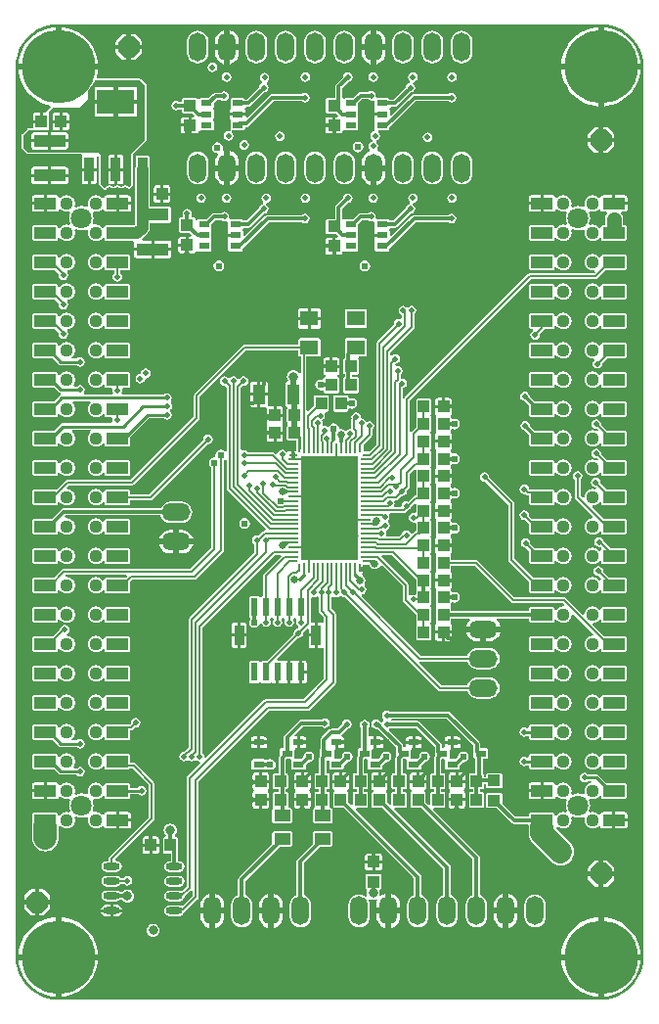
<source format=gtl>
G04 Layer_Physical_Order=1*
G04 Layer_Color=255*
%FSLAX25Y25*%
%MOIN*%
G70*
G01*
G75*
%ADD10R,0.04331X0.03937*%
%ADD11R,0.03937X0.04331*%
%ADD12R,0.03740X0.02362*%
%ADD13R,0.12795X0.08465*%
%ADD14R,0.03543X0.08465*%
%ADD15O,0.05709X0.02362*%
%ADD16R,0.11024X0.04331*%
%ADD17R,0.07500X0.04000*%
%ADD18R,0.04331X0.07087*%
%ADD19R,0.02362X0.06299*%
%ADD20R,0.03347X0.07087*%
%ADD21R,0.05512X0.03937*%
%ADD22R,0.06299X0.05118*%
%ADD23R,0.19685X0.35433*%
%ADD24O,0.03150X0.00717*%
%ADD25O,0.03347X0.00717*%
%ADD26O,0.00717X0.03150*%
%ADD27O,0.00717X0.03347*%
%ADD28C,0.00710*%
%ADD29C,0.03937*%
%ADD30C,0.00600*%
%ADD31C,0.01181*%
%ADD32C,0.00800*%
%ADD33C,0.02000*%
%ADD34C,0.01000*%
%ADD35C,0.01200*%
%ADD36C,0.05000*%
%ADD37C,0.08000*%
%ADD38O,0.06000X0.09842*%
%ADD39O,0.09842X0.06000*%
%ADD40C,0.25000*%
%ADD41C,0.04400*%
%ADD42C,0.07100*%
%ADD43P,0.07884X8X112.5*%
%ADD44C,0.02410*%
%ADD45C,0.02400*%
%ADD46C,0.03200*%
%ADD47C,0.02000*%
%ADD48C,0.02600*%
%ADD49C,0.03937*%
%ADD50C,0.05000*%
G36*
X200787Y333391D02*
Y333391D01*
X201378Y333368D01*
X202681Y333282D01*
X204543Y332912D01*
X206340Y332302D01*
X208042Y331463D01*
X209620Y330408D01*
X211047Y329157D01*
X212298Y327730D01*
X213352Y326152D01*
X214192Y324450D01*
X214802Y322653D01*
X215172Y320792D01*
X215292Y318958D01*
X215280Y318898D01*
X215280Y15748D01*
X215280Y15748D01*
X215280D01*
X215257Y15158D01*
X215172Y13855D01*
X214802Y11993D01*
X214192Y10196D01*
X213352Y8494D01*
X212298Y6916D01*
X211046Y5489D01*
X209619Y4238D01*
X208042Y3183D01*
X206339Y2344D01*
X204542Y1734D01*
X202681Y1364D01*
X201378Y1278D01*
X200787Y1255D01*
Y1255D01*
X200787Y1255D01*
X15748D01*
X15748Y1255D01*
X15157Y1278D01*
X13854Y1364D01*
X11993Y1734D01*
X10196Y2344D01*
X8494Y3183D01*
X6916Y4238D01*
X5489Y5489D01*
X4237Y6916D01*
X3183Y8494D01*
X2344Y10196D01*
X1734Y11993D01*
X1364Y13854D01*
X1243Y15688D01*
X1255Y15748D01*
X1255Y318897D01*
X1255Y318898D01*
X1278Y319488D01*
X1363Y320791D01*
X1734Y322653D01*
X2344Y324450D01*
X3183Y326152D01*
X4237Y327730D01*
X5489Y329157D01*
X6916Y330408D01*
X8494Y331462D01*
X10196Y332302D01*
X11993Y332912D01*
X13854Y333282D01*
X15157Y333367D01*
X15748Y333390D01*
X16348Y333390D01*
X200188Y333391D01*
X200787Y333391D01*
D02*
G37*
%LPC*%
G36*
X99567Y90806D02*
X98197D01*
Y89309D01*
X100382D01*
Y89990D01*
X100320Y90302D01*
X100144Y90567D01*
X99879Y90743D01*
X99567Y90806D01*
D02*
G37*
G36*
X152016D02*
X150646D01*
Y89309D01*
X152831D01*
Y89990D01*
X152769Y90302D01*
X152593Y90567D01*
X152328Y90743D01*
X152016Y90806D01*
D02*
G37*
G36*
X42185Y97202D02*
X41560Y97077D01*
X41031Y96724D01*
X40677Y96194D01*
X40553Y95570D01*
X40585Y95412D01*
X40115Y94942D01*
X37494D01*
X37455Y94935D01*
X32144D01*
X31910Y94888D01*
X31712Y94755D01*
X31579Y94557D01*
X31532Y94323D01*
Y94171D01*
X30932Y93967D01*
X30704Y94264D01*
X30659Y94304D01*
X30647Y94320D01*
X30631Y94332D01*
X30591Y94377D01*
X30132Y94730D01*
X30078Y94757D01*
X30062Y94769D01*
X30044Y94776D01*
X29994Y94810D01*
X29458Y95031D01*
X29399Y95043D01*
X29381Y95051D01*
X29361Y95053D01*
X29304Y95073D01*
X28730Y95148D01*
X28670Y95144D01*
X28650Y95147D01*
X28630Y95144D01*
X28570Y95148D01*
X27996Y95073D01*
X27939Y95053D01*
X27919Y95051D01*
X27901Y95043D01*
X27842Y95031D01*
X27306Y94810D01*
X27256Y94776D01*
X27238Y94769D01*
X27222Y94757D01*
X27168Y94730D01*
X26709Y94377D01*
X26669Y94332D01*
X26653Y94320D01*
X26641Y94304D01*
X26596Y94264D01*
X26243Y93805D01*
X26216Y93751D01*
X26204Y93735D01*
X26197Y93717D01*
X26163Y93666D01*
X25942Y93131D01*
X25930Y93072D01*
X25922Y93054D01*
X25919Y93034D01*
X25900Y92977D01*
X25824Y92403D01*
X25827Y92362D01*
X25819Y92323D01*
X25827Y92283D01*
X25824Y92243D01*
X25900Y91669D01*
X25919Y91612D01*
X25922Y91592D01*
X25930Y91573D01*
X25942Y91514D01*
X26163Y90979D01*
X26197Y90929D01*
X26204Y90911D01*
X26216Y90895D01*
X26243Y90841D01*
X26596Y90381D01*
X26641Y90342D01*
X26653Y90326D01*
X26669Y90314D01*
X26709Y90268D01*
X27168Y89916D01*
X27222Y89889D01*
X27238Y89877D01*
X27256Y89869D01*
X27306Y89836D01*
X27842Y89614D01*
X27901Y89603D01*
X27919Y89595D01*
X27939Y89592D01*
X27996Y89573D01*
X28570Y89497D01*
X28630Y89501D01*
X28650Y89499D01*
X28670Y89501D01*
X28730Y89497D01*
X29304Y89573D01*
X29361Y89592D01*
X29381Y89595D01*
X29399Y89603D01*
X29458Y89614D01*
X29994Y89836D01*
X30044Y89869D01*
X30062Y89877D01*
X30078Y89889D01*
X30132Y89916D01*
X30591Y90268D01*
X30631Y90314D01*
X30647Y90326D01*
X30659Y90342D01*
X30704Y90381D01*
X30932Y90678D01*
X31532Y90475D01*
Y90323D01*
X31579Y90089D01*
X31712Y89890D01*
X31910Y89758D01*
X32144Y89711D01*
X39644D01*
X39878Y89758D01*
X40077Y89890D01*
X40209Y90089D01*
X40256Y90323D01*
Y92903D01*
X40537D01*
X40927Y92981D01*
X41258Y93202D01*
X42026Y93970D01*
X42185Y93939D01*
X42809Y94063D01*
X43338Y94417D01*
X43692Y94946D01*
X43816Y95570D01*
X43692Y96194D01*
X43338Y96724D01*
X42809Y97077D01*
X42185Y97202D01*
D02*
G37*
G36*
X106685Y96994D02*
X106060Y96869D01*
X105636Y96586D01*
X98660D01*
X98191Y96493D01*
X97795Y96227D01*
X92895Y91327D01*
X92629Y90930D01*
X92536Y90462D01*
Y86861D01*
X91890D01*
X91656Y86815D01*
X91457Y86682D01*
X91325Y86484D01*
X91278Y86250D01*
Y84386D01*
X91221Y84330D01*
X90956Y83933D01*
X90863Y83465D01*
Y78380D01*
X89527D01*
X89293Y78334D01*
X89095Y78201D01*
X88962Y78003D01*
X88916Y77768D01*
Y73438D01*
X88962Y73204D01*
X89095Y73005D01*
X89293Y72873D01*
X89527Y72826D01*
X90863D01*
Y72081D01*
X89527D01*
X89293Y72035D01*
X89095Y71902D01*
X88962Y71703D01*
X88916Y71469D01*
Y67139D01*
X88962Y66904D01*
X89046Y66599D01*
X88898Y66279D01*
X88766Y66081D01*
X88719Y65847D01*
Y61910D01*
X88766Y61675D01*
X88898Y61477D01*
X89097Y61344D01*
X89331Y61298D01*
X94842D01*
X95077Y61344D01*
X95275Y61477D01*
X95408Y61675D01*
X95454Y61910D01*
Y65847D01*
X95408Y66081D01*
X95275Y66279D01*
X95077Y66412D01*
X94842Y66458D01*
X94453D01*
X94318Y66601D01*
X94060Y67058D01*
X94076Y67139D01*
Y71469D01*
X94030Y71703D01*
X93897Y71902D01*
X93699Y72035D01*
X93464Y72081D01*
X93310D01*
Y72826D01*
X93464D01*
X93699Y72873D01*
X93897Y73005D01*
X94030Y73204D01*
X94076Y73438D01*
Y77768D01*
X94030Y78003D01*
X93897Y78201D01*
X93699Y78334D01*
X93464Y78380D01*
X93310D01*
Y82958D01*
X93628Y83276D01*
X94896D01*
X95213Y82815D01*
X95248Y82676D01*
X95215Y82509D01*
Y80147D01*
X95262Y79913D01*
X95394Y79715D01*
X95592Y79582D01*
X95827Y79536D01*
X99567D01*
X99801Y79582D01*
X99999Y79715D01*
X100132Y79913D01*
X100179Y80147D01*
Y81145D01*
X101074Y82040D01*
X101162Y82023D01*
X101864Y82163D01*
X102459Y82560D01*
X102857Y83156D01*
X102997Y83858D01*
X102857Y84561D01*
X102459Y85156D01*
X101864Y85554D01*
X101162Y85694D01*
X100459Y85554D01*
X99864Y85156D01*
X99466Y84561D01*
X99326Y83858D01*
X99344Y83771D01*
X98694Y83121D01*
X96561D01*
X96244Y83582D01*
X96209Y83721D01*
X96242Y83887D01*
Y86250D01*
X96596Y86747D01*
X96695Y86812D01*
X97197D01*
Y88809D01*
Y90806D01*
X96617D01*
X96388Y91360D01*
X99167Y94139D01*
X105636D01*
X106060Y93855D01*
X106685Y93731D01*
X107309Y93855D01*
X107838Y94209D01*
X108192Y94738D01*
X108316Y95362D01*
X108192Y95986D01*
X107838Y96516D01*
X107309Y96869D01*
X106685Y96994D01*
D02*
G37*
G36*
X149646Y90806D02*
X148276D01*
X147963Y90743D01*
X147699Y90567D01*
X147522Y90302D01*
X147460Y89990D01*
Y89309D01*
X149646D01*
Y90806D01*
D02*
G37*
G36*
X83614D02*
X82244D01*
X81932Y90743D01*
X81667Y90567D01*
X81490Y90302D01*
X81428Y89990D01*
Y89309D01*
X83614D01*
Y90806D01*
D02*
G37*
G36*
X138827D02*
X137457D01*
Y89309D01*
X139642D01*
Y89990D01*
X139580Y90302D01*
X139403Y90567D01*
X139139Y90743D01*
X138827Y90806D01*
D02*
G37*
G36*
X125638D02*
X124268D01*
Y89309D01*
X126453D01*
Y89990D01*
X126391Y90302D01*
X126215Y90567D01*
X125950Y90743D01*
X125638Y90806D01*
D02*
G37*
G36*
X85984D02*
X84614D01*
Y89309D01*
X86800D01*
Y89990D01*
X86738Y90302D01*
X86561Y90567D01*
X86296Y90743D01*
X85984Y90806D01*
D02*
G37*
G36*
X18730Y95148D02*
X18670Y95144D01*
X18650Y95147D01*
X18630Y95144D01*
X18570Y95148D01*
X17996Y95073D01*
X17939Y95053D01*
X17919Y95051D01*
X17901Y95043D01*
X17842Y95031D01*
X17306Y94810D01*
X17256Y94776D01*
X17238Y94769D01*
X17222Y94757D01*
X17168Y94730D01*
X16709Y94377D01*
X16669Y94332D01*
X16653Y94320D01*
X16641Y94304D01*
X16596Y94264D01*
X16312Y93894D01*
X15996Y93931D01*
X15712Y94076D01*
Y94323D01*
X15665Y94557D01*
X15533Y94755D01*
X15334Y94888D01*
X15100Y94935D01*
X7600D01*
X7366Y94888D01*
X7168Y94755D01*
X7035Y94557D01*
X6988Y94323D01*
Y90323D01*
X7035Y90089D01*
X7168Y89890D01*
X7366Y89758D01*
X7600Y89711D01*
X13749D01*
X15891Y87569D01*
X15891Y87569D01*
X16255Y87326D01*
X16684Y87241D01*
X16685Y87241D01*
X22010D01*
X22031Y87209D01*
X22560Y86855D01*
X23185Y86731D01*
X23809Y86855D01*
X24338Y87209D01*
X24692Y87738D01*
X24816Y88362D01*
X24692Y88986D01*
X24338Y89516D01*
X23809Y89869D01*
X23185Y89994D01*
X22560Y89869D01*
X22031Y89516D01*
X22010Y89484D01*
X20554D01*
X20351Y90084D01*
X20592Y90268D01*
X20631Y90314D01*
X20647Y90326D01*
X20659Y90342D01*
X20704Y90381D01*
X21057Y90841D01*
X21084Y90895D01*
X21096Y90911D01*
X21103Y90929D01*
X21137Y90979D01*
X21359Y91514D01*
X21370Y91573D01*
X21378Y91592D01*
X21381Y91612D01*
X21400Y91669D01*
X21475Y92243D01*
X21473Y92283D01*
X21481Y92323D01*
X21473Y92362D01*
X21475Y92403D01*
X21400Y92977D01*
X21381Y93034D01*
X21378Y93054D01*
X21370Y93072D01*
X21359Y93131D01*
X21137Y93666D01*
X21103Y93717D01*
X21096Y93735D01*
X21084Y93751D01*
X21057Y93805D01*
X20704Y94264D01*
X20659Y94304D01*
X20647Y94320D01*
X20631Y94332D01*
X20592Y94377D01*
X20132Y94730D01*
X20078Y94757D01*
X20062Y94769D01*
X20044Y94776D01*
X19994Y94810D01*
X19458Y95031D01*
X19399Y95043D01*
X19381Y95051D01*
X19361Y95053D01*
X19304Y95073D01*
X18730Y95148D01*
D02*
G37*
G36*
Y115148D02*
X18670Y115144D01*
X18650Y115147D01*
X18630Y115144D01*
X18570Y115148D01*
X17996Y115073D01*
X17939Y115053D01*
X17919Y115051D01*
X17901Y115043D01*
X17842Y115031D01*
X17306Y114810D01*
X17256Y114776D01*
X17238Y114769D01*
X17222Y114757D01*
X17168Y114730D01*
X16709Y114377D01*
X16669Y114332D01*
X16653Y114320D01*
X16641Y114304D01*
X16596Y114264D01*
X16312Y113894D01*
X15996Y113931D01*
X15712Y114076D01*
Y114323D01*
X15665Y114557D01*
X15533Y114755D01*
X15334Y114888D01*
X15100Y114935D01*
X7600D01*
X7366Y114888D01*
X7168Y114755D01*
X7035Y114557D01*
X6988Y114323D01*
Y110323D01*
X7035Y110089D01*
X7168Y109890D01*
X7366Y109758D01*
X7600Y109711D01*
X15100D01*
X15334Y109758D01*
X15533Y109890D01*
X15665Y110089D01*
X15712Y110323D01*
Y110570D01*
X15996Y110715D01*
X16312Y110751D01*
X16596Y110381D01*
X16641Y110342D01*
X16653Y110326D01*
X16669Y110314D01*
X16709Y110268D01*
X17168Y109916D01*
X17222Y109889D01*
X17238Y109877D01*
X17256Y109869D01*
X17306Y109836D01*
X17842Y109614D01*
X17901Y109602D01*
X17919Y109595D01*
X17939Y109592D01*
X17996Y109573D01*
X18570Y109497D01*
X18630Y109501D01*
X18650Y109499D01*
X18670Y109501D01*
X18730Y109497D01*
X19304Y109573D01*
X19361Y109592D01*
X19381Y109595D01*
X19399Y109602D01*
X19458Y109614D01*
X19994Y109836D01*
X20044Y109869D01*
X20062Y109877D01*
X20078Y109889D01*
X20132Y109916D01*
X20592Y110268D01*
X20631Y110314D01*
X20647Y110326D01*
X20659Y110342D01*
X20704Y110381D01*
X21057Y110841D01*
X21084Y110895D01*
X21096Y110911D01*
X21103Y110929D01*
X21137Y110979D01*
X21359Y111514D01*
X21370Y111573D01*
X21378Y111592D01*
X21381Y111612D01*
X21400Y111669D01*
X21475Y112243D01*
X21473Y112283D01*
X21481Y112323D01*
X21473Y112362D01*
X21475Y112403D01*
X21400Y112977D01*
X21381Y113034D01*
X21378Y113054D01*
X21370Y113072D01*
X21359Y113131D01*
X21137Y113666D01*
X21103Y113716D01*
X21096Y113735D01*
X21084Y113751D01*
X21057Y113805D01*
X20704Y114264D01*
X20659Y114304D01*
X20647Y114320D01*
X20631Y114332D01*
X20592Y114377D01*
X20132Y114730D01*
X20078Y114757D01*
X20062Y114769D01*
X20044Y114776D01*
X19994Y114810D01*
X19458Y115031D01*
X19399Y115043D01*
X19381Y115051D01*
X19361Y115053D01*
X19304Y115073D01*
X18730Y115148D01*
D02*
G37*
G36*
X198021Y105148D02*
X197961Y105144D01*
X197941Y105147D01*
X197922Y105144D01*
X197861Y105148D01*
X197287Y105073D01*
X197230Y105053D01*
X197210Y105051D01*
X197192Y105043D01*
X197133Y105031D01*
X196598Y104810D01*
X196548Y104776D01*
X196529Y104769D01*
X196513Y104756D01*
X196459Y104730D01*
X196000Y104377D01*
X195960Y104332D01*
X195944Y104320D01*
X195932Y104304D01*
X195887Y104264D01*
X195534Y103805D01*
X195508Y103751D01*
X195495Y103735D01*
X195488Y103717D01*
X195454Y103666D01*
X195233Y103131D01*
X195221Y103072D01*
X195213Y103054D01*
X195211Y103034D01*
X195191Y102977D01*
X195116Y102403D01*
X195118Y102362D01*
X195110Y102323D01*
X195118Y102283D01*
X195116Y102243D01*
X195191Y101669D01*
X195211Y101612D01*
X195213Y101592D01*
X195221Y101573D01*
X195233Y101514D01*
X195454Y100979D01*
X195488Y100929D01*
X195495Y100911D01*
X195508Y100895D01*
X195534Y100841D01*
X195887Y100381D01*
X195932Y100342D01*
X195944Y100326D01*
X195960Y100314D01*
X196000Y100268D01*
X196459Y99916D01*
X196513Y99889D01*
X196529Y99877D01*
X196548Y99869D01*
X196598Y99836D01*
X197133Y99614D01*
X197192Y99603D01*
X197210Y99595D01*
X197230Y99592D01*
X197287Y99573D01*
X197861Y99497D01*
X197922Y99501D01*
X197941Y99499D01*
X197961Y99501D01*
X198021Y99497D01*
X198595Y99573D01*
X198652Y99592D01*
X198672Y99595D01*
X198691Y99603D01*
X198750Y99614D01*
X199285Y99836D01*
X199335Y99869D01*
X199353Y99877D01*
X199369Y99889D01*
X199423Y99916D01*
X199883Y100268D01*
X199922Y100314D01*
X199938Y100326D01*
X199950Y100342D01*
X199996Y100381D01*
X200224Y100679D01*
X200824Y100475D01*
Y100323D01*
X200870Y100089D01*
X201003Y99890D01*
X201201Y99758D01*
X201435Y99711D01*
X208935D01*
X209170Y99758D01*
X209368Y99890D01*
X209501Y100089D01*
X209547Y100323D01*
Y104323D01*
X209501Y104557D01*
X209368Y104755D01*
X209170Y104888D01*
X208935Y104935D01*
X201435D01*
X201201Y104888D01*
X201003Y104755D01*
X200870Y104557D01*
X200824Y104323D01*
Y104171D01*
X200224Y103967D01*
X199996Y104264D01*
X199950Y104304D01*
X199938Y104320D01*
X199922Y104332D01*
X199883Y104377D01*
X199423Y104730D01*
X199369Y104756D01*
X199353Y104769D01*
X199335Y104776D01*
X199285Y104810D01*
X198750Y105031D01*
X198691Y105043D01*
X198672Y105051D01*
X198652Y105053D01*
X198595Y105073D01*
X198021Y105148D01*
D02*
G37*
G36*
X188021Y115148D02*
X187961Y115144D01*
X187941Y115147D01*
X187922Y115144D01*
X187861Y115148D01*
X187287Y115073D01*
X187230Y115053D01*
X187210Y115051D01*
X187192Y115043D01*
X187133Y115031D01*
X186598Y114810D01*
X186548Y114776D01*
X186529Y114769D01*
X186513Y114757D01*
X186459Y114730D01*
X186000Y114377D01*
X185960Y114332D01*
X185944Y114320D01*
X185932Y114304D01*
X185887Y114264D01*
X185603Y113894D01*
X185287Y113931D01*
X185003Y114076D01*
Y114323D01*
X184956Y114557D01*
X184824Y114755D01*
X184625Y114888D01*
X184391Y114935D01*
X176891D01*
X176657Y114888D01*
X176459Y114755D01*
X176326Y114557D01*
X176279Y114323D01*
Y110323D01*
X176326Y110089D01*
X176459Y109890D01*
X176657Y109758D01*
X176891Y109711D01*
X184391D01*
X184625Y109758D01*
X184824Y109890D01*
X184956Y110089D01*
X185003Y110323D01*
Y110570D01*
X185287Y110715D01*
X185603Y110751D01*
X185887Y110381D01*
X185932Y110342D01*
X185944Y110326D01*
X185960Y110314D01*
X186000Y110268D01*
X186459Y109916D01*
X186513Y109889D01*
X186529Y109877D01*
X186548Y109869D01*
X186598Y109836D01*
X187133Y109614D01*
X187192Y109602D01*
X187210Y109595D01*
X187230Y109592D01*
X187287Y109573D01*
X187861Y109497D01*
X187922Y109501D01*
X187941Y109499D01*
X187961Y109501D01*
X188021Y109497D01*
X188595Y109573D01*
X188652Y109592D01*
X188672Y109595D01*
X188691Y109602D01*
X188750Y109614D01*
X189285Y109836D01*
X189335Y109869D01*
X189353Y109877D01*
X189369Y109889D01*
X189423Y109916D01*
X189883Y110268D01*
X189922Y110314D01*
X189938Y110326D01*
X189950Y110342D01*
X189996Y110381D01*
X190348Y110841D01*
X190375Y110895D01*
X190387Y110911D01*
X190395Y110929D01*
X190428Y110979D01*
X190650Y111514D01*
X190662Y111573D01*
X190669Y111592D01*
X190672Y111612D01*
X190691Y111669D01*
X190767Y112243D01*
X190764Y112283D01*
X190772Y112323D01*
X190764Y112362D01*
X190767Y112403D01*
X190691Y112977D01*
X190672Y113034D01*
X190669Y113054D01*
X190662Y113072D01*
X190650Y113131D01*
X190428Y113666D01*
X190395Y113716D01*
X190387Y113735D01*
X190375Y113751D01*
X190348Y113805D01*
X189996Y114264D01*
X189950Y114304D01*
X189938Y114320D01*
X189922Y114332D01*
X189883Y114377D01*
X189423Y114730D01*
X189369Y114757D01*
X189353Y114769D01*
X189335Y114776D01*
X189285Y114810D01*
X188750Y115031D01*
X188691Y115043D01*
X188672Y115051D01*
X188652Y115053D01*
X188595Y115073D01*
X188021Y115148D01*
D02*
G37*
G36*
X28730D02*
X28670Y115144D01*
X28650Y115147D01*
X28630Y115144D01*
X28570Y115148D01*
X27996Y115073D01*
X27939Y115053D01*
X27919Y115051D01*
X27901Y115043D01*
X27842Y115031D01*
X27306Y114810D01*
X27256Y114776D01*
X27238Y114769D01*
X27222Y114757D01*
X27168Y114730D01*
X26709Y114377D01*
X26669Y114332D01*
X26653Y114320D01*
X26641Y114304D01*
X26596Y114264D01*
X26243Y113805D01*
X26216Y113751D01*
X26204Y113735D01*
X26197Y113716D01*
X26163Y113666D01*
X25942Y113131D01*
X25930Y113072D01*
X25922Y113054D01*
X25919Y113034D01*
X25900Y112977D01*
X25824Y112403D01*
X25827Y112362D01*
X25819Y112323D01*
X25827Y112283D01*
X25824Y112243D01*
X25900Y111669D01*
X25919Y111612D01*
X25922Y111592D01*
X25930Y111573D01*
X25942Y111514D01*
X26163Y110979D01*
X26197Y110929D01*
X26204Y110911D01*
X26216Y110895D01*
X26243Y110841D01*
X26596Y110381D01*
X26641Y110342D01*
X26653Y110326D01*
X26669Y110314D01*
X26709Y110268D01*
X27168Y109916D01*
X27222Y109889D01*
X27238Y109877D01*
X27256Y109869D01*
X27306Y109836D01*
X27842Y109614D01*
X27901Y109602D01*
X27919Y109595D01*
X27939Y109592D01*
X27996Y109573D01*
X28570Y109497D01*
X28630Y109501D01*
X28650Y109499D01*
X28670Y109501D01*
X28730Y109497D01*
X29304Y109573D01*
X29361Y109592D01*
X29381Y109595D01*
X29399Y109602D01*
X29458Y109614D01*
X29994Y109836D01*
X30044Y109869D01*
X30062Y109877D01*
X30078Y109889D01*
X30132Y109916D01*
X30591Y110268D01*
X30631Y110314D01*
X30647Y110326D01*
X30659Y110342D01*
X30704Y110381D01*
X30932Y110678D01*
X31532Y110475D01*
Y110323D01*
X31579Y110089D01*
X31712Y109890D01*
X31910Y109758D01*
X32144Y109711D01*
X39644D01*
X39878Y109758D01*
X40077Y109890D01*
X40209Y110089D01*
X40256Y110323D01*
Y114323D01*
X40209Y114557D01*
X40077Y114755D01*
X39878Y114888D01*
X39644Y114935D01*
X32144D01*
X31910Y114888D01*
X31712Y114755D01*
X31579Y114557D01*
X31532Y114323D01*
Y114171D01*
X30932Y113967D01*
X30704Y114264D01*
X30659Y114304D01*
X30647Y114320D01*
X30631Y114332D01*
X30591Y114377D01*
X30132Y114730D01*
X30078Y114757D01*
X30062Y114769D01*
X30044Y114776D01*
X29994Y114810D01*
X29458Y115031D01*
X29399Y115043D01*
X29381Y115051D01*
X29361Y115053D01*
X29304Y115073D01*
X28730Y115148D01*
D02*
G37*
G36*
X188021Y105148D02*
X187961Y105144D01*
X187941Y105147D01*
X187922Y105144D01*
X187861Y105148D01*
X187287Y105073D01*
X187230Y105053D01*
X187210Y105051D01*
X187192Y105043D01*
X187133Y105031D01*
X186598Y104810D01*
X186548Y104776D01*
X186529Y104769D01*
X186513Y104756D01*
X186459Y104730D01*
X186000Y104377D01*
X185960Y104332D01*
X185944Y104320D01*
X185932Y104304D01*
X185887Y104264D01*
X185603Y103894D01*
X185287Y103931D01*
X185003Y104076D01*
Y104323D01*
X184956Y104557D01*
X184824Y104755D01*
X184625Y104888D01*
X184391Y104935D01*
X176891D01*
X176657Y104888D01*
X176459Y104755D01*
X176326Y104557D01*
X176279Y104323D01*
Y100323D01*
X176326Y100089D01*
X176459Y99890D01*
X176657Y99758D01*
X176891Y99711D01*
X184391D01*
X184625Y99758D01*
X184824Y99890D01*
X184956Y100089D01*
X185003Y100323D01*
Y100569D01*
X185287Y100715D01*
X185603Y100751D01*
X185887Y100381D01*
X185932Y100342D01*
X185944Y100326D01*
X185960Y100314D01*
X186000Y100268D01*
X186459Y99916D01*
X186513Y99889D01*
X186529Y99877D01*
X186548Y99869D01*
X186598Y99836D01*
X187133Y99614D01*
X187192Y99603D01*
X187210Y99595D01*
X187230Y99592D01*
X187287Y99573D01*
X187861Y99497D01*
X187922Y99501D01*
X187941Y99499D01*
X187961Y99501D01*
X188021Y99497D01*
X188595Y99573D01*
X188652Y99592D01*
X188672Y99595D01*
X188691Y99603D01*
X188750Y99614D01*
X189285Y99836D01*
X189335Y99869D01*
X189353Y99877D01*
X189369Y99889D01*
X189423Y99916D01*
X189883Y100268D01*
X189922Y100314D01*
X189938Y100326D01*
X189950Y100342D01*
X189996Y100381D01*
X190348Y100841D01*
X190375Y100895D01*
X190387Y100911D01*
X190395Y100929D01*
X190428Y100979D01*
X190650Y101514D01*
X190662Y101573D01*
X190669Y101592D01*
X190672Y101612D01*
X190691Y101669D01*
X190767Y102243D01*
X190764Y102283D01*
X190772Y102323D01*
X190764Y102362D01*
X190767Y102403D01*
X190691Y102977D01*
X190672Y103034D01*
X190669Y103054D01*
X190662Y103072D01*
X190650Y103131D01*
X190428Y103666D01*
X190395Y103717D01*
X190387Y103735D01*
X190375Y103751D01*
X190348Y103805D01*
X189996Y104264D01*
X189950Y104304D01*
X189938Y104320D01*
X189922Y104332D01*
X189883Y104377D01*
X189423Y104730D01*
X189369Y104756D01*
X189353Y104769D01*
X189335Y104776D01*
X189285Y104810D01*
X188750Y105031D01*
X188691Y105043D01*
X188672Y105051D01*
X188652Y105053D01*
X188595Y105073D01*
X188021Y105148D01*
D02*
G37*
G36*
X198021Y95148D02*
X197961Y95144D01*
X197941Y95147D01*
X197922Y95144D01*
X197861Y95148D01*
X197287Y95073D01*
X197230Y95053D01*
X197210Y95051D01*
X197192Y95043D01*
X197133Y95031D01*
X196598Y94810D01*
X196548Y94776D01*
X196529Y94769D01*
X196513Y94757D01*
X196459Y94730D01*
X196000Y94377D01*
X195960Y94332D01*
X195944Y94320D01*
X195932Y94304D01*
X195887Y94264D01*
X195534Y93805D01*
X195508Y93751D01*
X195495Y93735D01*
X195488Y93717D01*
X195454Y93666D01*
X195233Y93131D01*
X195221Y93072D01*
X195213Y93054D01*
X195211Y93034D01*
X195191Y92977D01*
X195116Y92403D01*
X195118Y92362D01*
X195110Y92323D01*
X195118Y92283D01*
X195116Y92243D01*
X195191Y91669D01*
X195211Y91612D01*
X195213Y91592D01*
X195221Y91573D01*
X195233Y91514D01*
X195454Y90979D01*
X195488Y90929D01*
X195495Y90911D01*
X195508Y90895D01*
X195534Y90841D01*
X195887Y90381D01*
X195932Y90342D01*
X195944Y90326D01*
X195960Y90314D01*
X196000Y90268D01*
X196459Y89916D01*
X196513Y89889D01*
X196529Y89877D01*
X196548Y89869D01*
X196598Y89836D01*
X197133Y89614D01*
X197192Y89603D01*
X197210Y89595D01*
X197230Y89592D01*
X197287Y89573D01*
X197861Y89497D01*
X197922Y89501D01*
X197941Y89499D01*
X197961Y89501D01*
X198021Y89497D01*
X198595Y89573D01*
X198652Y89592D01*
X198672Y89595D01*
X198691Y89603D01*
X198750Y89614D01*
X199285Y89836D01*
X199335Y89869D01*
X199353Y89877D01*
X199369Y89889D01*
X199423Y89916D01*
X199883Y90268D01*
X199922Y90314D01*
X199938Y90326D01*
X199950Y90342D01*
X199996Y90381D01*
X200224Y90679D01*
X200824Y90475D01*
Y90323D01*
X200870Y90089D01*
X201003Y89890D01*
X201201Y89758D01*
X201435Y89711D01*
X208935D01*
X209170Y89758D01*
X209368Y89890D01*
X209501Y90089D01*
X209547Y90323D01*
Y94323D01*
X209501Y94557D01*
X209368Y94755D01*
X209170Y94888D01*
X208935Y94935D01*
X201435D01*
X201201Y94888D01*
X201003Y94755D01*
X200870Y94557D01*
X200824Y94323D01*
Y94171D01*
X200224Y93967D01*
X199996Y94264D01*
X199950Y94304D01*
X199938Y94320D01*
X199922Y94332D01*
X199883Y94377D01*
X199423Y94730D01*
X199369Y94757D01*
X199353Y94769D01*
X199335Y94776D01*
X199285Y94810D01*
X198750Y95031D01*
X198691Y95043D01*
X198672Y95051D01*
X198652Y95053D01*
X198595Y95073D01*
X198021Y95148D01*
D02*
G37*
G36*
X188021D02*
X187961Y95144D01*
X187941Y95147D01*
X187922Y95144D01*
X187861Y95148D01*
X187287Y95073D01*
X187230Y95053D01*
X187210Y95051D01*
X187192Y95043D01*
X187133Y95031D01*
X186598Y94810D01*
X186548Y94776D01*
X186529Y94769D01*
X186513Y94757D01*
X186459Y94730D01*
X186000Y94377D01*
X185960Y94332D01*
X185944Y94320D01*
X185932Y94304D01*
X185887Y94264D01*
X185603Y93894D01*
X185287Y93931D01*
X185003Y94076D01*
Y94323D01*
X184956Y94557D01*
X184824Y94755D01*
X184625Y94888D01*
X184391Y94935D01*
X176891D01*
X176657Y94888D01*
X176459Y94755D01*
X176326Y94557D01*
X176279Y94323D01*
Y93888D01*
X176204Y93824D01*
X175680Y93622D01*
X175309Y93869D01*
X174685Y93994D01*
X174060Y93869D01*
X173531Y93516D01*
X173177Y92987D01*
X173053Y92362D01*
X173177Y91738D01*
X173531Y91209D01*
X174060Y90855D01*
X174685Y90731D01*
X175309Y90855D01*
X175680Y91103D01*
X176279Y90881D01*
Y90323D01*
X176326Y90089D01*
X176459Y89890D01*
X176657Y89758D01*
X176891Y89711D01*
X184391D01*
X184625Y89758D01*
X184824Y89890D01*
X184956Y90089D01*
X185003Y90323D01*
Y90570D01*
X185287Y90715D01*
X185603Y90751D01*
X185887Y90381D01*
X185932Y90342D01*
X185944Y90326D01*
X185960Y90314D01*
X186000Y90268D01*
X186459Y89916D01*
X186513Y89889D01*
X186529Y89877D01*
X186548Y89869D01*
X186598Y89836D01*
X187133Y89614D01*
X187192Y89603D01*
X187210Y89595D01*
X187230Y89592D01*
X187287Y89573D01*
X187861Y89497D01*
X187922Y89501D01*
X187941Y89499D01*
X187961Y89501D01*
X188021Y89497D01*
X188595Y89573D01*
X188652Y89592D01*
X188672Y89595D01*
X188691Y89603D01*
X188750Y89614D01*
X189285Y89836D01*
X189335Y89869D01*
X189353Y89877D01*
X189369Y89889D01*
X189423Y89916D01*
X189883Y90268D01*
X189922Y90314D01*
X189938Y90326D01*
X189950Y90342D01*
X189996Y90381D01*
X190348Y90841D01*
X190375Y90895D01*
X190387Y90911D01*
X190395Y90929D01*
X190428Y90979D01*
X190650Y91514D01*
X190662Y91573D01*
X190669Y91592D01*
X190672Y91612D01*
X190691Y91669D01*
X190767Y92243D01*
X190764Y92283D01*
X190772Y92323D01*
X190764Y92362D01*
X190767Y92403D01*
X190691Y92977D01*
X190672Y93034D01*
X190669Y93054D01*
X190662Y93072D01*
X190650Y93131D01*
X190428Y93666D01*
X190395Y93717D01*
X190387Y93735D01*
X190375Y93751D01*
X190348Y93805D01*
X189996Y94264D01*
X189950Y94304D01*
X189938Y94320D01*
X189922Y94332D01*
X189883Y94377D01*
X189423Y94730D01*
X189369Y94757D01*
X189353Y94769D01*
X189335Y94776D01*
X189285Y94810D01*
X188750Y95031D01*
X188691Y95043D01*
X188672Y95051D01*
X188652Y95053D01*
X188595Y95073D01*
X188021Y95148D01*
D02*
G37*
G36*
X28730Y105148D02*
X28670Y105144D01*
X28650Y105147D01*
X28630Y105144D01*
X28570Y105148D01*
X27996Y105073D01*
X27939Y105053D01*
X27919Y105051D01*
X27901Y105043D01*
X27842Y105031D01*
X27306Y104810D01*
X27256Y104776D01*
X27238Y104769D01*
X27222Y104756D01*
X27168Y104730D01*
X26709Y104377D01*
X26669Y104332D01*
X26653Y104320D01*
X26641Y104304D01*
X26596Y104264D01*
X26243Y103805D01*
X26216Y103751D01*
X26204Y103735D01*
X26197Y103717D01*
X26163Y103666D01*
X25942Y103131D01*
X25930Y103072D01*
X25922Y103054D01*
X25919Y103034D01*
X25900Y102977D01*
X25824Y102403D01*
X25827Y102362D01*
X25819Y102323D01*
X25827Y102283D01*
X25824Y102243D01*
X25900Y101669D01*
X25919Y101612D01*
X25922Y101592D01*
X25930Y101573D01*
X25942Y101514D01*
X26163Y100979D01*
X26197Y100929D01*
X26204Y100911D01*
X26216Y100895D01*
X26243Y100841D01*
X26596Y100381D01*
X26641Y100342D01*
X26653Y100326D01*
X26669Y100314D01*
X26709Y100268D01*
X27168Y99916D01*
X27222Y99889D01*
X27238Y99877D01*
X27256Y99869D01*
X27306Y99836D01*
X27842Y99614D01*
X27901Y99603D01*
X27919Y99595D01*
X27939Y99592D01*
X27996Y99573D01*
X28570Y99497D01*
X28630Y99501D01*
X28650Y99499D01*
X28670Y99501D01*
X28730Y99497D01*
X29304Y99573D01*
X29361Y99592D01*
X29381Y99595D01*
X29399Y99603D01*
X29458Y99614D01*
X29994Y99836D01*
X30044Y99869D01*
X30062Y99877D01*
X30078Y99889D01*
X30132Y99916D01*
X30591Y100268D01*
X30631Y100314D01*
X30647Y100326D01*
X30659Y100342D01*
X30704Y100381D01*
X30932Y100678D01*
X31532Y100475D01*
Y100323D01*
X31579Y100089D01*
X31712Y99890D01*
X31910Y99758D01*
X32144Y99711D01*
X39644D01*
X39878Y99758D01*
X40077Y99890D01*
X40209Y100089D01*
X40256Y100323D01*
Y104323D01*
X40209Y104557D01*
X40077Y104755D01*
X39878Y104888D01*
X39644Y104935D01*
X32144D01*
X31910Y104888D01*
X31712Y104755D01*
X31579Y104557D01*
X31532Y104323D01*
Y104171D01*
X30932Y103967D01*
X30704Y104264D01*
X30659Y104304D01*
X30647Y104320D01*
X30631Y104332D01*
X30591Y104377D01*
X30132Y104730D01*
X30078Y104756D01*
X30062Y104769D01*
X30044Y104776D01*
X29994Y104810D01*
X29458Y105031D01*
X29399Y105043D01*
X29381Y105051D01*
X29361Y105053D01*
X29304Y105073D01*
X28730Y105148D01*
D02*
G37*
G36*
X18730D02*
X18670Y105144D01*
X18650Y105147D01*
X18630Y105144D01*
X18570Y105148D01*
X17996Y105073D01*
X17939Y105053D01*
X17919Y105051D01*
X17901Y105043D01*
X17842Y105031D01*
X17306Y104810D01*
X17256Y104776D01*
X17238Y104769D01*
X17222Y104756D01*
X17168Y104730D01*
X16709Y104377D01*
X16669Y104332D01*
X16653Y104320D01*
X16641Y104304D01*
X16596Y104264D01*
X16312Y103894D01*
X15996Y103931D01*
X15712Y104076D01*
Y104323D01*
X15665Y104557D01*
X15533Y104755D01*
X15334Y104888D01*
X15100Y104935D01*
X7600D01*
X7366Y104888D01*
X7168Y104755D01*
X7035Y104557D01*
X6988Y104323D01*
Y100323D01*
X7035Y100089D01*
X7168Y99890D01*
X7366Y99758D01*
X7600Y99711D01*
X15100D01*
X15334Y99758D01*
X15533Y99890D01*
X15665Y100089D01*
X15712Y100323D01*
Y100569D01*
X15996Y100715D01*
X16312Y100751D01*
X16596Y100381D01*
X16641Y100342D01*
X16653Y100326D01*
X16669Y100314D01*
X16709Y100268D01*
X17168Y99916D01*
X17222Y99889D01*
X17238Y99877D01*
X17256Y99869D01*
X17306Y99836D01*
X17842Y99614D01*
X17901Y99603D01*
X17919Y99595D01*
X17939Y99592D01*
X17996Y99573D01*
X18570Y99497D01*
X18630Y99501D01*
X18650Y99499D01*
X18670Y99501D01*
X18730Y99497D01*
X19304Y99573D01*
X19361Y99592D01*
X19381Y99595D01*
X19399Y99603D01*
X19458Y99614D01*
X19994Y99836D01*
X20044Y99869D01*
X20062Y99877D01*
X20078Y99889D01*
X20132Y99916D01*
X20592Y100268D01*
X20631Y100314D01*
X20647Y100326D01*
X20659Y100342D01*
X20704Y100381D01*
X21057Y100841D01*
X21084Y100895D01*
X21096Y100911D01*
X21103Y100929D01*
X21137Y100979D01*
X21359Y101514D01*
X21370Y101573D01*
X21378Y101592D01*
X21381Y101612D01*
X21400Y101669D01*
X21475Y102243D01*
X21473Y102283D01*
X21481Y102323D01*
X21473Y102362D01*
X21475Y102403D01*
X21400Y102977D01*
X21381Y103034D01*
X21378Y103054D01*
X21370Y103072D01*
X21359Y103131D01*
X21137Y103666D01*
X21103Y103717D01*
X21096Y103735D01*
X21084Y103751D01*
X21057Y103805D01*
X20704Y104264D01*
X20659Y104304D01*
X20647Y104320D01*
X20631Y104332D01*
X20592Y104377D01*
X20132Y104730D01*
X20078Y104756D01*
X20062Y104769D01*
X20044Y104776D01*
X19994Y104810D01*
X19458Y105031D01*
X19399Y105043D01*
X19381Y105051D01*
X19361Y105053D01*
X19304Y105073D01*
X18730Y105148D01*
D02*
G37*
G36*
X88030Y83164D02*
X87328Y83024D01*
X87121Y82886D01*
X86602Y82757D01*
X86417Y82942D01*
X86218Y83075D01*
X85984Y83121D01*
X82244D01*
X82010Y83075D01*
X81811Y82942D01*
X81679Y82744D01*
X81632Y82509D01*
Y80147D01*
X81679Y79913D01*
X81811Y79715D01*
X82010Y79582D01*
X82244Y79536D01*
X85984D01*
X86218Y79582D01*
X86417Y79715D01*
X86602Y79900D01*
X87121Y79771D01*
X87328Y79633D01*
X88030Y79493D01*
X88732Y79633D01*
X89328Y80031D01*
X89726Y80626D01*
X89865Y81328D01*
X89726Y82031D01*
X89328Y82626D01*
X88732Y83024D01*
X88030Y83164D01*
D02*
G37*
G36*
X120224Y96494D02*
X119600Y96369D01*
X119071Y96016D01*
X118717Y95486D01*
X118593Y94862D01*
X118717Y94238D01*
X119001Y93813D01*
Y86861D01*
X118354D01*
X118120Y86815D01*
X117922Y86682D01*
X117789Y86484D01*
X117743Y86250D01*
Y84247D01*
X117617Y84060D01*
X117524Y83592D01*
Y78380D01*
X116779D01*
X116545Y78334D01*
X116347Y78201D01*
X116214Y78003D01*
X116168Y77768D01*
Y73438D01*
X116214Y73204D01*
X116347Y73005D01*
X116545Y72873D01*
X116779Y72826D01*
X117524D01*
Y72081D01*
X116779D01*
X116545Y72035D01*
X116347Y71902D01*
X116214Y71703D01*
X116168Y71469D01*
Y67770D01*
X115568Y67522D01*
X114635Y68454D01*
Y71469D01*
X114589Y71703D01*
X114456Y71902D01*
X114258Y72035D01*
X114201Y72046D01*
X114201Y72658D01*
X114336Y72684D01*
X114600Y72861D01*
X114777Y73126D01*
X114839Y73438D01*
Y75103D01*
X109271D01*
Y73438D01*
X109333Y73126D01*
X109510Y72861D01*
X109774Y72684D01*
X109909Y72658D01*
X109909Y72046D01*
X109853Y72035D01*
X109654Y71902D01*
X109521Y71703D01*
X109475Y71469D01*
Y67139D01*
X109521Y66904D01*
X109654Y66706D01*
X109853Y66574D01*
X110087Y66527D01*
X113102D01*
X137044Y42585D01*
Y36807D01*
X136452Y36562D01*
X135700Y35985D01*
X135123Y35233D01*
X134760Y34357D01*
X134637Y33417D01*
Y29575D01*
X134760Y28635D01*
X135123Y27759D01*
X135700Y27007D01*
X136452Y26430D01*
X137328Y26067D01*
X138268Y25944D01*
X139207Y26067D01*
X140083Y26430D01*
X140835Y27007D01*
X141412Y27759D01*
X141775Y28635D01*
X141899Y29575D01*
Y33417D01*
X141775Y34357D01*
X141412Y35233D01*
X140835Y35985D01*
X140083Y36562D01*
X139491Y36807D01*
Y43091D01*
X139398Y43560D01*
X139133Y43957D01*
X117163Y65927D01*
X117411Y66527D01*
X120716D01*
X120950Y66574D01*
X121149Y66706D01*
X121282Y66904D01*
X121328Y67139D01*
Y71469D01*
X121282Y71703D01*
X121149Y71902D01*
X120950Y72035D01*
X120716Y72081D01*
X119971D01*
Y72826D01*
X120716D01*
X120950Y72873D01*
X121149Y73005D01*
X121282Y73204D01*
X121328Y73438D01*
Y77768D01*
X121282Y78003D01*
X121149Y78201D01*
X120950Y78334D01*
X120716Y78380D01*
X119971D01*
Y83085D01*
X120162Y83276D01*
X120967D01*
X121284Y82815D01*
X121319Y82676D01*
X121286Y82509D01*
Y80147D01*
X121332Y79913D01*
X121465Y79715D01*
X121663Y79582D01*
X121898Y79536D01*
X125638D01*
X125872Y79582D01*
X126070Y79715D01*
X126203Y79913D01*
X126250Y80147D01*
Y80948D01*
X127342Y82040D01*
X127429Y82023D01*
X128132Y82163D01*
X128727Y82560D01*
X129125Y83156D01*
X129265Y83858D01*
X129125Y84561D01*
X128727Y85156D01*
X128132Y85554D01*
X127429Y85694D01*
X126727Y85554D01*
X126132Y85156D01*
X125734Y84561D01*
X125594Y83858D01*
X125612Y83771D01*
X124962Y83121D01*
X123025D01*
X122708Y83582D01*
X122673Y83721D01*
X122706Y83887D01*
Y86250D01*
X123061Y86747D01*
X123160Y86812D01*
X123268D01*
Y88809D01*
Y90806D01*
X121898D01*
X121448Y91318D01*
Y93813D01*
X121732Y94238D01*
X121856Y94862D01*
X121732Y95486D01*
X121378Y96016D01*
X120849Y96369D01*
X120224Y96494D01*
D02*
G37*
G36*
X28730Y85148D02*
X28670Y85144D01*
X28650Y85147D01*
X28630Y85144D01*
X28570Y85148D01*
X27996Y85073D01*
X27939Y85053D01*
X27919Y85051D01*
X27901Y85043D01*
X27842Y85031D01*
X27306Y84810D01*
X27256Y84776D01*
X27238Y84769D01*
X27222Y84756D01*
X27168Y84730D01*
X26709Y84377D01*
X26669Y84332D01*
X26653Y84320D01*
X26641Y84304D01*
X26596Y84264D01*
X26243Y83805D01*
X26216Y83751D01*
X26204Y83735D01*
X26197Y83716D01*
X26163Y83666D01*
X25942Y83131D01*
X25930Y83072D01*
X25922Y83054D01*
X25919Y83034D01*
X25900Y82977D01*
X25824Y82403D01*
X25827Y82362D01*
X25819Y82323D01*
X25827Y82283D01*
X25824Y82243D01*
X25900Y81669D01*
X25919Y81612D01*
X25922Y81592D01*
X25930Y81573D01*
X25942Y81514D01*
X26163Y80979D01*
X26197Y80929D01*
X26204Y80911D01*
X26216Y80895D01*
X26243Y80841D01*
X26596Y80381D01*
X26641Y80342D01*
X26653Y80326D01*
X26669Y80314D01*
X26709Y80268D01*
X27168Y79916D01*
X27222Y79889D01*
X27238Y79877D01*
X27256Y79869D01*
X27306Y79836D01*
X27842Y79614D01*
X27901Y79602D01*
X27919Y79595D01*
X27939Y79592D01*
X27996Y79573D01*
X28570Y79497D01*
X28630Y79501D01*
X28650Y79499D01*
X28670Y79501D01*
X28730Y79497D01*
X29304Y79573D01*
X29361Y79592D01*
X29381Y79595D01*
X29399Y79602D01*
X29458Y79614D01*
X29994Y79836D01*
X30044Y79869D01*
X30062Y79877D01*
X30078Y79889D01*
X30132Y79916D01*
X30591Y80268D01*
X30631Y80314D01*
X30647Y80326D01*
X30659Y80342D01*
X30704Y80381D01*
X30932Y80678D01*
X31532Y80475D01*
Y80323D01*
X31579Y80089D01*
X31712Y79890D01*
X31910Y79758D01*
X32144Y79711D01*
X39644D01*
X39878Y79758D01*
X40010Y79846D01*
X41074D01*
X46618Y74302D01*
Y63336D01*
X33180Y49897D01*
X32959Y49567D01*
X32881Y49176D01*
Y48410D01*
X32228D01*
X31533Y48271D01*
X30944Y47878D01*
X30550Y47289D01*
X30412Y46594D01*
X30550Y45899D01*
X30944Y45310D01*
X31533Y44916D01*
X32228Y44778D01*
X35574D01*
X36269Y44916D01*
X36858Y45310D01*
X37252Y45899D01*
X37390Y46594D01*
X37252Y47289D01*
X36858Y47878D01*
X36269Y48271D01*
X35574Y48410D01*
X35425D01*
X35176Y49010D01*
X48359Y62192D01*
X48580Y62523D01*
X48657Y62913D01*
Y74724D01*
X48580Y75115D01*
X48359Y75445D01*
X42218Y81586D01*
X41887Y81807D01*
X41497Y81885D01*
X40256D01*
Y84323D01*
X40209Y84557D01*
X40077Y84755D01*
X39878Y84888D01*
X39644Y84935D01*
X32144D01*
X31910Y84888D01*
X31712Y84755D01*
X31579Y84557D01*
X31532Y84323D01*
Y84171D01*
X30932Y83967D01*
X30704Y84264D01*
X30659Y84304D01*
X30647Y84320D01*
X30631Y84332D01*
X30591Y84377D01*
X30132Y84730D01*
X30078Y84756D01*
X30062Y84769D01*
X30044Y84776D01*
X29994Y84810D01*
X29458Y85031D01*
X29399Y85043D01*
X29381Y85051D01*
X29361Y85053D01*
X29304Y85073D01*
X28730Y85148D01*
D02*
G37*
G36*
X18730D02*
X18670Y85144D01*
X18650Y85147D01*
X18630Y85144D01*
X18570Y85148D01*
X17996Y85073D01*
X17939Y85053D01*
X17919Y85051D01*
X17901Y85043D01*
X17842Y85031D01*
X17306Y84810D01*
X17256Y84776D01*
X17238Y84769D01*
X17222Y84756D01*
X17168Y84730D01*
X16709Y84377D01*
X16669Y84332D01*
X16653Y84320D01*
X16641Y84304D01*
X16596Y84264D01*
X16312Y83894D01*
X15996Y83931D01*
X15712Y84076D01*
Y84323D01*
X15665Y84557D01*
X15533Y84755D01*
X15334Y84888D01*
X15100Y84935D01*
X7600D01*
X7366Y84888D01*
X7168Y84755D01*
X7035Y84557D01*
X6988Y84323D01*
Y80323D01*
X7035Y80089D01*
X7168Y79890D01*
X7366Y79758D01*
X7600Y79711D01*
X14250D01*
X15800Y78161D01*
X15800Y78161D01*
X16164Y77917D01*
X16593Y77832D01*
X16593Y77832D01*
X21949D01*
X22031Y77709D01*
X22560Y77355D01*
X23185Y77231D01*
X23809Y77355D01*
X24338Y77709D01*
X24692Y78238D01*
X24816Y78862D01*
X24692Y79487D01*
X24338Y80016D01*
X23809Y80369D01*
X23185Y80494D01*
X22560Y80369D01*
X22120Y80075D01*
X21226D01*
X20930Y80675D01*
X21057Y80841D01*
X21084Y80895D01*
X21096Y80911D01*
X21103Y80929D01*
X21137Y80979D01*
X21359Y81514D01*
X21370Y81573D01*
X21378Y81592D01*
X21381Y81612D01*
X21400Y81669D01*
X21475Y82243D01*
X21473Y82283D01*
X21481Y82323D01*
X21473Y82362D01*
X21475Y82403D01*
X21400Y82977D01*
X21381Y83034D01*
X21378Y83054D01*
X21370Y83072D01*
X21359Y83131D01*
X21137Y83666D01*
X21103Y83716D01*
X21096Y83735D01*
X21084Y83751D01*
X21057Y83805D01*
X20704Y84264D01*
X20659Y84304D01*
X20647Y84320D01*
X20631Y84332D01*
X20592Y84377D01*
X20132Y84730D01*
X20078Y84756D01*
X20062Y84769D01*
X20044Y84776D01*
X19994Y84810D01*
X19458Y85031D01*
X19399Y85043D01*
X19381Y85051D01*
X19361Y85053D01*
X19304Y85073D01*
X18730Y85148D01*
D02*
G37*
G36*
X114184Y96608D02*
X113560Y96484D01*
X113031Y96130D01*
X112677Y95601D01*
X112578Y95100D01*
X110963Y93486D01*
X108885D01*
X108416Y93393D01*
X108019Y93127D01*
X105419Y90527D01*
X105154Y90130D01*
X105061Y89662D01*
Y86696D01*
X105040Y86682D01*
X104907Y86484D01*
X104861Y86250D01*
Y84002D01*
X104815Y83933D01*
X104721Y83465D01*
Y78380D01*
X103701D01*
X103467Y78334D01*
X103268Y78201D01*
X103136Y78003D01*
X103089Y77768D01*
Y73438D01*
X103136Y73204D01*
X103268Y73005D01*
X103467Y72873D01*
X103701Y72826D01*
X104721D01*
Y72081D01*
X103701D01*
X103467Y72035D01*
X103268Y71902D01*
X103136Y71703D01*
X103089Y71469D01*
Y67139D01*
X103111Y67026D01*
X103130Y66890D01*
X102967Y66444D01*
X102847Y66339D01*
X102756Y66279D01*
X102624Y66081D01*
X102577Y65847D01*
Y61910D01*
X102624Y61675D01*
X102756Y61477D01*
X102955Y61344D01*
X103189Y61298D01*
X108701D01*
X108935Y61344D01*
X109133Y61477D01*
X109266Y61675D01*
X109312Y61910D01*
Y65847D01*
X109266Y66081D01*
X109133Y66279D01*
X108935Y66412D01*
X108701Y66458D01*
X108626D01*
X108491Y66601D01*
X108233Y67058D01*
X108249Y67139D01*
Y71469D01*
X108203Y71703D01*
X108070Y71902D01*
X107872Y72035D01*
X107638Y72081D01*
X107168D01*
Y72826D01*
X107638D01*
X107872Y72873D01*
X108070Y73005D01*
X108203Y73204D01*
X108249Y73438D01*
Y77768D01*
X108203Y78003D01*
X108070Y78201D01*
X107872Y78334D01*
X107638Y78380D01*
X107168D01*
Y82474D01*
X107716Y82985D01*
X108097Y82509D01*
Y80147D01*
X108143Y79913D01*
X108276Y79715D01*
X108475Y79582D01*
X108709Y79536D01*
X112449D01*
X112683Y79582D01*
X112881Y79715D01*
X113014Y79913D01*
X113060Y80147D01*
Y80948D01*
X114153Y82040D01*
X114241Y82023D01*
X114943Y82163D01*
X115538Y82560D01*
X115936Y83156D01*
X116076Y83858D01*
X115936Y84561D01*
X115538Y85156D01*
X114943Y85554D01*
X114241Y85694D01*
X113538Y85554D01*
X112943Y85156D01*
X112545Y84561D01*
X112405Y83858D01*
X112423Y83771D01*
X111773Y83121D01*
X110144D01*
X109827Y83582D01*
X109791Y83721D01*
X109824Y83887D01*
Y86250D01*
X110079Y86607D01*
Y88809D01*
X110579D01*
Y89309D01*
X113265D01*
Y89990D01*
X113202Y90302D01*
X113026Y90567D01*
X112761Y90743D01*
X112511Y90793D01*
X112417Y90974D01*
X112345Y91347D01*
X112344Y91406D01*
X114308Y93370D01*
X114809Y93470D01*
X115338Y93823D01*
X115692Y94353D01*
X115816Y94977D01*
X115692Y95601D01*
X115338Y96130D01*
X114809Y96484D01*
X114184Y96608D01*
D02*
G37*
G36*
X140401Y78584D02*
X138933D01*
Y76103D01*
X141217D01*
Y77768D01*
X141155Y78081D01*
X140978Y78345D01*
X140714Y78522D01*
X140401Y78584D01*
D02*
G37*
G36*
X137933D02*
X136465D01*
X136152Y78522D01*
X135888Y78345D01*
X135711Y78081D01*
X135649Y77768D01*
Y76103D01*
X137933D01*
Y78584D01*
D02*
G37*
G36*
X153591D02*
X152122D01*
Y76103D01*
X154406D01*
Y77768D01*
X154344Y78081D01*
X154167Y78345D01*
X153903Y78522D01*
X153591Y78584D01*
D02*
G37*
G36*
X151122D02*
X149653D01*
X149341Y78522D01*
X149077Y78345D01*
X148900Y78081D01*
X148838Y77768D01*
Y76103D01*
X151122D01*
Y78584D01*
D02*
G37*
G36*
X188021Y85148D02*
X187961Y85144D01*
X187941Y85147D01*
X187922Y85144D01*
X187861Y85148D01*
X187287Y85073D01*
X187230Y85053D01*
X187210Y85051D01*
X187192Y85043D01*
X187133Y85031D01*
X186598Y84810D01*
X186548Y84776D01*
X186529Y84769D01*
X186513Y84756D01*
X186459Y84730D01*
X186000Y84377D01*
X185960Y84332D01*
X185944Y84320D01*
X185932Y84304D01*
X185887Y84264D01*
X185603Y83894D01*
X185287Y83931D01*
X185003Y84076D01*
Y84323D01*
X184956Y84557D01*
X184824Y84755D01*
X184625Y84888D01*
X184391Y84935D01*
X176891D01*
X176657Y84888D01*
X176459Y84755D01*
X176326Y84557D01*
X176279Y84323D01*
Y83887D01*
X176204Y83824D01*
X175680Y83622D01*
X175309Y83869D01*
X174685Y83994D01*
X174060Y83869D01*
X173531Y83516D01*
X173177Y82986D01*
X173053Y82362D01*
X173177Y81738D01*
X173531Y81209D01*
X174060Y80855D01*
X174685Y80731D01*
X175309Y80855D01*
X175680Y81103D01*
X176279Y80881D01*
Y80323D01*
X176326Y80089D01*
X176459Y79890D01*
X176657Y79758D01*
X176891Y79711D01*
X184391D01*
X184625Y79758D01*
X184824Y79890D01*
X184956Y80089D01*
X185003Y80323D01*
Y80569D01*
X185287Y80715D01*
X185603Y80751D01*
X185887Y80381D01*
X185932Y80342D01*
X185944Y80326D01*
X185960Y80314D01*
X186000Y80268D01*
X186459Y79916D01*
X186513Y79889D01*
X186529Y79877D01*
X186548Y79869D01*
X186598Y79836D01*
X187133Y79614D01*
X187192Y79602D01*
X187210Y79595D01*
X187230Y79592D01*
X187287Y79573D01*
X187861Y79497D01*
X187922Y79501D01*
X187941Y79499D01*
X187961Y79501D01*
X188021Y79497D01*
X188595Y79573D01*
X188652Y79592D01*
X188672Y79595D01*
X188691Y79602D01*
X188750Y79614D01*
X189285Y79836D01*
X189335Y79869D01*
X189353Y79877D01*
X189369Y79889D01*
X189423Y79916D01*
X189883Y80268D01*
X189922Y80314D01*
X189938Y80326D01*
X189950Y80342D01*
X189996Y80381D01*
X190348Y80841D01*
X190375Y80895D01*
X190387Y80911D01*
X190395Y80929D01*
X190428Y80979D01*
X190650Y81514D01*
X190662Y81573D01*
X190669Y81592D01*
X190672Y81612D01*
X190691Y81669D01*
X190767Y82243D01*
X190764Y82283D01*
X190772Y82323D01*
X190764Y82362D01*
X190767Y82403D01*
X190691Y82977D01*
X190672Y83034D01*
X190669Y83054D01*
X190662Y83072D01*
X190650Y83131D01*
X190428Y83666D01*
X190395Y83716D01*
X190387Y83735D01*
X190375Y83751D01*
X190348Y83805D01*
X189996Y84264D01*
X189950Y84304D01*
X189938Y84320D01*
X189922Y84332D01*
X189883Y84377D01*
X189423Y84730D01*
X189369Y84756D01*
X189353Y84769D01*
X189335Y84776D01*
X189285Y84810D01*
X188750Y85031D01*
X188691Y85043D01*
X188672Y85051D01*
X188652Y85053D01*
X188595Y85073D01*
X188021Y85148D01*
D02*
G37*
G36*
X139642Y88309D02*
X137457D01*
Y86812D01*
X138827D01*
X139139Y86874D01*
X139403Y87051D01*
X139580Y87315D01*
X139642Y87628D01*
Y88309D01*
D02*
G37*
G36*
X126453Y88309D02*
X124268D01*
Y86812D01*
X125638D01*
X125950Y86874D01*
X126215Y87051D01*
X126391Y87315D01*
X126453Y87628D01*
Y88309D01*
D02*
G37*
G36*
X136457Y90806D02*
X135087D01*
X134774Y90743D01*
X134510Y90567D01*
X134333Y90302D01*
X134271Y89990D01*
Y89309D01*
X136457D01*
Y90806D01*
D02*
G37*
G36*
X152831Y88309D02*
X150646D01*
Y86812D01*
X152016D01*
X152328Y86874D01*
X152593Y87051D01*
X152769Y87315D01*
X152831Y87628D01*
Y88309D01*
D02*
G37*
G36*
X113265Y88309D02*
X111079D01*
Y86812D01*
X112449D01*
X112761Y86874D01*
X113026Y87051D01*
X113202Y87315D01*
X113265Y87628D01*
Y88309D01*
D02*
G37*
G36*
X83614Y88309D02*
X81428D01*
Y87628D01*
X81490Y87315D01*
X81667Y87051D01*
X81932Y86874D01*
X82244Y86812D01*
X83614D01*
Y88309D01*
D02*
G37*
G36*
X198021Y85148D02*
X197961Y85144D01*
X197941Y85147D01*
X197922Y85144D01*
X197861Y85148D01*
X197287Y85073D01*
X197230Y85053D01*
X197210Y85051D01*
X197192Y85043D01*
X197133Y85031D01*
X196598Y84810D01*
X196548Y84776D01*
X196529Y84769D01*
X196513Y84756D01*
X196459Y84730D01*
X196000Y84377D01*
X195960Y84332D01*
X195944Y84320D01*
X195932Y84304D01*
X195887Y84264D01*
X195534Y83805D01*
X195508Y83751D01*
X195495Y83735D01*
X195488Y83716D01*
X195454Y83666D01*
X195233Y83131D01*
X195221Y83072D01*
X195213Y83054D01*
X195211Y83034D01*
X195191Y82977D01*
X195116Y82403D01*
X195118Y82362D01*
X195110Y82323D01*
X195118Y82283D01*
X195116Y82243D01*
X195191Y81669D01*
X195211Y81612D01*
X195213Y81592D01*
X195221Y81573D01*
X195233Y81514D01*
X195454Y80979D01*
X195488Y80929D01*
X195495Y80911D01*
X195508Y80895D01*
X195534Y80841D01*
X195887Y80381D01*
X195932Y80342D01*
X195944Y80326D01*
X195960Y80314D01*
X196000Y80268D01*
X196459Y79916D01*
X196513Y79889D01*
X196529Y79877D01*
X196548Y79869D01*
X196598Y79836D01*
X197133Y79614D01*
X197192Y79602D01*
X197210Y79595D01*
X197230Y79592D01*
X197287Y79573D01*
X197861Y79497D01*
X197922Y79501D01*
X197941Y79499D01*
X197961Y79501D01*
X198021Y79497D01*
X198595Y79573D01*
X198652Y79592D01*
X198672Y79595D01*
X198691Y79602D01*
X198750Y79614D01*
X199285Y79836D01*
X199335Y79869D01*
X199353Y79877D01*
X199369Y79889D01*
X199423Y79916D01*
X199883Y80268D01*
X199922Y80314D01*
X199938Y80326D01*
X199950Y80342D01*
X199996Y80381D01*
X200224Y80679D01*
X200824Y80475D01*
Y80323D01*
X200870Y80089D01*
X201003Y79890D01*
X201201Y79758D01*
X201435Y79711D01*
X208935D01*
X209170Y79758D01*
X209368Y79890D01*
X209501Y80089D01*
X209547Y80323D01*
Y84323D01*
X209501Y84557D01*
X209368Y84755D01*
X209170Y84888D01*
X208935Y84935D01*
X201435D01*
X201201Y84888D01*
X201003Y84755D01*
X200870Y84557D01*
X200824Y84323D01*
Y84171D01*
X200224Y83967D01*
X199996Y84264D01*
X199950Y84304D01*
X199938Y84320D01*
X199922Y84332D01*
X199883Y84377D01*
X199423Y84730D01*
X199369Y84756D01*
X199353Y84769D01*
X199335Y84776D01*
X199285Y84810D01*
X198750Y85031D01*
X198691Y85043D01*
X198672Y85051D01*
X198652Y85053D01*
X198595Y85073D01*
X198021Y85148D01*
D02*
G37*
G36*
X100382Y88309D02*
X98197D01*
Y86812D01*
X99567D01*
X99879Y86874D01*
X100144Y87051D01*
X100320Y87315D01*
X100382Y87628D01*
Y88309D01*
D02*
G37*
G36*
X86800Y88309D02*
X84614D01*
Y86812D01*
X85984D01*
X86296Y86874D01*
X86561Y87051D01*
X86738Y87315D01*
X86800Y87628D01*
Y88309D01*
D02*
G37*
G36*
X198021Y115148D02*
X197961Y115144D01*
X197941Y115147D01*
X197922Y115144D01*
X197861Y115148D01*
X197287Y115073D01*
X197230Y115053D01*
X197210Y115051D01*
X197192Y115043D01*
X197133Y115031D01*
X196598Y114810D01*
X196548Y114776D01*
X196529Y114769D01*
X196513Y114757D01*
X196459Y114730D01*
X196000Y114377D01*
X195960Y114332D01*
X195944Y114320D01*
X195932Y114304D01*
X195887Y114264D01*
X195534Y113805D01*
X195508Y113751D01*
X195495Y113735D01*
X195488Y113716D01*
X195454Y113666D01*
X195233Y113131D01*
X195221Y113072D01*
X195213Y113054D01*
X195211Y113034D01*
X195191Y112977D01*
X195116Y112403D01*
X195118Y112362D01*
X195110Y112323D01*
X195118Y112283D01*
X195116Y112243D01*
X195191Y111669D01*
X195211Y111612D01*
X195213Y111592D01*
X195221Y111573D01*
X195233Y111514D01*
X195454Y110979D01*
X195488Y110929D01*
X195495Y110911D01*
X195508Y110895D01*
X195534Y110841D01*
X195887Y110381D01*
X195932Y110342D01*
X195944Y110326D01*
X195960Y110314D01*
X196000Y110268D01*
X196459Y109916D01*
X196513Y109889D01*
X196529Y109877D01*
X196548Y109869D01*
X196598Y109836D01*
X197133Y109614D01*
X197192Y109602D01*
X197210Y109595D01*
X197230Y109592D01*
X197287Y109573D01*
X197861Y109497D01*
X197922Y109501D01*
X197941Y109499D01*
X197961Y109501D01*
X198021Y109497D01*
X198595Y109573D01*
X198652Y109592D01*
X198672Y109595D01*
X198691Y109602D01*
X198750Y109614D01*
X199285Y109836D01*
X199335Y109869D01*
X199353Y109877D01*
X199369Y109889D01*
X199423Y109916D01*
X199883Y110268D01*
X199922Y110314D01*
X199938Y110326D01*
X199950Y110342D01*
X199996Y110381D01*
X200224Y110679D01*
X200824Y110475D01*
Y110323D01*
X200870Y110089D01*
X201003Y109890D01*
X201201Y109758D01*
X201435Y109711D01*
X208935D01*
X209170Y109758D01*
X209368Y109890D01*
X209501Y110089D01*
X209547Y110323D01*
Y114323D01*
X209501Y114557D01*
X209368Y114755D01*
X209170Y114888D01*
X208935Y114935D01*
X201435D01*
X201201Y114888D01*
X201003Y114755D01*
X200870Y114557D01*
X200824Y114323D01*
Y114171D01*
X200224Y113967D01*
X199996Y114264D01*
X199950Y114304D01*
X199938Y114320D01*
X199922Y114332D01*
X199883Y114377D01*
X199423Y114730D01*
X199369Y114757D01*
X199353Y114769D01*
X199335Y114776D01*
X199285Y114810D01*
X198750Y115031D01*
X198691Y115043D01*
X198672Y115051D01*
X198652Y115053D01*
X198595Y115073D01*
X198021Y115148D01*
D02*
G37*
G36*
X174584Y176694D02*
X173960Y176569D01*
X173431Y176216D01*
X173077Y175687D01*
X172953Y175062D01*
X173077Y174438D01*
X173431Y173909D01*
X173960Y173555D01*
X174584Y173431D01*
X175013Y173516D01*
X175328Y173202D01*
X175659Y172981D01*
X176049Y172903D01*
X176279D01*
Y170323D01*
X176326Y170089D01*
X176459Y169890D01*
X176657Y169758D01*
X176891Y169711D01*
X184391D01*
X184625Y169758D01*
X184824Y169890D01*
X184956Y170089D01*
X185003Y170323D01*
Y170570D01*
X185287Y170715D01*
X185603Y170751D01*
X185887Y170381D01*
X185932Y170342D01*
X185944Y170326D01*
X185960Y170314D01*
X186000Y170268D01*
X186459Y169916D01*
X186513Y169889D01*
X186529Y169877D01*
X186548Y169869D01*
X186598Y169836D01*
X187133Y169614D01*
X187192Y169603D01*
X187210Y169595D01*
X187230Y169592D01*
X187287Y169573D01*
X187861Y169497D01*
X187922Y169501D01*
X187941Y169499D01*
X187961Y169501D01*
X188021Y169497D01*
X188595Y169573D01*
X188652Y169592D01*
X188672Y169595D01*
X188691Y169603D01*
X188750Y169614D01*
X189285Y169836D01*
X189335Y169869D01*
X189353Y169877D01*
X189369Y169889D01*
X189423Y169916D01*
X189883Y170268D01*
X189922Y170314D01*
X189938Y170326D01*
X189950Y170342D01*
X189996Y170381D01*
X190348Y170841D01*
X190375Y170895D01*
X190387Y170911D01*
X190395Y170929D01*
X190428Y170979D01*
X190650Y171514D01*
X190662Y171573D01*
X190669Y171592D01*
X190672Y171612D01*
X190691Y171669D01*
X190767Y172243D01*
X190764Y172283D01*
X190772Y172323D01*
X190764Y172362D01*
X190767Y172403D01*
X190691Y172977D01*
X190672Y173034D01*
X190669Y173054D01*
X190662Y173072D01*
X190650Y173131D01*
X190428Y173666D01*
X190395Y173716D01*
X190387Y173735D01*
X190375Y173751D01*
X190348Y173805D01*
X189996Y174264D01*
X189950Y174304D01*
X189938Y174320D01*
X189922Y174332D01*
X189883Y174377D01*
X189423Y174730D01*
X189369Y174757D01*
X189353Y174769D01*
X189335Y174776D01*
X189285Y174810D01*
X188750Y175031D01*
X188691Y175043D01*
X188672Y175051D01*
X188652Y175053D01*
X188595Y175073D01*
X188021Y175148D01*
X187961Y175144D01*
X187941Y175147D01*
X187922Y175144D01*
X187861Y175148D01*
X187287Y175073D01*
X187230Y175053D01*
X187210Y175051D01*
X187192Y175043D01*
X187133Y175031D01*
X186598Y174810D01*
X186548Y174776D01*
X186529Y174769D01*
X186513Y174757D01*
X186459Y174730D01*
X186000Y174377D01*
X185960Y174332D01*
X185944Y174320D01*
X185932Y174304D01*
X185887Y174264D01*
X185603Y173894D01*
X185287Y173931D01*
X185003Y174076D01*
Y174323D01*
X184956Y174557D01*
X184824Y174755D01*
X184625Y174888D01*
X184391Y174935D01*
X179081D01*
X179041Y174942D01*
X176471D01*
X176182Y175231D01*
X176092Y175687D01*
X175738Y176216D01*
X175209Y176569D01*
X174584Y176694D01*
D02*
G37*
G36*
X28730Y165148D02*
X28670Y165144D01*
X28650Y165147D01*
X28630Y165144D01*
X28570Y165148D01*
X27996Y165073D01*
X27939Y165053D01*
X27919Y165051D01*
X27901Y165043D01*
X27842Y165031D01*
X27306Y164810D01*
X27256Y164776D01*
X27238Y164769D01*
X27222Y164757D01*
X27168Y164730D01*
X26709Y164377D01*
X26669Y164332D01*
X26653Y164320D01*
X26641Y164304D01*
X26596Y164264D01*
X26243Y163805D01*
X26216Y163751D01*
X26204Y163735D01*
X26197Y163716D01*
X26163Y163666D01*
X25942Y163131D01*
X25930Y163072D01*
X25922Y163054D01*
X25919Y163034D01*
X25900Y162977D01*
X25824Y162403D01*
X25827Y162362D01*
X25819Y162323D01*
X25827Y162283D01*
X25824Y162243D01*
X25900Y161669D01*
X25919Y161612D01*
X25922Y161592D01*
X25930Y161573D01*
X25942Y161514D01*
X26163Y160979D01*
X26197Y160929D01*
X26204Y160911D01*
X26216Y160895D01*
X26243Y160841D01*
X26596Y160381D01*
X26641Y160342D01*
X26653Y160326D01*
X26669Y160314D01*
X26709Y160268D01*
X27168Y159916D01*
X27222Y159889D01*
X27238Y159877D01*
X27256Y159869D01*
X27306Y159836D01*
X27842Y159614D01*
X27901Y159602D01*
X27919Y159595D01*
X27939Y159592D01*
X27996Y159573D01*
X28570Y159497D01*
X28630Y159501D01*
X28650Y159499D01*
X28670Y159501D01*
X28730Y159497D01*
X29304Y159573D01*
X29361Y159592D01*
X29381Y159595D01*
X29399Y159602D01*
X29458Y159614D01*
X29994Y159836D01*
X30044Y159869D01*
X30062Y159877D01*
X30078Y159889D01*
X30132Y159916D01*
X30591Y160268D01*
X30631Y160314D01*
X30647Y160326D01*
X30659Y160342D01*
X30704Y160381D01*
X30932Y160678D01*
X31532Y160475D01*
Y160323D01*
X31579Y160089D01*
X31712Y159890D01*
X31910Y159758D01*
X32144Y159711D01*
X39644D01*
X39878Y159758D01*
X40077Y159890D01*
X40209Y160089D01*
X40256Y160323D01*
Y164323D01*
X40209Y164557D01*
X40077Y164755D01*
X39878Y164888D01*
X39644Y164935D01*
X32144D01*
X31910Y164888D01*
X31712Y164755D01*
X31579Y164557D01*
X31532Y164323D01*
Y164171D01*
X30932Y163967D01*
X30704Y164264D01*
X30659Y164304D01*
X30647Y164320D01*
X30631Y164332D01*
X30591Y164377D01*
X30132Y164730D01*
X30078Y164757D01*
X30062Y164769D01*
X30044Y164776D01*
X29994Y164810D01*
X29458Y165031D01*
X29399Y165043D01*
X29381Y165051D01*
X29361Y165053D01*
X29304Y165073D01*
X28730Y165148D01*
D02*
G37*
G36*
X149847Y179028D02*
X147063D01*
X144279D01*
Y177362D01*
X144341Y177050D01*
X144490Y176827D01*
X144518Y176785D01*
X144572Y176086D01*
X144571Y176083D01*
X144529Y176022D01*
X144483Y175787D01*
Y171457D01*
X144529Y171223D01*
X144571Y171161D01*
X144572Y171158D01*
X144518Y170459D01*
X144490Y170417D01*
X144341Y170194D01*
X144279Y169882D01*
Y168216D01*
X147063D01*
X149847D01*
Y169882D01*
X149785Y170194D01*
X149636Y170417D01*
X149608Y170459D01*
X149554Y171158D01*
X149555Y171161D01*
X149597Y171223D01*
X149643Y171457D01*
Y171565D01*
X150243Y171898D01*
X150803Y171787D01*
X151505Y171926D01*
X152101Y172324D01*
X152499Y172920D01*
X152638Y173622D01*
X152499Y174324D01*
X152101Y174920D01*
X151505Y175318D01*
X150803Y175457D01*
X150243Y175346D01*
X149643Y175679D01*
Y175787D01*
X149597Y176022D01*
X149555Y176083D01*
X149554Y176086D01*
X149608Y176785D01*
X149636Y176827D01*
X149785Y177050D01*
X149847Y177362D01*
Y179028D01*
D02*
G37*
G36*
X192794Y181154D02*
X192170Y181030D01*
X191640Y180676D01*
X191287Y180147D01*
X191163Y179523D01*
X191287Y178899D01*
X191640Y178369D01*
X191774Y178280D01*
Y172423D01*
X191852Y172033D01*
X192073Y171702D01*
X198035Y165740D01*
X197989Y165447D01*
X197788Y165139D01*
X197287Y165073D01*
X197230Y165053D01*
X197210Y165051D01*
X197192Y165043D01*
X197133Y165031D01*
X196598Y164810D01*
X196548Y164776D01*
X196529Y164769D01*
X196513Y164757D01*
X196459Y164730D01*
X196000Y164377D01*
X195960Y164332D01*
X195944Y164320D01*
X195932Y164304D01*
X195887Y164264D01*
X195534Y163805D01*
X195508Y163751D01*
X195495Y163735D01*
X195488Y163716D01*
X195454Y163666D01*
X195233Y163131D01*
X195221Y163072D01*
X195213Y163054D01*
X195211Y163034D01*
X195191Y162977D01*
X195116Y162403D01*
X195118Y162362D01*
X195110Y162323D01*
X195118Y162283D01*
X195116Y162243D01*
X195191Y161669D01*
X195211Y161612D01*
X195213Y161592D01*
X195221Y161573D01*
X195233Y161514D01*
X195454Y160979D01*
X195488Y160929D01*
X195495Y160911D01*
X195508Y160895D01*
X195534Y160841D01*
X195887Y160381D01*
X195932Y160342D01*
X195944Y160326D01*
X195960Y160314D01*
X196000Y160268D01*
X196459Y159916D01*
X196513Y159889D01*
X196529Y159877D01*
X196548Y159869D01*
X196598Y159836D01*
X197133Y159614D01*
X197192Y159602D01*
X197210Y159595D01*
X197230Y159592D01*
X197287Y159573D01*
X197861Y159497D01*
X197922Y159501D01*
X197941Y159499D01*
X197961Y159501D01*
X198021Y159497D01*
X198595Y159573D01*
X198652Y159592D01*
X198672Y159595D01*
X198691Y159602D01*
X198750Y159614D01*
X199285Y159836D01*
X199335Y159869D01*
X199353Y159877D01*
X199369Y159889D01*
X199423Y159916D01*
X199883Y160268D01*
X199922Y160314D01*
X199938Y160326D01*
X199950Y160342D01*
X199996Y160381D01*
X200224Y160679D01*
X200824Y160475D01*
Y160323D01*
X200870Y160089D01*
X201003Y159890D01*
X201201Y159758D01*
X201435Y159711D01*
X208935D01*
X209170Y159758D01*
X209368Y159890D01*
X209501Y160089D01*
X209547Y160323D01*
Y164323D01*
X209501Y164557D01*
X209368Y164755D01*
X209170Y164888D01*
X208935Y164935D01*
X201724D01*
X197752Y168906D01*
X197819Y169266D01*
X197872Y169354D01*
X198009Y169498D01*
X198021Y169497D01*
X198595Y169573D01*
X198652Y169592D01*
X198672Y169595D01*
X198691Y169603D01*
X198750Y169614D01*
X199285Y169836D01*
X199335Y169869D01*
X199353Y169877D01*
X199369Y169889D01*
X199423Y169916D01*
X199883Y170268D01*
X199922Y170314D01*
X199938Y170326D01*
X199950Y170342D01*
X199996Y170381D01*
X200224Y170679D01*
X200824Y170475D01*
Y170323D01*
X200870Y170089D01*
X201003Y169890D01*
X201201Y169758D01*
X201435Y169711D01*
X208935D01*
X209170Y169758D01*
X209368Y169890D01*
X209501Y170089D01*
X209547Y170323D01*
Y174323D01*
X209501Y174557D01*
X209368Y174755D01*
X209170Y174888D01*
X208935Y174935D01*
X202824D01*
X200594Y177165D01*
X200625Y177323D01*
X200501Y177947D01*
X200148Y178476D01*
X199618Y178830D01*
X198994Y178954D01*
X198370Y178830D01*
X197840Y178476D01*
X197487Y177947D01*
X197363Y177323D01*
X197487Y176699D01*
X197840Y176169D01*
X198370Y175816D01*
X198994Y175691D01*
X199005Y175694D01*
X199179Y175503D01*
X198825Y175000D01*
X198750Y175031D01*
X198691Y175043D01*
X198672Y175051D01*
X198652Y175053D01*
X198595Y175073D01*
X198021Y175148D01*
X197961Y175144D01*
X197941Y175147D01*
X197922Y175144D01*
X197861Y175148D01*
X197287Y175073D01*
X197230Y175053D01*
X197210Y175051D01*
X197192Y175043D01*
X197133Y175031D01*
X196598Y174810D01*
X196548Y174776D01*
X196529Y174769D01*
X196513Y174757D01*
X196459Y174730D01*
X196000Y174377D01*
X195960Y174332D01*
X195944Y174320D01*
X195932Y174304D01*
X195887Y174264D01*
X195534Y173805D01*
X195508Y173751D01*
X195495Y173735D01*
X195488Y173716D01*
X195454Y173666D01*
X195233Y173131D01*
X195221Y173072D01*
X195213Y173054D01*
X195211Y173034D01*
X195191Y172977D01*
X195116Y172403D01*
X195116Y172391D01*
X195052Y172324D01*
X194816Y172188D01*
X194525Y172134D01*
X193814Y172845D01*
Y178280D01*
X193948Y178369D01*
X194301Y178899D01*
X194425Y179523D01*
X194301Y180147D01*
X193948Y180676D01*
X193418Y181030D01*
X192794Y181154D01*
D02*
G37*
G36*
X57827Y170796D02*
X53984D01*
X53044Y170673D01*
X52169Y170310D01*
X51417Y169733D01*
X50840Y168981D01*
X50676Y168586D01*
X17684D01*
X17216Y168493D01*
X16819Y168227D01*
X13527Y164935D01*
X7600D01*
X7366Y164888D01*
X7168Y164755D01*
X7035Y164557D01*
X6988Y164323D01*
Y160323D01*
X7035Y160089D01*
X7168Y159890D01*
X7366Y159758D01*
X7600Y159711D01*
X15100D01*
X15334Y159758D01*
X15533Y159890D01*
X15665Y160089D01*
X15712Y160323D01*
Y160570D01*
X15996Y160715D01*
X16312Y160751D01*
X16596Y160381D01*
X16641Y160342D01*
X16653Y160326D01*
X16669Y160314D01*
X16709Y160268D01*
X17168Y159916D01*
X17222Y159889D01*
X17238Y159877D01*
X17256Y159869D01*
X17306Y159836D01*
X17842Y159614D01*
X17901Y159602D01*
X17919Y159595D01*
X17939Y159592D01*
X17996Y159573D01*
X18570Y159497D01*
X18630Y159501D01*
X18650Y159499D01*
X18670Y159501D01*
X18730Y159497D01*
X19304Y159573D01*
X19361Y159592D01*
X19381Y159595D01*
X19399Y159602D01*
X19458Y159614D01*
X19994Y159836D01*
X20044Y159869D01*
X20062Y159877D01*
X20078Y159889D01*
X20132Y159916D01*
X20592Y160268D01*
X20631Y160314D01*
X20647Y160326D01*
X20659Y160342D01*
X20704Y160381D01*
X21057Y160841D01*
X21084Y160895D01*
X21096Y160911D01*
X21103Y160929D01*
X21137Y160979D01*
X21359Y161514D01*
X21370Y161573D01*
X21378Y161592D01*
X21381Y161612D01*
X21400Y161669D01*
X21475Y162243D01*
X21473Y162283D01*
X21481Y162323D01*
X21473Y162362D01*
X21475Y162403D01*
X21400Y162977D01*
X21381Y163034D01*
X21378Y163054D01*
X21370Y163072D01*
X21359Y163131D01*
X21137Y163666D01*
X21103Y163716D01*
X21096Y163735D01*
X21084Y163751D01*
X21057Y163805D01*
X20704Y164264D01*
X20659Y164304D01*
X20647Y164320D01*
X20631Y164332D01*
X20592Y164377D01*
X20132Y164730D01*
X20078Y164757D01*
X20062Y164769D01*
X20044Y164776D01*
X19994Y164810D01*
X19458Y165031D01*
X19399Y165043D01*
X19381Y165051D01*
X19361Y165053D01*
X19304Y165073D01*
X18730Y165148D01*
X18670Y165144D01*
X18650Y165147D01*
X18630Y165144D01*
X18570Y165148D01*
X18483Y165137D01*
X17835Y165613D01*
X17827Y165639D01*
X17820Y165692D01*
X18234Y166139D01*
X50513D01*
X50840Y165350D01*
X51417Y164598D01*
X52169Y164021D01*
X53044Y163658D01*
X53984Y163534D01*
X57827D01*
X58767Y163658D01*
X59642Y164021D01*
X60394Y164598D01*
X60971Y165350D01*
X61334Y166225D01*
X61458Y167165D01*
X61334Y168105D01*
X60971Y168981D01*
X60394Y169733D01*
X59642Y170310D01*
X58767Y170673D01*
X57827Y170796D01*
D02*
G37*
G36*
X174584Y167894D02*
X173960Y167769D01*
X173431Y167416D01*
X173077Y166886D01*
X172953Y166262D01*
X173077Y165638D01*
X173431Y165109D01*
X173960Y164755D01*
X174584Y164631D01*
X174743Y164662D01*
X176279Y163125D01*
Y160323D01*
X176326Y160089D01*
X176459Y159890D01*
X176657Y159758D01*
X176891Y159711D01*
X184391D01*
X184625Y159758D01*
X184824Y159890D01*
X184956Y160089D01*
X185003Y160323D01*
Y160570D01*
X185287Y160715D01*
X185603Y160751D01*
X185887Y160381D01*
X185932Y160342D01*
X185944Y160326D01*
X185960Y160314D01*
X186000Y160268D01*
X186459Y159916D01*
X186513Y159889D01*
X186529Y159877D01*
X186548Y159869D01*
X186598Y159836D01*
X187133Y159614D01*
X187192Y159602D01*
X187210Y159595D01*
X187230Y159592D01*
X187287Y159573D01*
X187861Y159497D01*
X187922Y159501D01*
X187941Y159499D01*
X187961Y159501D01*
X188021Y159497D01*
X188595Y159573D01*
X188652Y159592D01*
X188672Y159595D01*
X188691Y159602D01*
X188750Y159614D01*
X189285Y159836D01*
X189335Y159869D01*
X189353Y159877D01*
X189369Y159889D01*
X189423Y159916D01*
X189883Y160268D01*
X189922Y160314D01*
X189938Y160326D01*
X189950Y160342D01*
X189996Y160381D01*
X190348Y160841D01*
X190375Y160895D01*
X190387Y160911D01*
X190395Y160929D01*
X190428Y160979D01*
X190650Y161514D01*
X190662Y161573D01*
X190669Y161592D01*
X190672Y161612D01*
X190691Y161669D01*
X190767Y162243D01*
X190764Y162283D01*
X190772Y162323D01*
X190764Y162362D01*
X190767Y162403D01*
X190691Y162977D01*
X190672Y163034D01*
X190669Y163054D01*
X190662Y163072D01*
X190650Y163131D01*
X190428Y163666D01*
X190395Y163716D01*
X190387Y163735D01*
X190375Y163751D01*
X190348Y163805D01*
X189996Y164264D01*
X189950Y164304D01*
X189938Y164320D01*
X189922Y164332D01*
X189883Y164377D01*
X189423Y164730D01*
X189369Y164757D01*
X189353Y164769D01*
X189335Y164776D01*
X189285Y164810D01*
X188750Y165031D01*
X188691Y165043D01*
X188672Y165051D01*
X188652Y165053D01*
X188595Y165073D01*
X188021Y165148D01*
X187961Y165144D01*
X187941Y165147D01*
X187922Y165144D01*
X187861Y165148D01*
X187287Y165073D01*
X187230Y165053D01*
X187210Y165051D01*
X187192Y165043D01*
X187133Y165031D01*
X186598Y164810D01*
X186548Y164776D01*
X186529Y164769D01*
X186513Y164757D01*
X186459Y164730D01*
X186000Y164377D01*
X185960Y164332D01*
X185944Y164320D01*
X185932Y164304D01*
X185887Y164264D01*
X185603Y163894D01*
X185287Y163931D01*
X185003Y164076D01*
Y164323D01*
X184956Y164557D01*
X184824Y164755D01*
X184625Y164888D01*
X184391Y164935D01*
X177354D01*
X176184Y166104D01*
X176216Y166262D01*
X176092Y166886D01*
X175738Y167416D01*
X175209Y167769D01*
X174584Y167894D01*
D02*
G37*
G36*
X57827Y161200D02*
X56906D01*
Y158165D01*
X61730D01*
X61724Y158209D01*
X61321Y159183D01*
X60680Y160018D01*
X59844Y160659D01*
X58871Y161062D01*
X57827Y161200D01*
D02*
G37*
G36*
X79234Y165258D02*
X78532Y165118D01*
X77936Y164721D01*
X77539Y164125D01*
X77399Y163423D01*
X77539Y162721D01*
X77936Y162125D01*
X78532Y161727D01*
X79234Y161588D01*
X79936Y161727D01*
X80532Y162125D01*
X80930Y162721D01*
X81069Y163423D01*
X80930Y164125D01*
X80532Y164721D01*
X79936Y165118D01*
X79234Y165258D01*
D02*
G37*
G36*
X149847Y167216D02*
X147063D01*
X144279D01*
Y165551D01*
X144341Y165239D01*
X144490Y165016D01*
X144518Y164974D01*
X144572Y164275D01*
X144571Y164272D01*
X144529Y164210D01*
X144483Y163976D01*
Y159646D01*
X144529Y159412D01*
X144571Y159350D01*
X144572Y159347D01*
X144518Y158648D01*
X144490Y158606D01*
X144341Y158383D01*
X144279Y158071D01*
Y156405D01*
X147063D01*
X149847D01*
Y158071D01*
X149785Y158383D01*
X149636Y158606D01*
X149608Y158648D01*
X149554Y159347D01*
X149555Y159350D01*
X149597Y159412D01*
X149643Y159646D01*
Y159754D01*
X150243Y160087D01*
X150803Y159976D01*
X151505Y160115D01*
X152101Y160513D01*
X152499Y161109D01*
X152638Y161811D01*
X152499Y162513D01*
X152101Y163109D01*
X151505Y163506D01*
X150803Y163646D01*
X150243Y163535D01*
X149643Y163868D01*
Y163976D01*
X149597Y164210D01*
X149555Y164272D01*
X149554Y164275D01*
X149608Y164974D01*
X149636Y165016D01*
X149785Y165239D01*
X149847Y165551D01*
Y167216D01*
D02*
G37*
G36*
X149847Y190838D02*
X147063D01*
X144279D01*
Y189173D01*
X144341Y188861D01*
X144490Y188638D01*
X144518Y188596D01*
X144572Y187897D01*
X144571Y187894D01*
X144529Y187832D01*
X144483Y187598D01*
Y183268D01*
X144529Y183034D01*
X144571Y182972D01*
X144572Y182969D01*
X144518Y182270D01*
X144490Y182228D01*
X144341Y182005D01*
X144279Y181693D01*
Y180028D01*
X147063D01*
X149847D01*
Y181693D01*
X149785Y182005D01*
X149636Y182228D01*
X149608Y182270D01*
X149554Y182969D01*
X149555Y182972D01*
X149597Y183034D01*
X149643Y183268D01*
Y183377D01*
X150243Y183709D01*
X150803Y183598D01*
X151505Y183738D01*
X152101Y184135D01*
X152499Y184731D01*
X152638Y185433D01*
X152499Y186135D01*
X152101Y186731D01*
X151505Y187129D01*
X150803Y187268D01*
X150243Y187157D01*
X149643Y187490D01*
Y187598D01*
X149597Y187832D01*
X149555Y187894D01*
X149554Y187897D01*
X149608Y188596D01*
X149636Y188638D01*
X149785Y188861D01*
X149847Y189173D01*
Y190838D01*
D02*
G37*
G36*
X89064Y193737D02*
X86780D01*
Y192072D01*
X86842Y191760D01*
X87019Y191495D01*
X87283Y191319D01*
X87595Y191256D01*
X89064D01*
Y193737D01*
D02*
G37*
G36*
X66805Y193597D02*
X66181Y193472D01*
X65652Y193119D01*
X65298Y192589D01*
X65174Y191965D01*
X65206Y191807D01*
X46741Y173342D01*
X40256D01*
Y174323D01*
X40209Y174557D01*
X40077Y174755D01*
X39878Y174888D01*
X39644Y174935D01*
X32144D01*
X31910Y174888D01*
X31712Y174755D01*
X31579Y174557D01*
X31532Y174323D01*
Y174171D01*
X30932Y173967D01*
X30704Y174264D01*
X30659Y174304D01*
X30647Y174320D01*
X30631Y174332D01*
X30591Y174377D01*
X30132Y174730D01*
X30078Y174757D01*
X30062Y174769D01*
X30044Y174776D01*
X29994Y174810D01*
X29458Y175031D01*
X29399Y175043D01*
X29381Y175051D01*
X29361Y175053D01*
X29304Y175073D01*
X28730Y175148D01*
X28670Y175144D01*
X28650Y175147D01*
X28630Y175144D01*
X28570Y175148D01*
X27996Y175073D01*
X27939Y175053D01*
X27919Y175051D01*
X27901Y175043D01*
X27842Y175031D01*
X27306Y174810D01*
X27256Y174776D01*
X27238Y174769D01*
X27222Y174757D01*
X27168Y174730D01*
X26709Y174377D01*
X26669Y174332D01*
X26653Y174320D01*
X26641Y174304D01*
X26596Y174264D01*
X26243Y173805D01*
X26216Y173751D01*
X26204Y173735D01*
X26197Y173716D01*
X26163Y173666D01*
X25942Y173131D01*
X25930Y173072D01*
X25922Y173054D01*
X25919Y173034D01*
X25900Y172977D01*
X25824Y172403D01*
X25827Y172362D01*
X25819Y172323D01*
X25827Y172283D01*
X25824Y172243D01*
X25900Y171669D01*
X25919Y171612D01*
X25922Y171592D01*
X25930Y171573D01*
X25942Y171514D01*
X26163Y170979D01*
X26197Y170929D01*
X26204Y170911D01*
X26216Y170895D01*
X26243Y170841D01*
X26596Y170381D01*
X26641Y170342D01*
X26653Y170326D01*
X26669Y170314D01*
X26709Y170268D01*
X27168Y169916D01*
X27222Y169889D01*
X27238Y169877D01*
X27256Y169869D01*
X27306Y169836D01*
X27842Y169614D01*
X27901Y169603D01*
X27919Y169595D01*
X27939Y169592D01*
X27996Y169573D01*
X28570Y169497D01*
X28630Y169501D01*
X28650Y169499D01*
X28670Y169501D01*
X28730Y169497D01*
X29304Y169573D01*
X29361Y169592D01*
X29381Y169595D01*
X29399Y169603D01*
X29458Y169614D01*
X29994Y169836D01*
X30044Y169869D01*
X30062Y169877D01*
X30078Y169889D01*
X30132Y169916D01*
X30591Y170268D01*
X30631Y170314D01*
X30647Y170326D01*
X30659Y170342D01*
X30704Y170381D01*
X30932Y170678D01*
X31532Y170475D01*
Y170323D01*
X31579Y170089D01*
X31712Y169890D01*
X31910Y169758D01*
X32144Y169711D01*
X39644D01*
X39878Y169758D01*
X40077Y169890D01*
X40209Y170089D01*
X40256Y170323D01*
Y171303D01*
X47163D01*
X47553Y171381D01*
X47884Y171602D01*
X66647Y190365D01*
X66805Y190334D01*
X67430Y190458D01*
X67959Y190812D01*
X68313Y191341D01*
X68437Y191965D01*
X68313Y192589D01*
X67959Y193119D01*
X67430Y193472D01*
X66805Y193597D01*
D02*
G37*
G36*
X199185Y198894D02*
X198560Y198769D01*
X198031Y198416D01*
X197677Y197887D01*
X197553Y197262D01*
X197677Y196638D01*
X198031Y196109D01*
X198560Y195755D01*
X199185Y195631D01*
X199343Y195662D01*
X199834Y195171D01*
X199437Y194719D01*
X199423Y194730D01*
X199369Y194756D01*
X199353Y194769D01*
X199335Y194776D01*
X199285Y194810D01*
X198750Y195031D01*
X198691Y195043D01*
X198672Y195051D01*
X198652Y195053D01*
X198595Y195073D01*
X198021Y195148D01*
X197961Y195144D01*
X197941Y195147D01*
X197922Y195144D01*
X197861Y195148D01*
X197287Y195073D01*
X197230Y195053D01*
X197210Y195051D01*
X197192Y195043D01*
X197133Y195031D01*
X196598Y194810D01*
X196548Y194776D01*
X196529Y194769D01*
X196513Y194756D01*
X196459Y194730D01*
X196000Y194377D01*
X195960Y194332D01*
X195944Y194320D01*
X195932Y194304D01*
X195887Y194264D01*
X195534Y193805D01*
X195508Y193751D01*
X195495Y193735D01*
X195488Y193717D01*
X195454Y193666D01*
X195233Y193131D01*
X195221Y193072D01*
X195213Y193054D01*
X195211Y193034D01*
X195191Y192977D01*
X195116Y192403D01*
X195118Y192362D01*
X195110Y192323D01*
X195118Y192283D01*
X195116Y192243D01*
X195191Y191669D01*
X195211Y191612D01*
X195213Y191592D01*
X195221Y191573D01*
X195233Y191514D01*
X195454Y190979D01*
X195488Y190929D01*
X195495Y190911D01*
X195508Y190895D01*
X195534Y190841D01*
X195887Y190381D01*
X195932Y190342D01*
X195944Y190326D01*
X195960Y190314D01*
X196000Y190268D01*
X196459Y189916D01*
X196513Y189889D01*
X196529Y189877D01*
X196548Y189869D01*
X196598Y189836D01*
X197133Y189614D01*
X197192Y189602D01*
X197210Y189595D01*
X197230Y189592D01*
X197287Y189573D01*
X197861Y189497D01*
X197922Y189501D01*
X197941Y189499D01*
X197961Y189501D01*
X198021Y189497D01*
X198595Y189573D01*
X198652Y189592D01*
X198672Y189595D01*
X198691Y189602D01*
X198750Y189614D01*
X199285Y189836D01*
X199335Y189869D01*
X199353Y189877D01*
X199369Y189889D01*
X199423Y189916D01*
X199883Y190268D01*
X199922Y190314D01*
X199938Y190326D01*
X199950Y190342D01*
X199996Y190381D01*
X200224Y190679D01*
X200824Y190475D01*
Y190323D01*
X200870Y190089D01*
X201003Y189890D01*
X201201Y189758D01*
X201435Y189711D01*
X208935D01*
X209170Y189758D01*
X209368Y189890D01*
X209501Y190089D01*
X209547Y190323D01*
Y194323D01*
X209501Y194557D01*
X209368Y194755D01*
X209170Y194888D01*
X208935Y194935D01*
X202954D01*
X200784Y197104D01*
X200816Y197262D01*
X200692Y197887D01*
X200338Y198416D01*
X199809Y198769D01*
X199185Y198894D01*
D02*
G37*
G36*
X92348Y193737D02*
X90064D01*
Y191256D01*
X91532D01*
X91844Y191319D01*
X92109Y191495D01*
X92286Y191760D01*
X92348Y192072D01*
Y193737D01*
D02*
G37*
G36*
X174994Y198254D02*
X174370Y198130D01*
X173840Y197776D01*
X173487Y197247D01*
X173363Y196623D01*
X173487Y195999D01*
X173840Y195469D01*
X174370Y195116D01*
X174994Y194992D01*
X175032Y194999D01*
X176279Y193751D01*
Y190323D01*
X176326Y190089D01*
X176459Y189890D01*
X176657Y189758D01*
X176891Y189711D01*
X184391D01*
X184625Y189758D01*
X184824Y189890D01*
X184956Y190089D01*
X185003Y190323D01*
Y190569D01*
X185287Y190715D01*
X185603Y190751D01*
X185887Y190381D01*
X185932Y190342D01*
X185944Y190326D01*
X185960Y190314D01*
X186000Y190268D01*
X186459Y189916D01*
X186513Y189889D01*
X186529Y189877D01*
X186548Y189869D01*
X186598Y189836D01*
X187133Y189614D01*
X187192Y189602D01*
X187210Y189595D01*
X187230Y189592D01*
X187287Y189573D01*
X187861Y189497D01*
X187922Y189501D01*
X187941Y189499D01*
X187961Y189501D01*
X188021Y189497D01*
X188595Y189573D01*
X188652Y189592D01*
X188672Y189595D01*
X188691Y189602D01*
X188750Y189614D01*
X189285Y189836D01*
X189335Y189869D01*
X189353Y189877D01*
X189369Y189889D01*
X189423Y189916D01*
X189883Y190268D01*
X189922Y190314D01*
X189938Y190326D01*
X189950Y190342D01*
X189996Y190381D01*
X190348Y190841D01*
X190375Y190895D01*
X190387Y190911D01*
X190395Y190929D01*
X190428Y190979D01*
X190650Y191514D01*
X190662Y191573D01*
X190669Y191592D01*
X190672Y191612D01*
X190691Y191669D01*
X190767Y192243D01*
X190764Y192283D01*
X190772Y192323D01*
X190764Y192362D01*
X190767Y192403D01*
X190691Y192977D01*
X190672Y193034D01*
X190669Y193054D01*
X190662Y193072D01*
X190650Y193131D01*
X190428Y193666D01*
X190395Y193717D01*
X190387Y193735D01*
X190375Y193751D01*
X190348Y193805D01*
X189996Y194264D01*
X189950Y194304D01*
X189938Y194320D01*
X189922Y194332D01*
X189883Y194377D01*
X189423Y194730D01*
X189369Y194756D01*
X189353Y194769D01*
X189335Y194776D01*
X189285Y194810D01*
X188750Y195031D01*
X188691Y195043D01*
X188672Y195051D01*
X188652Y195053D01*
X188595Y195073D01*
X188021Y195148D01*
X187961Y195144D01*
X187941Y195147D01*
X187922Y195144D01*
X187861Y195148D01*
X187287Y195073D01*
X187230Y195053D01*
X187210Y195051D01*
X187192Y195043D01*
X187133Y195031D01*
X186598Y194810D01*
X186548Y194776D01*
X186529Y194769D01*
X186513Y194756D01*
X186459Y194730D01*
X186000Y194377D01*
X185960Y194332D01*
X185944Y194320D01*
X185932Y194304D01*
X185887Y194264D01*
X185603Y193894D01*
X185287Y193931D01*
X185003Y194076D01*
Y194323D01*
X184956Y194557D01*
X184824Y194755D01*
X184625Y194888D01*
X184391Y194935D01*
X178268D01*
X176618Y196585D01*
X176625Y196623D01*
X176501Y197247D01*
X176148Y197776D01*
X175618Y198130D01*
X174994Y198254D01*
D02*
G37*
G36*
X18730Y185148D02*
X18670Y185144D01*
X18650Y185147D01*
X18630Y185144D01*
X18570Y185148D01*
X17996Y185073D01*
X17939Y185053D01*
X17919Y185051D01*
X17901Y185043D01*
X17842Y185031D01*
X17306Y184810D01*
X17256Y184776D01*
X17238Y184769D01*
X17222Y184757D01*
X17168Y184730D01*
X16709Y184377D01*
X16669Y184332D01*
X16653Y184320D01*
X16641Y184304D01*
X16596Y184264D01*
X16312Y183894D01*
X15996Y183931D01*
X15712Y184076D01*
Y184323D01*
X15665Y184557D01*
X15533Y184755D01*
X15334Y184888D01*
X15100Y184935D01*
X7600D01*
X7366Y184888D01*
X7168Y184755D01*
X7035Y184557D01*
X6988Y184323D01*
Y180323D01*
X7035Y180089D01*
X7168Y179890D01*
X7366Y179758D01*
X7600Y179711D01*
X15100D01*
X15334Y179758D01*
X15533Y179890D01*
X15665Y180089D01*
X15712Y180323D01*
Y180570D01*
X15996Y180715D01*
X16312Y180751D01*
X16596Y180381D01*
X16641Y180342D01*
X16653Y180326D01*
X16669Y180314D01*
X16709Y180268D01*
X17168Y179916D01*
X17222Y179889D01*
X17238Y179877D01*
X17256Y179869D01*
X17306Y179836D01*
X17842Y179614D01*
X17901Y179603D01*
X17919Y179595D01*
X17939Y179592D01*
X17996Y179573D01*
X18570Y179497D01*
X18630Y179501D01*
X18650Y179499D01*
X18670Y179501D01*
X18730Y179497D01*
X19304Y179573D01*
X19361Y179592D01*
X19381Y179595D01*
X19399Y179603D01*
X19458Y179614D01*
X19994Y179836D01*
X20044Y179869D01*
X20062Y179877D01*
X20078Y179889D01*
X20132Y179916D01*
X20592Y180268D01*
X20631Y180314D01*
X20647Y180326D01*
X20659Y180342D01*
X20704Y180381D01*
X21057Y180841D01*
X21084Y180895D01*
X21096Y180911D01*
X21103Y180929D01*
X21137Y180979D01*
X21359Y181514D01*
X21370Y181573D01*
X21378Y181592D01*
X21381Y181612D01*
X21400Y181669D01*
X21475Y182243D01*
X21473Y182283D01*
X21481Y182323D01*
X21473Y182362D01*
X21475Y182403D01*
X21400Y182977D01*
X21381Y183034D01*
X21378Y183054D01*
X21370Y183072D01*
X21359Y183131D01*
X21137Y183666D01*
X21103Y183716D01*
X21096Y183735D01*
X21084Y183751D01*
X21057Y183805D01*
X20704Y184264D01*
X20659Y184304D01*
X20647Y184320D01*
X20631Y184332D01*
X20592Y184377D01*
X20132Y184730D01*
X20078Y184757D01*
X20062Y184769D01*
X20044Y184776D01*
X19994Y184810D01*
X19458Y185031D01*
X19399Y185043D01*
X19381Y185051D01*
X19361Y185053D01*
X19304Y185073D01*
X18730Y185148D01*
D02*
G37*
G36*
X199185Y188894D02*
X198560Y188769D01*
X198031Y188416D01*
X197677Y187887D01*
X197553Y187262D01*
X197677Y186638D01*
X198031Y186109D01*
X198560Y185755D01*
X199185Y185631D01*
X199343Y185662D01*
X199834Y185171D01*
X199437Y184719D01*
X199423Y184730D01*
X199369Y184757D01*
X199353Y184769D01*
X199335Y184776D01*
X199285Y184810D01*
X198750Y185031D01*
X198691Y185043D01*
X198672Y185051D01*
X198652Y185053D01*
X198595Y185073D01*
X198021Y185148D01*
X197961Y185144D01*
X197941Y185147D01*
X197922Y185144D01*
X197861Y185148D01*
X197287Y185073D01*
X197230Y185053D01*
X197210Y185051D01*
X197192Y185043D01*
X197133Y185031D01*
X196598Y184810D01*
X196548Y184776D01*
X196529Y184769D01*
X196513Y184757D01*
X196459Y184730D01*
X196000Y184377D01*
X195960Y184332D01*
X195944Y184320D01*
X195932Y184304D01*
X195887Y184264D01*
X195534Y183805D01*
X195508Y183751D01*
X195495Y183735D01*
X195488Y183716D01*
X195454Y183666D01*
X195233Y183131D01*
X195221Y183072D01*
X195213Y183054D01*
X195211Y183034D01*
X195191Y182977D01*
X195116Y182403D01*
X195118Y182362D01*
X195110Y182323D01*
X195118Y182283D01*
X195116Y182243D01*
X195191Y181669D01*
X195211Y181612D01*
X195213Y181592D01*
X195221Y181573D01*
X195233Y181514D01*
X195454Y180979D01*
X195488Y180929D01*
X195495Y180911D01*
X195508Y180895D01*
X195534Y180841D01*
X195887Y180381D01*
X195932Y180342D01*
X195944Y180326D01*
X195960Y180314D01*
X196000Y180268D01*
X196459Y179916D01*
X196513Y179889D01*
X196529Y179877D01*
X196548Y179869D01*
X196598Y179836D01*
X197133Y179614D01*
X197192Y179603D01*
X197210Y179595D01*
X197230Y179592D01*
X197287Y179573D01*
X197861Y179497D01*
X197922Y179501D01*
X197941Y179499D01*
X197961Y179501D01*
X198021Y179497D01*
X198595Y179573D01*
X198652Y179592D01*
X198672Y179595D01*
X198691Y179603D01*
X198750Y179614D01*
X199285Y179836D01*
X199335Y179869D01*
X199353Y179877D01*
X199369Y179889D01*
X199423Y179916D01*
X199883Y180268D01*
X199922Y180314D01*
X199938Y180326D01*
X199950Y180342D01*
X199996Y180381D01*
X200224Y180679D01*
X200824Y180475D01*
Y180323D01*
X200870Y180089D01*
X201003Y179890D01*
X201201Y179758D01*
X201435Y179711D01*
X208935D01*
X209170Y179758D01*
X209368Y179890D01*
X209501Y180089D01*
X209547Y180323D01*
Y184323D01*
X209501Y184557D01*
X209368Y184755D01*
X209170Y184888D01*
X208935Y184935D01*
X202954D01*
X200784Y187104D01*
X200816Y187262D01*
X200692Y187887D01*
X200338Y188416D01*
X199809Y188769D01*
X199185Y188894D01*
D02*
G37*
G36*
X188021Y185148D02*
X187961Y185144D01*
X187941Y185147D01*
X187922Y185144D01*
X187861Y185148D01*
X187287Y185073D01*
X187230Y185053D01*
X187210Y185051D01*
X187192Y185043D01*
X187133Y185031D01*
X186598Y184810D01*
X186548Y184776D01*
X186529Y184769D01*
X186513Y184757D01*
X186459Y184730D01*
X186000Y184377D01*
X185960Y184332D01*
X185944Y184320D01*
X185932Y184304D01*
X185887Y184264D01*
X185603Y183894D01*
X185287Y183931D01*
X185003Y184076D01*
Y184323D01*
X184956Y184557D01*
X184824Y184755D01*
X184625Y184888D01*
X184391Y184935D01*
X176891D01*
X176657Y184888D01*
X176459Y184755D01*
X176326Y184557D01*
X176279Y184323D01*
Y180323D01*
X176326Y180089D01*
X176459Y179890D01*
X176657Y179758D01*
X176891Y179711D01*
X184391D01*
X184625Y179758D01*
X184824Y179890D01*
X184956Y180089D01*
X185003Y180323D01*
Y180570D01*
X185287Y180715D01*
X185603Y180751D01*
X185887Y180381D01*
X185932Y180342D01*
X185944Y180326D01*
X185960Y180314D01*
X186000Y180268D01*
X186459Y179916D01*
X186513Y179889D01*
X186529Y179877D01*
X186548Y179869D01*
X186598Y179836D01*
X187133Y179614D01*
X187192Y179603D01*
X187210Y179595D01*
X187230Y179592D01*
X187287Y179573D01*
X187861Y179497D01*
X187922Y179501D01*
X187941Y179499D01*
X187961Y179501D01*
X188021Y179497D01*
X188595Y179573D01*
X188652Y179592D01*
X188672Y179595D01*
X188691Y179603D01*
X188750Y179614D01*
X189285Y179836D01*
X189335Y179869D01*
X189353Y179877D01*
X189369Y179889D01*
X189423Y179916D01*
X189883Y180268D01*
X189922Y180314D01*
X189938Y180326D01*
X189950Y180342D01*
X189996Y180381D01*
X190348Y180841D01*
X190375Y180895D01*
X190387Y180911D01*
X190395Y180929D01*
X190428Y180979D01*
X190650Y181514D01*
X190662Y181573D01*
X190669Y181592D01*
X190672Y181612D01*
X190691Y181669D01*
X190767Y182243D01*
X190764Y182283D01*
X190772Y182323D01*
X190764Y182362D01*
X190767Y182403D01*
X190691Y182977D01*
X190672Y183034D01*
X190669Y183054D01*
X190662Y183072D01*
X190650Y183131D01*
X190428Y183666D01*
X190395Y183716D01*
X190387Y183735D01*
X190375Y183751D01*
X190348Y183805D01*
X189996Y184264D01*
X189950Y184304D01*
X189938Y184320D01*
X189922Y184332D01*
X189883Y184377D01*
X189423Y184730D01*
X189369Y184757D01*
X189353Y184769D01*
X189335Y184776D01*
X189285Y184810D01*
X188750Y185031D01*
X188691Y185043D01*
X188672Y185051D01*
X188652Y185053D01*
X188595Y185073D01*
X188021Y185148D01*
D02*
G37*
G36*
X28730D02*
X28670Y185144D01*
X28650Y185147D01*
X28630Y185144D01*
X28570Y185148D01*
X27996Y185073D01*
X27939Y185053D01*
X27919Y185051D01*
X27901Y185043D01*
X27842Y185031D01*
X27306Y184810D01*
X27256Y184776D01*
X27238Y184769D01*
X27222Y184757D01*
X27168Y184730D01*
X26709Y184377D01*
X26669Y184332D01*
X26653Y184320D01*
X26641Y184304D01*
X26596Y184264D01*
X26243Y183805D01*
X26216Y183751D01*
X26204Y183735D01*
X26197Y183716D01*
X26163Y183666D01*
X25942Y183131D01*
X25930Y183072D01*
X25922Y183054D01*
X25919Y183034D01*
X25900Y182977D01*
X25824Y182403D01*
X25827Y182362D01*
X25819Y182323D01*
X25827Y182283D01*
X25824Y182243D01*
X25900Y181669D01*
X25919Y181612D01*
X25922Y181592D01*
X25930Y181573D01*
X25942Y181514D01*
X26163Y180979D01*
X26197Y180929D01*
X26204Y180911D01*
X26216Y180895D01*
X26243Y180841D01*
X26596Y180381D01*
X26641Y180342D01*
X26653Y180326D01*
X26669Y180314D01*
X26709Y180268D01*
X27168Y179916D01*
X27222Y179889D01*
X27238Y179877D01*
X27256Y179869D01*
X27306Y179836D01*
X27842Y179614D01*
X27901Y179603D01*
X27919Y179595D01*
X27939Y179592D01*
X27996Y179573D01*
X28570Y179497D01*
X28630Y179501D01*
X28650Y179499D01*
X28670Y179501D01*
X28730Y179497D01*
X29304Y179573D01*
X29361Y179592D01*
X29381Y179595D01*
X29399Y179603D01*
X29458Y179614D01*
X29994Y179836D01*
X30044Y179869D01*
X30062Y179877D01*
X30078Y179889D01*
X30132Y179916D01*
X30591Y180268D01*
X30631Y180314D01*
X30647Y180326D01*
X30659Y180342D01*
X30704Y180381D01*
X30932Y180678D01*
X31532Y180475D01*
Y180323D01*
X31579Y180089D01*
X31712Y179890D01*
X31910Y179758D01*
X32144Y179711D01*
X39644D01*
X39878Y179758D01*
X40077Y179890D01*
X40209Y180089D01*
X40256Y180323D01*
Y184323D01*
X40209Y184557D01*
X40077Y184755D01*
X39878Y184888D01*
X39644Y184935D01*
X32144D01*
X31910Y184888D01*
X31712Y184755D01*
X31579Y184557D01*
X31532Y184323D01*
Y184171D01*
X30932Y183967D01*
X30704Y184264D01*
X30659Y184304D01*
X30647Y184320D01*
X30631Y184332D01*
X30591Y184377D01*
X30132Y184730D01*
X30078Y184757D01*
X30062Y184769D01*
X30044Y184776D01*
X29994Y184810D01*
X29458Y185031D01*
X29399Y185043D01*
X29381Y185051D01*
X29361Y185053D01*
X29304Y185073D01*
X28730Y185148D01*
D02*
G37*
G36*
X188021Y125148D02*
X187961Y125144D01*
X187941Y125147D01*
X187922Y125144D01*
X187861Y125148D01*
X187287Y125073D01*
X187230Y125053D01*
X187210Y125051D01*
X187192Y125043D01*
X187133Y125031D01*
X186598Y124810D01*
X186548Y124776D01*
X186529Y124769D01*
X186513Y124757D01*
X186459Y124730D01*
X186000Y124377D01*
X185960Y124332D01*
X185944Y124320D01*
X185932Y124304D01*
X185887Y124264D01*
X185603Y123894D01*
X185287Y123931D01*
X185003Y124076D01*
Y124323D01*
X184956Y124557D01*
X184824Y124755D01*
X184625Y124888D01*
X184391Y124935D01*
X176891D01*
X176657Y124888D01*
X176459Y124755D01*
X176326Y124557D01*
X176279Y124323D01*
Y120323D01*
X176326Y120089D01*
X176459Y119890D01*
X176657Y119758D01*
X176891Y119711D01*
X184391D01*
X184625Y119758D01*
X184824Y119890D01*
X184956Y120089D01*
X185003Y120323D01*
Y120570D01*
X185287Y120715D01*
X185603Y120751D01*
X185887Y120381D01*
X185932Y120342D01*
X185944Y120326D01*
X185960Y120314D01*
X186000Y120268D01*
X186459Y119916D01*
X186513Y119889D01*
X186529Y119877D01*
X186548Y119869D01*
X186598Y119836D01*
X187133Y119614D01*
X187192Y119603D01*
X187210Y119595D01*
X187230Y119592D01*
X187287Y119573D01*
X187861Y119497D01*
X187922Y119501D01*
X187941Y119499D01*
X187961Y119501D01*
X188021Y119497D01*
X188595Y119573D01*
X188652Y119592D01*
X188672Y119595D01*
X188691Y119603D01*
X188750Y119614D01*
X189285Y119836D01*
X189335Y119869D01*
X189353Y119877D01*
X189369Y119889D01*
X189423Y119916D01*
X189883Y120268D01*
X189922Y120314D01*
X189938Y120326D01*
X189950Y120342D01*
X189996Y120381D01*
X190348Y120841D01*
X190375Y120895D01*
X190387Y120911D01*
X190395Y120929D01*
X190428Y120979D01*
X190650Y121514D01*
X190662Y121573D01*
X190669Y121592D01*
X190672Y121612D01*
X190691Y121669D01*
X190767Y122243D01*
X190764Y122283D01*
X190772Y122323D01*
X190764Y122362D01*
X190767Y122403D01*
X190691Y122977D01*
X190672Y123034D01*
X190669Y123054D01*
X190662Y123072D01*
X190650Y123131D01*
X190428Y123666D01*
X190395Y123716D01*
X190387Y123735D01*
X190375Y123751D01*
X190348Y123805D01*
X189996Y124264D01*
X189950Y124304D01*
X189938Y124320D01*
X189922Y124332D01*
X189883Y124377D01*
X189423Y124730D01*
X189369Y124757D01*
X189353Y124769D01*
X189335Y124776D01*
X189285Y124810D01*
X188750Y125031D01*
X188691Y125043D01*
X188672Y125051D01*
X188652Y125053D01*
X188595Y125073D01*
X188021Y125148D01*
D02*
G37*
G36*
X28730D02*
X28670Y125144D01*
X28650Y125147D01*
X28630Y125144D01*
X28570Y125148D01*
X27996Y125073D01*
X27939Y125053D01*
X27919Y125051D01*
X27901Y125043D01*
X27842Y125031D01*
X27306Y124810D01*
X27256Y124776D01*
X27238Y124769D01*
X27222Y124757D01*
X27168Y124730D01*
X26709Y124377D01*
X26669Y124332D01*
X26653Y124320D01*
X26641Y124304D01*
X26596Y124264D01*
X26243Y123805D01*
X26216Y123751D01*
X26204Y123735D01*
X26197Y123716D01*
X26163Y123666D01*
X25942Y123131D01*
X25930Y123072D01*
X25922Y123054D01*
X25919Y123034D01*
X25900Y122977D01*
X25824Y122403D01*
X25827Y122362D01*
X25819Y122323D01*
X25827Y122283D01*
X25824Y122243D01*
X25900Y121669D01*
X25919Y121612D01*
X25922Y121592D01*
X25930Y121573D01*
X25942Y121514D01*
X26163Y120979D01*
X26197Y120929D01*
X26204Y120911D01*
X26216Y120895D01*
X26243Y120841D01*
X26596Y120381D01*
X26641Y120342D01*
X26653Y120326D01*
X26669Y120314D01*
X26709Y120268D01*
X27168Y119916D01*
X27222Y119889D01*
X27238Y119877D01*
X27256Y119869D01*
X27306Y119836D01*
X27842Y119614D01*
X27901Y119603D01*
X27919Y119595D01*
X27939Y119592D01*
X27996Y119573D01*
X28570Y119497D01*
X28630Y119501D01*
X28650Y119499D01*
X28670Y119501D01*
X28730Y119497D01*
X29304Y119573D01*
X29361Y119592D01*
X29381Y119595D01*
X29399Y119603D01*
X29458Y119614D01*
X29994Y119836D01*
X30044Y119869D01*
X30062Y119877D01*
X30078Y119889D01*
X30132Y119916D01*
X30591Y120268D01*
X30631Y120314D01*
X30647Y120326D01*
X30659Y120342D01*
X30704Y120381D01*
X30932Y120678D01*
X31532Y120475D01*
Y120323D01*
X31579Y120089D01*
X31712Y119890D01*
X31910Y119758D01*
X32144Y119711D01*
X39644D01*
X39878Y119758D01*
X40077Y119890D01*
X40209Y120089D01*
X40256Y120323D01*
Y124323D01*
X40209Y124557D01*
X40077Y124755D01*
X39878Y124888D01*
X39644Y124935D01*
X32144D01*
X31910Y124888D01*
X31712Y124755D01*
X31579Y124557D01*
X31532Y124323D01*
Y124171D01*
X30932Y123967D01*
X30704Y124264D01*
X30659Y124304D01*
X30647Y124320D01*
X30631Y124332D01*
X30591Y124377D01*
X30132Y124730D01*
X30078Y124757D01*
X30062Y124769D01*
X30044Y124776D01*
X29994Y124810D01*
X29458Y125031D01*
X29399Y125043D01*
X29381Y125051D01*
X29361Y125053D01*
X29304Y125073D01*
X28730Y125148D01*
D02*
G37*
G36*
Y135148D02*
X28670Y135144D01*
X28650Y135147D01*
X28630Y135144D01*
X28570Y135148D01*
X27996Y135073D01*
X27939Y135053D01*
X27919Y135051D01*
X27901Y135043D01*
X27842Y135031D01*
X27306Y134810D01*
X27256Y134776D01*
X27238Y134769D01*
X27222Y134757D01*
X27168Y134730D01*
X26709Y134377D01*
X26669Y134332D01*
X26653Y134320D01*
X26641Y134304D01*
X26596Y134264D01*
X26243Y133805D01*
X26216Y133751D01*
X26204Y133735D01*
X26197Y133716D01*
X26163Y133666D01*
X25942Y133131D01*
X25930Y133072D01*
X25922Y133054D01*
X25919Y133034D01*
X25900Y132977D01*
X25824Y132403D01*
X25827Y132362D01*
X25819Y132323D01*
X25827Y132283D01*
X25824Y132243D01*
X25900Y131669D01*
X25919Y131612D01*
X25922Y131592D01*
X25930Y131573D01*
X25942Y131514D01*
X26163Y130979D01*
X26197Y130929D01*
X26204Y130911D01*
X26216Y130895D01*
X26243Y130841D01*
X26596Y130381D01*
X26641Y130342D01*
X26653Y130326D01*
X26669Y130314D01*
X26709Y130268D01*
X27168Y129916D01*
X27222Y129889D01*
X27238Y129877D01*
X27256Y129869D01*
X27306Y129836D01*
X27842Y129614D01*
X27901Y129603D01*
X27919Y129595D01*
X27939Y129592D01*
X27996Y129573D01*
X28570Y129497D01*
X28630Y129501D01*
X28650Y129499D01*
X28670Y129501D01*
X28730Y129497D01*
X29304Y129573D01*
X29361Y129592D01*
X29381Y129595D01*
X29399Y129603D01*
X29458Y129614D01*
X29994Y129836D01*
X30044Y129869D01*
X30062Y129877D01*
X30078Y129889D01*
X30132Y129916D01*
X30591Y130268D01*
X30631Y130314D01*
X30647Y130326D01*
X30659Y130342D01*
X30704Y130381D01*
X30932Y130678D01*
X31532Y130475D01*
Y130323D01*
X31579Y130089D01*
X31712Y129890D01*
X31910Y129758D01*
X32144Y129711D01*
X39644D01*
X39878Y129758D01*
X40077Y129890D01*
X40209Y130089D01*
X40256Y130323D01*
Y134323D01*
X40209Y134557D01*
X40077Y134755D01*
X39878Y134888D01*
X39644Y134935D01*
X32144D01*
X31910Y134888D01*
X31712Y134755D01*
X31579Y134557D01*
X31532Y134323D01*
Y134171D01*
X30932Y133967D01*
X30704Y134264D01*
X30659Y134304D01*
X30647Y134320D01*
X30631Y134332D01*
X30591Y134377D01*
X30132Y134730D01*
X30078Y134757D01*
X30062Y134769D01*
X30044Y134776D01*
X29994Y134810D01*
X29458Y135031D01*
X29399Y135043D01*
X29381Y135051D01*
X29361Y135053D01*
X29304Y135073D01*
X28730Y135148D01*
D02*
G37*
G36*
X18730D02*
X18670Y135144D01*
X18650Y135147D01*
X18630Y135144D01*
X18570Y135148D01*
X17996Y135073D01*
X17939Y135053D01*
X17919Y135051D01*
X17901Y135043D01*
X17842Y135031D01*
X17306Y134810D01*
X17256Y134776D01*
X17238Y134769D01*
X17222Y134757D01*
X17168Y134730D01*
X16709Y134377D01*
X16669Y134332D01*
X16653Y134320D01*
X16641Y134304D01*
X16596Y134264D01*
X16312Y133894D01*
X15996Y133931D01*
X15712Y134076D01*
Y134323D01*
X15665Y134557D01*
X15533Y134755D01*
X15334Y134888D01*
X15100Y134935D01*
X7600D01*
X7366Y134888D01*
X7168Y134755D01*
X7035Y134557D01*
X6988Y134323D01*
Y130323D01*
X7035Y130089D01*
X7168Y129890D01*
X7366Y129758D01*
X7600Y129711D01*
X15100D01*
X15334Y129758D01*
X15533Y129890D01*
X15665Y130089D01*
X15712Y130323D01*
Y130570D01*
X15996Y130715D01*
X16312Y130751D01*
X16596Y130381D01*
X16641Y130342D01*
X16653Y130326D01*
X16669Y130314D01*
X16709Y130268D01*
X17168Y129916D01*
X17222Y129889D01*
X17238Y129877D01*
X17256Y129869D01*
X17306Y129836D01*
X17842Y129614D01*
X17901Y129603D01*
X17919Y129595D01*
X17939Y129592D01*
X17996Y129573D01*
X18570Y129497D01*
X18630Y129501D01*
X18650Y129499D01*
X18670Y129501D01*
X18730Y129497D01*
X19304Y129573D01*
X19361Y129592D01*
X19381Y129595D01*
X19399Y129603D01*
X19458Y129614D01*
X19994Y129836D01*
X20044Y129869D01*
X20062Y129877D01*
X20078Y129889D01*
X20132Y129916D01*
X20592Y130268D01*
X20631Y130314D01*
X20647Y130326D01*
X20659Y130342D01*
X20704Y130381D01*
X21057Y130841D01*
X21084Y130895D01*
X21096Y130911D01*
X21103Y130929D01*
X21137Y130979D01*
X21359Y131514D01*
X21370Y131573D01*
X21378Y131592D01*
X21381Y131612D01*
X21400Y131669D01*
X21475Y132243D01*
X21473Y132283D01*
X21481Y132323D01*
X21473Y132362D01*
X21475Y132403D01*
X21400Y132977D01*
X21381Y133034D01*
X21378Y133054D01*
X21370Y133072D01*
X21359Y133131D01*
X21137Y133666D01*
X21103Y133716D01*
X21096Y133735D01*
X21084Y133751D01*
X21057Y133805D01*
X20704Y134264D01*
X20659Y134304D01*
X20647Y134320D01*
X20631Y134332D01*
X20592Y134377D01*
X20132Y134730D01*
X20078Y134757D01*
X20062Y134769D01*
X20044Y134776D01*
X19994Y134810D01*
X19458Y135031D01*
X19399Y135043D01*
X19381Y135051D01*
X19361Y135053D01*
X19304Y135073D01*
X18730Y135148D01*
D02*
G37*
G36*
X149847Y125878D02*
X147563D01*
Y123397D01*
X149032D01*
X149344Y123459D01*
X149608Y123636D01*
X149785Y123900D01*
X149847Y124213D01*
Y125878D01*
D02*
G37*
G36*
X159641Y126323D02*
X154817D01*
X154823Y126279D01*
X155226Y125306D01*
X155867Y124470D01*
X156703Y123829D01*
X157676Y123426D01*
X158720Y123288D01*
X159641D01*
Y126323D01*
D02*
G37*
G36*
X17906Y128797D02*
X17281Y128672D01*
X16752Y128319D01*
X16398Y127789D01*
X16322Y127407D01*
X13850Y124935D01*
X7600D01*
X7366Y124888D01*
X7168Y124755D01*
X7035Y124557D01*
X6988Y124323D01*
Y120323D01*
X7035Y120089D01*
X7168Y119890D01*
X7366Y119758D01*
X7600Y119711D01*
X15100D01*
X15334Y119758D01*
X15533Y119890D01*
X15665Y120089D01*
X15712Y120323D01*
Y120570D01*
X15996Y120715D01*
X16312Y120751D01*
X16596Y120381D01*
X16641Y120342D01*
X16653Y120326D01*
X16669Y120314D01*
X16709Y120268D01*
X17168Y119916D01*
X17222Y119889D01*
X17238Y119877D01*
X17256Y119869D01*
X17306Y119836D01*
X17842Y119614D01*
X17901Y119603D01*
X17919Y119595D01*
X17939Y119592D01*
X17996Y119573D01*
X18570Y119497D01*
X18630Y119501D01*
X18650Y119499D01*
X18670Y119501D01*
X18730Y119497D01*
X19304Y119573D01*
X19361Y119592D01*
X19381Y119595D01*
X19399Y119603D01*
X19458Y119614D01*
X19994Y119836D01*
X20044Y119869D01*
X20062Y119877D01*
X20078Y119889D01*
X20132Y119916D01*
X20592Y120268D01*
X20631Y120314D01*
X20647Y120326D01*
X20659Y120342D01*
X20704Y120381D01*
X21057Y120841D01*
X21084Y120895D01*
X21096Y120911D01*
X21103Y120929D01*
X21137Y120979D01*
X21359Y121514D01*
X21370Y121573D01*
X21378Y121592D01*
X21381Y121612D01*
X21400Y121669D01*
X21475Y122243D01*
X21473Y122283D01*
X21481Y122323D01*
X21473Y122362D01*
X21475Y122403D01*
X21400Y122977D01*
X21381Y123034D01*
X21378Y123054D01*
X21370Y123072D01*
X21359Y123131D01*
X21137Y123666D01*
X21103Y123716D01*
X21096Y123735D01*
X21084Y123751D01*
X21057Y123805D01*
X20704Y124264D01*
X20659Y124304D01*
X20647Y124320D01*
X20631Y124332D01*
X20592Y124377D01*
X20132Y124730D01*
X20078Y124757D01*
X20062Y124769D01*
X20044Y124776D01*
X19994Y124810D01*
X19458Y125031D01*
X19399Y125043D01*
X19381Y125051D01*
X19361Y125053D01*
X19304Y125073D01*
X18777Y125142D01*
X18712Y125299D01*
X18660Y125745D01*
X19059Y126012D01*
X19413Y126541D01*
X19537Y127165D01*
X19413Y127789D01*
X19059Y128319D01*
X18530Y128672D01*
X17906Y128797D01*
D02*
G37*
G36*
X146563Y125878D02*
X144279D01*
Y124213D01*
X144341Y123900D01*
X144518Y123636D01*
X144782Y123459D01*
X145095Y123397D01*
X146563D01*
Y125878D01*
D02*
G37*
G36*
X166465Y126323D02*
X161641D01*
Y123288D01*
X162563D01*
X163607Y123426D01*
X164580Y123829D01*
X165415Y124470D01*
X166057Y125306D01*
X166460Y126279D01*
X166465Y126323D01*
D02*
G37*
G36*
X149847Y155405D02*
X147063D01*
X144279D01*
Y153740D01*
X144341Y153428D01*
X144490Y153205D01*
X144518Y153163D01*
X144572Y152464D01*
X144571Y152461D01*
X144529Y152400D01*
X144483Y152165D01*
Y147835D01*
X144529Y147601D01*
X144571Y147539D01*
X144572Y147536D01*
X144518Y146837D01*
X144490Y146795D01*
X144341Y146572D01*
X144279Y146260D01*
Y144595D01*
X147063D01*
X149847D01*
Y146260D01*
X149785Y146572D01*
X149636Y146795D01*
X149608Y146837D01*
X149554Y147536D01*
X149555Y147539D01*
X149597Y147601D01*
X149643Y147835D01*
Y148980D01*
X157648D01*
X170088Y136541D01*
X170418Y136320D01*
X170808Y136243D01*
X187762D01*
X188286Y135719D01*
X188035Y135178D01*
X188009Y135148D01*
X187961Y135144D01*
X187941Y135147D01*
X187922Y135144D01*
X187861Y135148D01*
X187287Y135073D01*
X187230Y135053D01*
X187210Y135051D01*
X187192Y135043D01*
X187133Y135031D01*
X186598Y134810D01*
X186548Y134776D01*
X186529Y134769D01*
X186513Y134757D01*
X186459Y134730D01*
X186000Y134377D01*
X185960Y134332D01*
X185944Y134320D01*
X185932Y134304D01*
X185887Y134264D01*
X185603Y133894D01*
X185287Y133931D01*
X185003Y134076D01*
Y134323D01*
X184956Y134557D01*
X184824Y134755D01*
X184625Y134888D01*
X184391Y134935D01*
X176891D01*
X176657Y134888D01*
X176459Y134755D01*
X176326Y134557D01*
X176279Y134323D01*
Y133507D01*
X149643D01*
Y134449D01*
X149597Y134683D01*
X149464Y134881D01*
X149432Y134903D01*
X149405Y134993D01*
Y135479D01*
X149432Y135570D01*
X149464Y135591D01*
X149597Y135790D01*
X149643Y136024D01*
Y136132D01*
X150243Y136465D01*
X150803Y136354D01*
X151505Y136494D01*
X152101Y136891D01*
X152499Y137487D01*
X152638Y138189D01*
X152499Y138891D01*
X152101Y139487D01*
X151505Y139885D01*
X150803Y140024D01*
X150243Y139913D01*
X149643Y140246D01*
Y140354D01*
X149597Y140588D01*
X149555Y140650D01*
X149554Y140653D01*
X149608Y141352D01*
X149636Y141394D01*
X149785Y141617D01*
X149847Y141929D01*
Y143595D01*
X147063D01*
X144279D01*
Y141929D01*
X144341Y141617D01*
X144490Y141394D01*
X144518Y141352D01*
X144572Y140653D01*
X144571Y140650D01*
X144529Y140588D01*
X144483Y140354D01*
Y136024D01*
X144529Y135790D01*
X144662Y135591D01*
X144694Y135570D01*
X144721Y135479D01*
Y134993D01*
X144694Y134903D01*
X144662Y134881D01*
X144529Y134683D01*
X144483Y134449D01*
Y130118D01*
X144529Y129884D01*
X144571Y129822D01*
X144572Y129819D01*
X144518Y129120D01*
X144490Y129079D01*
X144341Y128855D01*
X144279Y128543D01*
Y126878D01*
X147063D01*
X149847D01*
Y128543D01*
X149785Y128855D01*
X149636Y129079D01*
X149608Y129120D01*
X149554Y129819D01*
X149555Y129822D01*
X149597Y129884D01*
X149643Y130118D01*
Y131060D01*
X156034D01*
X156238Y130460D01*
X155867Y130176D01*
X155226Y129340D01*
X154823Y128367D01*
X154817Y128323D01*
X166465D01*
X166460Y128367D01*
X166057Y129340D01*
X165415Y130176D01*
X165045Y130460D01*
X165249Y131060D01*
X176279D01*
Y130323D01*
X176326Y130089D01*
X176459Y129890D01*
X176657Y129758D01*
X176891Y129711D01*
X184391D01*
X184625Y129758D01*
X184824Y129890D01*
X184956Y130089D01*
X185003Y130323D01*
Y130570D01*
X185287Y130715D01*
X185603Y130751D01*
X185887Y130381D01*
X185932Y130342D01*
X185944Y130326D01*
X185960Y130314D01*
X186000Y130268D01*
X186459Y129916D01*
X186513Y129889D01*
X186529Y129877D01*
X186548Y129869D01*
X186598Y129836D01*
X187133Y129614D01*
X187192Y129603D01*
X187210Y129595D01*
X187230Y129592D01*
X187287Y129573D01*
X187861Y129497D01*
X187922Y129501D01*
X187941Y129499D01*
X187961Y129501D01*
X188021Y129497D01*
X188595Y129573D01*
X188652Y129592D01*
X188672Y129595D01*
X188691Y129603D01*
X188750Y129614D01*
X189285Y129836D01*
X189335Y129869D01*
X189353Y129877D01*
X189369Y129889D01*
X189423Y129916D01*
X189883Y130268D01*
X189922Y130314D01*
X189938Y130326D01*
X189950Y130342D01*
X189996Y130381D01*
X190348Y130841D01*
X190375Y130895D01*
X190387Y130911D01*
X190395Y130929D01*
X190428Y130979D01*
X190650Y131514D01*
X190662Y131573D01*
X190669Y131592D01*
X190672Y131612D01*
X190691Y131669D01*
X190767Y132243D01*
X190764Y132283D01*
X190772Y132323D01*
X190764Y132362D01*
X190766Y132390D01*
X190797Y132417D01*
X191337Y132668D01*
X198286Y125719D01*
X198035Y125178D01*
X198009Y125147D01*
X197961Y125144D01*
X197941Y125147D01*
X197922Y125144D01*
X197861Y125148D01*
X197287Y125073D01*
X197230Y125053D01*
X197210Y125051D01*
X197192Y125043D01*
X197133Y125031D01*
X196598Y124810D01*
X196548Y124776D01*
X196529Y124769D01*
X196513Y124757D01*
X196459Y124730D01*
X196000Y124377D01*
X195960Y124332D01*
X195944Y124320D01*
X195932Y124304D01*
X195887Y124264D01*
X195534Y123805D01*
X195508Y123751D01*
X195495Y123735D01*
X195488Y123716D01*
X195454Y123666D01*
X195233Y123131D01*
X195221Y123072D01*
X195213Y123054D01*
X195211Y123034D01*
X195191Y122977D01*
X195116Y122403D01*
X195118Y122362D01*
X195110Y122323D01*
X195118Y122283D01*
X195116Y122243D01*
X195191Y121669D01*
X195211Y121612D01*
X195213Y121592D01*
X195221Y121573D01*
X195233Y121514D01*
X195454Y120979D01*
X195488Y120929D01*
X195495Y120911D01*
X195508Y120895D01*
X195534Y120841D01*
X195887Y120381D01*
X195932Y120342D01*
X195944Y120326D01*
X195960Y120314D01*
X196000Y120268D01*
X196459Y119916D01*
X196513Y119889D01*
X196529Y119877D01*
X196548Y119869D01*
X196598Y119836D01*
X197133Y119614D01*
X197192Y119603D01*
X197210Y119595D01*
X197230Y119592D01*
X197287Y119573D01*
X197861Y119497D01*
X197922Y119501D01*
X197941Y119499D01*
X197961Y119501D01*
X198021Y119497D01*
X198595Y119573D01*
X198652Y119592D01*
X198672Y119595D01*
X198691Y119603D01*
X198750Y119614D01*
X199285Y119836D01*
X199335Y119869D01*
X199353Y119877D01*
X199369Y119889D01*
X199423Y119916D01*
X199883Y120268D01*
X199922Y120314D01*
X199938Y120326D01*
X199950Y120342D01*
X199996Y120381D01*
X200224Y120679D01*
X200824Y120475D01*
Y120323D01*
X200870Y120089D01*
X201003Y119890D01*
X201201Y119758D01*
X201435Y119711D01*
X208935D01*
X209170Y119758D01*
X209368Y119890D01*
X209501Y120089D01*
X209547Y120323D01*
Y124323D01*
X209501Y124557D01*
X209368Y124755D01*
X209170Y124888D01*
X208935Y124935D01*
X201954D01*
X197988Y128901D01*
X197996Y129055D01*
X198214Y129523D01*
X198595Y129573D01*
X198652Y129592D01*
X198672Y129595D01*
X198691Y129603D01*
X198750Y129614D01*
X199285Y129836D01*
X199335Y129869D01*
X199353Y129877D01*
X199369Y129889D01*
X199423Y129916D01*
X199883Y130268D01*
X199922Y130314D01*
X199938Y130326D01*
X199950Y130342D01*
X199996Y130381D01*
X200224Y130679D01*
X200824Y130475D01*
Y130323D01*
X200870Y130089D01*
X201003Y129890D01*
X201201Y129758D01*
X201435Y129711D01*
X208935D01*
X209170Y129758D01*
X209368Y129890D01*
X209501Y130089D01*
X209547Y130323D01*
Y134323D01*
X209501Y134557D01*
X209368Y134755D01*
X209170Y134888D01*
X208935Y134935D01*
X201435D01*
X201201Y134888D01*
X201003Y134755D01*
X200870Y134557D01*
X200824Y134323D01*
Y134171D01*
X200224Y133967D01*
X199996Y134264D01*
X199950Y134304D01*
X199938Y134320D01*
X199922Y134332D01*
X199883Y134377D01*
X199423Y134730D01*
X199369Y134757D01*
X199353Y134769D01*
X199335Y134776D01*
X199285Y134810D01*
X198750Y135031D01*
X198691Y135043D01*
X198672Y135051D01*
X198652Y135053D01*
X198595Y135073D01*
X198021Y135148D01*
X197961Y135144D01*
X197941Y135147D01*
X197922Y135144D01*
X197861Y135148D01*
X197287Y135073D01*
X197230Y135053D01*
X197210Y135051D01*
X197192Y135043D01*
X197133Y135031D01*
X196598Y134810D01*
X196548Y134776D01*
X196529Y134769D01*
X196513Y134757D01*
X196459Y134730D01*
X196000Y134377D01*
X195960Y134332D01*
X195944Y134320D01*
X195932Y134304D01*
X195887Y134264D01*
X195534Y133805D01*
X195508Y133751D01*
X195495Y133735D01*
X195488Y133716D01*
X195454Y133666D01*
X195233Y133131D01*
X195221Y133072D01*
X195213Y133054D01*
X195211Y133034D01*
X195191Y132977D01*
X195141Y132596D01*
X194673Y132378D01*
X194519Y132370D01*
X188906Y137983D01*
X188575Y138204D01*
X188184Y138282D01*
X171231D01*
X158792Y150721D01*
X158461Y150942D01*
X158071Y151020D01*
X149643D01*
Y152165D01*
X149597Y152400D01*
X149556Y152461D01*
X149554Y152464D01*
X149608Y153163D01*
X149636Y153205D01*
X149785Y153428D01*
X149847Y153740D01*
Y155405D01*
D02*
G37*
G36*
X18730Y155148D02*
X18670Y155144D01*
X18650Y155147D01*
X18630Y155144D01*
X18570Y155148D01*
X17996Y155073D01*
X17939Y155053D01*
X17919Y155051D01*
X17901Y155043D01*
X17842Y155031D01*
X17306Y154810D01*
X17256Y154776D01*
X17238Y154769D01*
X17222Y154756D01*
X17168Y154730D01*
X16709Y154377D01*
X16669Y154332D01*
X16653Y154320D01*
X16641Y154304D01*
X16596Y154264D01*
X16312Y153894D01*
X15996Y153931D01*
X15712Y154076D01*
Y154323D01*
X15665Y154557D01*
X15533Y154755D01*
X15334Y154888D01*
X15100Y154935D01*
X7600D01*
X7366Y154888D01*
X7168Y154755D01*
X7035Y154557D01*
X6988Y154323D01*
Y150323D01*
X7035Y150089D01*
X7168Y149890D01*
X7366Y149758D01*
X7600Y149711D01*
X15100D01*
X15334Y149758D01*
X15533Y149890D01*
X15665Y150089D01*
X15712Y150323D01*
Y150569D01*
X15996Y150715D01*
X16312Y150751D01*
X16596Y150381D01*
X16641Y150342D01*
X16653Y150326D01*
X16669Y150314D01*
X16709Y150268D01*
X17168Y149916D01*
X17222Y149889D01*
X17238Y149877D01*
X17256Y149869D01*
X17306Y149836D01*
X17842Y149614D01*
X17901Y149602D01*
X17919Y149595D01*
X17939Y149592D01*
X17996Y149573D01*
X18570Y149497D01*
X18630Y149501D01*
X18650Y149499D01*
X18670Y149501D01*
X18730Y149497D01*
X19304Y149573D01*
X19361Y149592D01*
X19381Y149595D01*
X19399Y149602D01*
X19458Y149614D01*
X19994Y149836D01*
X20044Y149869D01*
X20062Y149877D01*
X20078Y149889D01*
X20132Y149916D01*
X20592Y150268D01*
X20631Y150314D01*
X20647Y150326D01*
X20659Y150342D01*
X20704Y150381D01*
X21057Y150841D01*
X21084Y150895D01*
X21096Y150911D01*
X21103Y150929D01*
X21137Y150979D01*
X21359Y151514D01*
X21370Y151573D01*
X21378Y151592D01*
X21381Y151612D01*
X21400Y151669D01*
X21475Y152243D01*
X21473Y152283D01*
X21481Y152323D01*
X21473Y152362D01*
X21475Y152403D01*
X21400Y152977D01*
X21381Y153034D01*
X21378Y153054D01*
X21370Y153072D01*
X21359Y153131D01*
X21137Y153666D01*
X21103Y153717D01*
X21096Y153735D01*
X21084Y153751D01*
X21057Y153805D01*
X20704Y154264D01*
X20659Y154304D01*
X20647Y154320D01*
X20631Y154332D01*
X20592Y154377D01*
X20132Y154730D01*
X20078Y154756D01*
X20062Y154769D01*
X20044Y154776D01*
X19994Y154810D01*
X19458Y155031D01*
X19399Y155043D01*
X19381Y155051D01*
X19361Y155053D01*
X19304Y155073D01*
X18730Y155148D01*
D02*
G37*
G36*
X200184Y158694D02*
X199560Y158569D01*
X199031Y158216D01*
X198677Y157686D01*
X198553Y157062D01*
X198677Y156438D01*
X199031Y155909D01*
X199560Y155555D01*
X200184Y155431D01*
X200561Y155506D01*
X201030Y155036D01*
X201003Y154755D01*
X200870Y154557D01*
X200824Y154323D01*
Y154171D01*
X200224Y153967D01*
X199996Y154264D01*
X199950Y154304D01*
X199938Y154320D01*
X199922Y154332D01*
X199883Y154377D01*
X199423Y154730D01*
X199369Y154756D01*
X199353Y154769D01*
X199335Y154776D01*
X199285Y154810D01*
X198750Y155031D01*
X198691Y155043D01*
X198672Y155051D01*
X198652Y155053D01*
X198595Y155073D01*
X198021Y155148D01*
X197961Y155144D01*
X197941Y155147D01*
X197922Y155144D01*
X197861Y155148D01*
X197287Y155073D01*
X197230Y155053D01*
X197210Y155051D01*
X197192Y155043D01*
X197133Y155031D01*
X196598Y154810D01*
X196548Y154776D01*
X196529Y154769D01*
X196513Y154756D01*
X196459Y154730D01*
X196000Y154377D01*
X195960Y154332D01*
X195944Y154320D01*
X195932Y154304D01*
X195887Y154264D01*
X195534Y153805D01*
X195508Y153751D01*
X195495Y153735D01*
X195488Y153717D01*
X195454Y153666D01*
X195233Y153131D01*
X195221Y153072D01*
X195213Y153054D01*
X195211Y153034D01*
X195191Y152977D01*
X195116Y152403D01*
X195118Y152362D01*
X195110Y152323D01*
X195118Y152283D01*
X195116Y152243D01*
X195191Y151669D01*
X195211Y151612D01*
X195213Y151592D01*
X195221Y151573D01*
X195233Y151514D01*
X195454Y150979D01*
X195488Y150929D01*
X195495Y150911D01*
X195508Y150895D01*
X195534Y150841D01*
X195887Y150381D01*
X195932Y150342D01*
X195944Y150326D01*
X195960Y150314D01*
X196000Y150268D01*
X196459Y149916D01*
X196513Y149889D01*
X196529Y149877D01*
X196548Y149869D01*
X196598Y149836D01*
X197133Y149614D01*
X197192Y149602D01*
X197210Y149595D01*
X197230Y149592D01*
X197287Y149573D01*
X197861Y149497D01*
X197922Y149501D01*
X197941Y149499D01*
X197961Y149501D01*
X198021Y149497D01*
X198595Y149573D01*
X198652Y149592D01*
X198672Y149595D01*
X198691Y149602D01*
X198750Y149614D01*
X199285Y149836D01*
X199335Y149869D01*
X199353Y149877D01*
X199369Y149889D01*
X199423Y149916D01*
X199883Y150268D01*
X199922Y150314D01*
X199938Y150326D01*
X199950Y150342D01*
X199996Y150381D01*
X200224Y150679D01*
X200824Y150475D01*
Y150323D01*
X200870Y150089D01*
X201003Y149890D01*
X201201Y149758D01*
X201435Y149711D01*
X208935D01*
X209170Y149758D01*
X209368Y149890D01*
X209501Y150089D01*
X209547Y150323D01*
Y154323D01*
X209501Y154557D01*
X209368Y154755D01*
X209170Y154888D01*
X208935Y154935D01*
X204016D01*
X201798Y157152D01*
X201692Y157686D01*
X201338Y158216D01*
X200809Y158569D01*
X200184Y158694D01*
D02*
G37*
G36*
X54905Y161200D02*
X53984D01*
X52940Y161062D01*
X51967Y160659D01*
X51131Y160018D01*
X50490Y159183D01*
X50087Y158209D01*
X50081Y158165D01*
X54905D01*
Y161200D01*
D02*
G37*
G36*
X28730Y155148D02*
X28670Y155144D01*
X28650Y155147D01*
X28630Y155144D01*
X28570Y155148D01*
X27996Y155073D01*
X27939Y155053D01*
X27919Y155051D01*
X27901Y155043D01*
X27842Y155031D01*
X27306Y154810D01*
X27256Y154776D01*
X27238Y154769D01*
X27222Y154756D01*
X27168Y154730D01*
X26709Y154377D01*
X26669Y154332D01*
X26653Y154320D01*
X26641Y154304D01*
X26596Y154264D01*
X26243Y153805D01*
X26216Y153751D01*
X26204Y153735D01*
X26197Y153717D01*
X26163Y153666D01*
X25942Y153131D01*
X25930Y153072D01*
X25922Y153054D01*
X25919Y153034D01*
X25900Y152977D01*
X25824Y152403D01*
X25827Y152362D01*
X25819Y152323D01*
X25827Y152283D01*
X25824Y152243D01*
X25900Y151669D01*
X25919Y151612D01*
X25922Y151592D01*
X25930Y151573D01*
X25942Y151514D01*
X26163Y150979D01*
X26197Y150929D01*
X26204Y150911D01*
X26216Y150895D01*
X26243Y150841D01*
X26596Y150381D01*
X26641Y150342D01*
X26653Y150326D01*
X26669Y150314D01*
X26709Y150268D01*
X27168Y149916D01*
X27222Y149889D01*
X27238Y149877D01*
X27256Y149869D01*
X27306Y149836D01*
X27842Y149614D01*
X27901Y149602D01*
X27919Y149595D01*
X27939Y149592D01*
X27996Y149573D01*
X28570Y149497D01*
X28630Y149501D01*
X28650Y149499D01*
X28670Y149501D01*
X28730Y149497D01*
X29304Y149573D01*
X29361Y149592D01*
X29381Y149595D01*
X29399Y149602D01*
X29458Y149614D01*
X29994Y149836D01*
X30044Y149869D01*
X30062Y149877D01*
X30078Y149889D01*
X30132Y149916D01*
X30591Y150268D01*
X30631Y150314D01*
X30647Y150326D01*
X30659Y150342D01*
X30704Y150381D01*
X30932Y150678D01*
X31532Y150475D01*
Y150323D01*
X31579Y150089D01*
X31712Y149890D01*
X31910Y149758D01*
X32144Y149711D01*
X39644D01*
X39878Y149758D01*
X40077Y149890D01*
X40209Y150089D01*
X40256Y150323D01*
Y154323D01*
X40209Y154557D01*
X40077Y154755D01*
X39878Y154888D01*
X39644Y154935D01*
X32144D01*
X31910Y154888D01*
X31712Y154755D01*
X31579Y154557D01*
X31532Y154323D01*
Y154171D01*
X30932Y153967D01*
X30704Y154264D01*
X30659Y154304D01*
X30647Y154320D01*
X30631Y154332D01*
X30591Y154377D01*
X30132Y154730D01*
X30078Y154756D01*
X30062Y154769D01*
X30044Y154776D01*
X29994Y154810D01*
X29458Y155031D01*
X29399Y155043D01*
X29381Y155051D01*
X29361Y155053D01*
X29304Y155073D01*
X28730Y155148D01*
D02*
G37*
G36*
X61730Y156165D02*
X56906D01*
Y153131D01*
X57827D01*
X58871Y153268D01*
X59844Y153671D01*
X60680Y154312D01*
X61321Y155148D01*
X61724Y156121D01*
X61730Y156165D01*
D02*
G37*
G36*
X199884Y148894D02*
X199260Y148769D01*
X198731Y148416D01*
X198377Y147887D01*
X198253Y147262D01*
X198377Y146638D01*
X198731Y146109D01*
X199260Y145755D01*
X199884Y145631D01*
X200043Y145662D01*
X200981Y144723D01*
X200870Y144557D01*
X200824Y144323D01*
Y144171D01*
X200224Y143967D01*
X199996Y144264D01*
X199950Y144304D01*
X199938Y144320D01*
X199922Y144332D01*
X199883Y144377D01*
X199423Y144730D01*
X199369Y144756D01*
X199353Y144769D01*
X199335Y144776D01*
X199285Y144810D01*
X198750Y145031D01*
X198691Y145043D01*
X198672Y145051D01*
X198652Y145053D01*
X198595Y145073D01*
X198021Y145148D01*
X197961Y145144D01*
X197941Y145147D01*
X197922Y145144D01*
X197861Y145148D01*
X197287Y145073D01*
X197230Y145053D01*
X197210Y145051D01*
X197192Y145043D01*
X197133Y145031D01*
X196598Y144810D01*
X196548Y144776D01*
X196529Y144769D01*
X196513Y144756D01*
X196459Y144730D01*
X196000Y144377D01*
X195960Y144332D01*
X195944Y144320D01*
X195932Y144304D01*
X195887Y144264D01*
X195534Y143805D01*
X195508Y143751D01*
X195495Y143735D01*
X195488Y143717D01*
X195454Y143666D01*
X195233Y143131D01*
X195221Y143072D01*
X195213Y143054D01*
X195211Y143034D01*
X195191Y142977D01*
X195116Y142403D01*
X195118Y142362D01*
X195110Y142323D01*
X195118Y142283D01*
X195116Y142243D01*
X195191Y141669D01*
X195211Y141612D01*
X195213Y141592D01*
X195221Y141573D01*
X195233Y141514D01*
X195454Y140979D01*
X195488Y140929D01*
X195495Y140911D01*
X195508Y140895D01*
X195534Y140841D01*
X195887Y140381D01*
X195932Y140342D01*
X195944Y140326D01*
X195960Y140314D01*
X196000Y140268D01*
X196459Y139916D01*
X196513Y139889D01*
X196529Y139877D01*
X196548Y139869D01*
X196598Y139836D01*
X197133Y139614D01*
X197192Y139602D01*
X197210Y139595D01*
X197230Y139592D01*
X197287Y139573D01*
X197861Y139497D01*
X197922Y139501D01*
X197941Y139499D01*
X197961Y139501D01*
X198021Y139497D01*
X198595Y139573D01*
X198652Y139592D01*
X198672Y139595D01*
X198691Y139602D01*
X198750Y139614D01*
X199285Y139836D01*
X199335Y139869D01*
X199353Y139877D01*
X199369Y139889D01*
X199423Y139916D01*
X199883Y140268D01*
X199922Y140314D01*
X199938Y140326D01*
X199950Y140342D01*
X199996Y140381D01*
X200224Y140679D01*
X200824Y140475D01*
Y140323D01*
X200870Y140089D01*
X201003Y139890D01*
X201201Y139758D01*
X201435Y139711D01*
X208935D01*
X209170Y139758D01*
X209368Y139890D01*
X209501Y140089D01*
X209547Y140323D01*
Y144323D01*
X209501Y144557D01*
X209368Y144755D01*
X209170Y144888D01*
X208935Y144935D01*
X203654D01*
X201484Y147104D01*
X201516Y147262D01*
X201392Y147887D01*
X201038Y148416D01*
X200509Y148769D01*
X199884Y148894D01*
D02*
G37*
G36*
X161084Y180894D02*
X160460Y180769D01*
X159931Y180416D01*
X159577Y179886D01*
X159453Y179262D01*
X159577Y178638D01*
X159931Y178109D01*
X160460Y177755D01*
X161084Y177631D01*
X161243Y177662D01*
X169165Y169740D01*
Y151030D01*
X169243Y150639D01*
X169464Y150309D01*
X176279Y143493D01*
Y140323D01*
X176326Y140089D01*
X176459Y139890D01*
X176657Y139758D01*
X176891Y139711D01*
X184391D01*
X184625Y139758D01*
X184824Y139890D01*
X184956Y140089D01*
X185003Y140323D01*
Y140569D01*
X185287Y140715D01*
X185603Y140751D01*
X185887Y140381D01*
X185932Y140342D01*
X185944Y140326D01*
X185960Y140314D01*
X186000Y140268D01*
X186459Y139916D01*
X186513Y139889D01*
X186529Y139877D01*
X186548Y139869D01*
X186598Y139836D01*
X187133Y139614D01*
X187192Y139602D01*
X187210Y139595D01*
X187230Y139592D01*
X187287Y139573D01*
X187861Y139497D01*
X187922Y139501D01*
X187941Y139499D01*
X187961Y139501D01*
X188021Y139497D01*
X188595Y139573D01*
X188652Y139592D01*
X188672Y139595D01*
X188691Y139602D01*
X188750Y139614D01*
X189285Y139836D01*
X189335Y139869D01*
X189353Y139877D01*
X189369Y139889D01*
X189423Y139916D01*
X189883Y140268D01*
X189922Y140314D01*
X189938Y140326D01*
X189950Y140342D01*
X189996Y140381D01*
X190348Y140841D01*
X190375Y140895D01*
X190387Y140911D01*
X190395Y140929D01*
X190428Y140979D01*
X190650Y141514D01*
X190662Y141573D01*
X190669Y141592D01*
X190672Y141612D01*
X190691Y141669D01*
X190767Y142243D01*
X190764Y142283D01*
X190772Y142323D01*
X190764Y142362D01*
X190767Y142403D01*
X190691Y142977D01*
X190672Y143034D01*
X190669Y143054D01*
X190662Y143072D01*
X190650Y143131D01*
X190428Y143666D01*
X190395Y143717D01*
X190387Y143735D01*
X190375Y143751D01*
X190348Y143805D01*
X189996Y144264D01*
X189950Y144304D01*
X189938Y144320D01*
X189922Y144332D01*
X189883Y144377D01*
X189423Y144730D01*
X189369Y144756D01*
X189353Y144769D01*
X189335Y144776D01*
X189285Y144810D01*
X188750Y145031D01*
X188691Y145043D01*
X188672Y145051D01*
X188652Y145053D01*
X188595Y145073D01*
X188021Y145148D01*
X187961Y145144D01*
X187941Y145147D01*
X187922Y145144D01*
X187861Y145148D01*
X187287Y145073D01*
X187230Y145053D01*
X187210Y145051D01*
X187192Y145043D01*
X187133Y145031D01*
X186598Y144810D01*
X186548Y144776D01*
X186529Y144769D01*
X186513Y144756D01*
X186459Y144730D01*
X186000Y144377D01*
X185960Y144332D01*
X185944Y144320D01*
X185932Y144304D01*
X185887Y144264D01*
X185603Y143894D01*
X185287Y143931D01*
X185003Y144076D01*
Y144323D01*
X184956Y144557D01*
X184824Y144755D01*
X184625Y144888D01*
X184391Y144935D01*
X177721D01*
X171204Y151452D01*
Y170162D01*
X171126Y170552D01*
X170905Y170883D01*
X162685Y179104D01*
X162716Y179262D01*
X162592Y179886D01*
X162238Y180416D01*
X161709Y180769D01*
X161084Y180894D01*
D02*
G37*
G36*
X54905Y156165D02*
X50081D01*
X50087Y156121D01*
X50490Y155148D01*
X51131Y154312D01*
X51967Y153671D01*
X52940Y153268D01*
X53984Y153131D01*
X54905D01*
Y156165D01*
D02*
G37*
G36*
X175084Y158294D02*
X174460Y158169D01*
X173931Y157816D01*
X173577Y157287D01*
X173453Y156662D01*
X173577Y156038D01*
X173931Y155509D01*
X174460Y155155D01*
X175084Y155031D01*
X175243Y155062D01*
X176279Y154025D01*
Y150323D01*
X176326Y150089D01*
X176459Y149890D01*
X176657Y149758D01*
X176891Y149711D01*
X184391D01*
X184625Y149758D01*
X184824Y149890D01*
X184956Y150089D01*
X185003Y150323D01*
Y150569D01*
X185287Y150715D01*
X185603Y150751D01*
X185887Y150381D01*
X185932Y150342D01*
X185944Y150326D01*
X185960Y150314D01*
X186000Y150268D01*
X186459Y149916D01*
X186513Y149889D01*
X186529Y149877D01*
X186548Y149869D01*
X186598Y149836D01*
X187133Y149614D01*
X187192Y149602D01*
X187210Y149595D01*
X187230Y149592D01*
X187287Y149573D01*
X187861Y149497D01*
X187922Y149501D01*
X187941Y149499D01*
X187961Y149501D01*
X188021Y149497D01*
X188595Y149573D01*
X188652Y149592D01*
X188672Y149595D01*
X188691Y149602D01*
X188750Y149614D01*
X189285Y149836D01*
X189335Y149869D01*
X189353Y149877D01*
X189369Y149889D01*
X189423Y149916D01*
X189883Y150268D01*
X189922Y150314D01*
X189938Y150326D01*
X189950Y150342D01*
X189996Y150381D01*
X190348Y150841D01*
X190375Y150895D01*
X190387Y150911D01*
X190395Y150929D01*
X190428Y150979D01*
X190650Y151514D01*
X190662Y151573D01*
X190669Y151592D01*
X190672Y151612D01*
X190691Y151669D01*
X190767Y152243D01*
X190764Y152283D01*
X190772Y152323D01*
X190764Y152362D01*
X190767Y152403D01*
X190691Y152977D01*
X190672Y153034D01*
X190669Y153054D01*
X190662Y153072D01*
X190650Y153131D01*
X190428Y153666D01*
X190395Y153717D01*
X190387Y153735D01*
X190375Y153751D01*
X190348Y153805D01*
X189996Y154264D01*
X189950Y154304D01*
X189938Y154320D01*
X189922Y154332D01*
X189883Y154377D01*
X189423Y154730D01*
X189369Y154756D01*
X189353Y154769D01*
X189335Y154776D01*
X189285Y154810D01*
X188750Y155031D01*
X188691Y155043D01*
X188672Y155051D01*
X188652Y155053D01*
X188595Y155073D01*
X188021Y155148D01*
X187961Y155144D01*
X187941Y155147D01*
X187922Y155144D01*
X187861Y155148D01*
X187287Y155073D01*
X187230Y155053D01*
X187210Y155051D01*
X187192Y155043D01*
X187133Y155031D01*
X186598Y154810D01*
X186548Y154776D01*
X186529Y154769D01*
X186513Y154756D01*
X186459Y154730D01*
X186000Y154377D01*
X185960Y154332D01*
X185944Y154320D01*
X185932Y154304D01*
X185887Y154264D01*
X185603Y153894D01*
X185287Y153931D01*
X185003Y154076D01*
Y154323D01*
X184956Y154557D01*
X184824Y154755D01*
X184625Y154888D01*
X184391Y154935D01*
X178254D01*
X176684Y156504D01*
X176716Y156662D01*
X176592Y157287D01*
X176238Y157816D01*
X175709Y158169D01*
X175084Y158294D01*
D02*
G37*
G36*
X127213Y78584D02*
X125744D01*
Y76103D01*
X128028D01*
Y77768D01*
X127966Y78081D01*
X127789Y78345D01*
X127525Y78522D01*
X127213Y78584D01*
D02*
G37*
G36*
X35574Y33614D02*
X34401D01*
Y32094D01*
X37495D01*
X37440Y32367D01*
X37002Y33022D01*
X36347Y33460D01*
X35574Y33614D01*
D02*
G37*
G36*
X33401D02*
X32228D01*
X31455Y33460D01*
X30799Y33022D01*
X30362Y32367D01*
X30307Y32094D01*
X33401D01*
Y33614D01*
D02*
G37*
G36*
X87268Y37320D02*
X87223Y37314D01*
X86250Y36911D01*
X85415Y36270D01*
X84774Y35435D01*
X84371Y34462D01*
X84233Y33417D01*
Y32496D01*
X87268D01*
Y37320D01*
D02*
G37*
G36*
X67268D02*
X67223Y37314D01*
X66250Y36911D01*
X65415Y36270D01*
X64774Y35435D01*
X64371Y34462D01*
X64233Y33417D01*
Y32496D01*
X67268D01*
Y37320D01*
D02*
G37*
G36*
X7818Y33696D02*
X4110D01*
Y32625D01*
X4110Y32625D01*
X4172Y32313D01*
X4349Y32048D01*
X4349Y32048D01*
X6170Y30227D01*
X6435Y30050D01*
X6747Y29988D01*
X7818D01*
Y33696D01*
D02*
G37*
G36*
X33401Y31094D02*
X30307D01*
X30362Y30821D01*
X30799Y30165D01*
X31455Y29728D01*
X32228Y29574D01*
X33401D01*
Y31094D01*
D02*
G37*
G36*
X178268Y37048D02*
X177328Y36925D01*
X176452Y36562D01*
X175700Y35985D01*
X175123Y35233D01*
X174760Y34357D01*
X174637Y33417D01*
Y29575D01*
X174760Y28635D01*
X175123Y27759D01*
X175700Y27007D01*
X176452Y26430D01*
X177328Y26067D01*
X178268Y25944D01*
X179207Y26067D01*
X180083Y26430D01*
X180835Y27007D01*
X181412Y27759D01*
X181775Y28635D01*
X181899Y29575D01*
Y33417D01*
X181775Y34357D01*
X181412Y35233D01*
X180835Y35985D01*
X180083Y36562D01*
X179207Y36925D01*
X178268Y37048D01*
D02*
G37*
G36*
X13025Y33696D02*
X9318D01*
Y29988D01*
X10389D01*
X10389Y29988D01*
X10701Y30050D01*
X10965Y30227D01*
X10965Y30227D01*
X12786Y32048D01*
X12786Y32048D01*
X12963Y32313D01*
X13025Y32625D01*
Y33696D01*
D02*
G37*
G36*
X37495Y31094D02*
X34401D01*
Y29574D01*
X35574D01*
X36347Y29728D01*
X37002Y30165D01*
X37440Y30821D01*
X37495Y31094D01*
D02*
G37*
G36*
X69268Y37320D02*
Y32496D01*
X72302D01*
Y33417D01*
X72165Y34462D01*
X71762Y35435D01*
X71121Y36270D01*
X70285Y36911D01*
X69312Y37314D01*
X69268Y37320D01*
D02*
G37*
G36*
X125433Y44030D02*
X121102D01*
X120868Y43983D01*
X120670Y43851D01*
X120537Y43652D01*
X120491Y43418D01*
Y39481D01*
X120537Y39247D01*
X120670Y39048D01*
X120709Y39022D01*
X120882Y38858D01*
X121014Y38287D01*
X120924Y38070D01*
X120849Y37496D01*
X120924Y36922D01*
X121075Y36557D01*
X120583Y36179D01*
X120083Y36562D01*
X119207Y36925D01*
X118268Y37048D01*
X117328Y36925D01*
X116452Y36562D01*
X115700Y35985D01*
X115123Y35233D01*
X114760Y34357D01*
X114637Y33417D01*
Y29575D01*
X114760Y28635D01*
X115123Y27759D01*
X115700Y27007D01*
X116452Y26430D01*
X117328Y26067D01*
X118268Y25944D01*
X119207Y26067D01*
X120083Y26430D01*
X120835Y27007D01*
X121412Y27759D01*
X121775Y28635D01*
X121899Y29575D01*
Y33417D01*
X121775Y34357D01*
X121412Y35233D01*
X121405Y35243D01*
X121832Y35671D01*
X121958Y35574D01*
X122493Y35353D01*
X123068Y35277D01*
X123642Y35353D01*
X124177Y35574D01*
X124184Y35580D01*
X124677Y35202D01*
X124371Y34462D01*
X124233Y33417D01*
Y32496D01*
X127268D01*
Y37320D01*
X127223Y37314D01*
X126250Y36911D01*
X125672Y36468D01*
X125180Y36846D01*
X125211Y36922D01*
X125287Y37496D01*
X125211Y38070D01*
X125129Y38269D01*
X125372Y38748D01*
X125497Y38882D01*
X125667Y38916D01*
X125865Y39048D01*
X125998Y39247D01*
X126045Y39481D01*
Y43418D01*
X125998Y43652D01*
X125865Y43851D01*
X125667Y43983D01*
X125433Y44030D01*
D02*
G37*
G36*
X10389Y38903D02*
X9318D01*
Y35196D01*
X13025D01*
Y36267D01*
X13025Y36267D01*
X12963Y36579D01*
X12786Y36843D01*
X12786Y36843D01*
X10965Y38664D01*
X10701Y38841D01*
X10389Y38903D01*
D02*
G37*
G36*
X205245Y43383D02*
X201537D01*
Y39676D01*
X202608D01*
X202608Y39676D01*
X202920Y39739D01*
X203185Y39915D01*
X203185Y39915D01*
X205006Y41736D01*
X205006Y41736D01*
X205183Y42001D01*
X205245Y42313D01*
Y43383D01*
D02*
G37*
G36*
X39370Y38754D02*
X38796Y38679D01*
X38261Y38457D01*
X37801Y38104D01*
X37581Y37817D01*
X36899D01*
X36858Y37878D01*
X36269Y38271D01*
X35574Y38410D01*
X32228D01*
X31533Y38271D01*
X30944Y37878D01*
X30550Y37289D01*
X30412Y36594D01*
X30550Y35899D01*
X30944Y35310D01*
X31533Y34916D01*
X32228Y34778D01*
X35574D01*
X36269Y34916D01*
X36858Y35310D01*
X36899Y35370D01*
X37491D01*
X37801Y34966D01*
X38261Y34614D01*
X38796Y34392D01*
X39370Y34316D01*
X39944Y34392D01*
X40480Y34614D01*
X40939Y34966D01*
X41292Y35426D01*
X41513Y35961D01*
X41589Y36535D01*
X41513Y37110D01*
X41292Y37645D01*
X40939Y38104D01*
X40480Y38457D01*
X39944Y38679D01*
X39370Y38754D01*
D02*
G37*
G36*
X6747Y38903D02*
X6435Y38841D01*
X6170Y38664D01*
X6170Y38664D01*
X4349Y36843D01*
X4349Y36843D01*
X4172Y36579D01*
X4110Y36267D01*
Y35196D01*
X7818D01*
Y38903D01*
X6747D01*
X6747Y38903D01*
D02*
G37*
G36*
X129268Y37320D02*
Y32496D01*
X132302D01*
Y33417D01*
X132165Y34462D01*
X131762Y35435D01*
X131121Y36270D01*
X130285Y36911D01*
X129312Y37314D01*
X129268Y37320D01*
D02*
G37*
G36*
X89268D02*
Y32496D01*
X92302D01*
Y33417D01*
X92165Y34462D01*
X91762Y35435D01*
X91120Y36270D01*
X90285Y36911D01*
X89312Y37314D01*
X89268Y37320D01*
D02*
G37*
G36*
X169267Y37320D02*
Y32496D01*
X172302D01*
Y33417D01*
X172165Y34462D01*
X171762Y35435D01*
X171121Y36270D01*
X170285Y36911D01*
X169312Y37314D01*
X169267Y37320D01*
D02*
G37*
G36*
X167267Y37320D02*
X167223Y37314D01*
X166250Y36911D01*
X165415Y36270D01*
X164774Y35435D01*
X164371Y34462D01*
X164233Y33417D01*
Y32496D01*
X167267D01*
Y37320D01*
D02*
G37*
G36*
X199787Y29212D02*
X199022Y29161D01*
X197286Y28816D01*
X195610Y28247D01*
X194023Y27465D01*
X192552Y26481D01*
X191221Y25315D01*
X190054Y23984D01*
X189071Y22512D01*
X188288Y20925D01*
X187720Y19250D01*
X187374Y17514D01*
X187324Y16748D01*
X199787D01*
Y29212D01*
D02*
G37*
G36*
X16748D02*
Y16748D01*
X29212D01*
X29161Y17514D01*
X28816Y19250D01*
X28247Y20925D01*
X27465Y22512D01*
X26481Y23984D01*
X25315Y25315D01*
X23984Y26481D01*
X22512Y27465D01*
X20925Y28247D01*
X19250Y28816D01*
X17514Y29161D01*
X16748Y29212D01*
D02*
G37*
G36*
X48085Y27081D02*
X47510Y27006D01*
X46975Y26784D01*
X46516Y26431D01*
X46163Y25972D01*
X45941Y25436D01*
X45866Y24862D01*
X45941Y24288D01*
X46163Y23753D01*
X46516Y23293D01*
X46975Y22941D01*
X47510Y22719D01*
X48085Y22643D01*
X48659Y22719D01*
X49194Y22941D01*
X49654Y23293D01*
X50006Y23753D01*
X50228Y24288D01*
X50304Y24862D01*
X50228Y25436D01*
X50006Y25972D01*
X49654Y26431D01*
X49194Y26784D01*
X48659Y27006D01*
X48085Y27081D01*
D02*
G37*
G36*
X201787Y29212D02*
Y16748D01*
X214251D01*
X214201Y17514D01*
X213855Y19250D01*
X213287Y20925D01*
X212504Y22512D01*
X211521Y23984D01*
X210354Y25315D01*
X209023Y26481D01*
X207552Y27465D01*
X205965Y28247D01*
X204289Y28816D01*
X202553Y29161D01*
X201787Y29212D01*
D02*
G37*
G36*
X14748D02*
X13982Y29161D01*
X12246Y28816D01*
X10571Y28247D01*
X8984Y27465D01*
X7512Y26481D01*
X6182Y25315D01*
X5015Y23984D01*
X4032Y22512D01*
X3249Y20925D01*
X2680Y19250D01*
X2335Y17514D01*
X2285Y16748D01*
X14748D01*
Y29212D01*
D02*
G37*
G36*
X29212Y14748D02*
X16748D01*
Y2285D01*
X17514Y2335D01*
X19250Y2680D01*
X20925Y3249D01*
X22512Y4032D01*
X23984Y5015D01*
X25315Y6182D01*
X26481Y7512D01*
X27465Y8984D01*
X28247Y10571D01*
X28816Y12246D01*
X29161Y13982D01*
X29212Y14748D01*
D02*
G37*
G36*
X14748D02*
X2285D01*
X2335Y13982D01*
X2680Y12246D01*
X3249Y10571D01*
X4032Y8984D01*
X5015Y7512D01*
X6182Y6182D01*
X7512Y5015D01*
X8984Y4032D01*
X10571Y3249D01*
X12246Y2680D01*
X13982Y2335D01*
X14748Y2285D01*
Y14748D01*
D02*
G37*
G36*
X214251D02*
X201787D01*
Y2285D01*
X202553Y2335D01*
X204289Y2680D01*
X205965Y3249D01*
X207552Y4032D01*
X209023Y5015D01*
X210354Y6182D01*
X211521Y7512D01*
X212504Y8984D01*
X213287Y10571D01*
X213855Y12246D01*
X214201Y13982D01*
X214251Y14748D01*
D02*
G37*
G36*
X199787D02*
X187324D01*
X187374Y13982D01*
X187720Y12246D01*
X188288Y10571D01*
X189071Y8984D01*
X190054Y7512D01*
X191221Y6182D01*
X192552Y5015D01*
X194023Y4032D01*
X195610Y3249D01*
X197286Y2680D01*
X199022Y2335D01*
X199787Y2285D01*
Y14748D01*
D02*
G37*
G36*
X172302Y30496D02*
X169267D01*
Y25672D01*
X169312Y25678D01*
X170285Y26081D01*
X171121Y26722D01*
X171762Y27558D01*
X172165Y28531D01*
X172302Y29575D01*
Y30496D01*
D02*
G37*
G36*
X167267D02*
X164233D01*
Y29575D01*
X164371Y28531D01*
X164774Y27558D01*
X165415Y26722D01*
X166250Y26081D01*
X167223Y25678D01*
X167267Y25672D01*
Y30496D01*
D02*
G37*
G36*
X132302Y30496D02*
X129268D01*
Y25672D01*
X129312Y25678D01*
X130285Y26081D01*
X131121Y26722D01*
X131762Y27558D01*
X132165Y28531D01*
X132302Y29575D01*
Y30496D01*
D02*
G37*
G36*
X108701Y58584D02*
X103189D01*
X102955Y58538D01*
X102756Y58405D01*
X102624Y58207D01*
X102577Y57973D01*
Y54367D01*
X97403Y49192D01*
X97137Y48795D01*
X97044Y48327D01*
Y36807D01*
X96452Y36562D01*
X95700Y35985D01*
X95123Y35233D01*
X94760Y34357D01*
X94637Y33417D01*
Y29575D01*
X94760Y28635D01*
X95123Y27759D01*
X95700Y27007D01*
X96452Y26430D01*
X97328Y26067D01*
X98268Y25944D01*
X99207Y26067D01*
X100083Y26430D01*
X100835Y27007D01*
X101412Y27759D01*
X101775Y28635D01*
X101899Y29575D01*
Y33417D01*
X101775Y34357D01*
X101412Y35233D01*
X100835Y35985D01*
X100083Y36562D01*
X99491Y36807D01*
Y47820D01*
X105095Y53424D01*
X108701D01*
X108935Y53470D01*
X109133Y53603D01*
X109266Y53801D01*
X109312Y54036D01*
Y57973D01*
X109266Y58207D01*
X109133Y58405D01*
X108935Y58538D01*
X108701Y58584D01*
D02*
G37*
G36*
X94842D02*
X89331D01*
X89097Y58538D01*
X88898Y58405D01*
X88766Y58207D01*
X88719Y57973D01*
Y54367D01*
X77403Y43050D01*
X77137Y42653D01*
X77044Y42185D01*
Y36807D01*
X76452Y36562D01*
X75700Y35985D01*
X75123Y35233D01*
X74760Y34357D01*
X74637Y33417D01*
Y29575D01*
X74760Y28635D01*
X75123Y27759D01*
X75700Y27007D01*
X76452Y26430D01*
X77328Y26067D01*
X78268Y25944D01*
X79207Y26067D01*
X80083Y26430D01*
X80835Y27007D01*
X81412Y27759D01*
X81775Y28635D01*
X81899Y29575D01*
Y33417D01*
X81775Y34357D01*
X81412Y35233D01*
X80835Y35985D01*
X80083Y36562D01*
X79491Y36807D01*
Y41678D01*
X91237Y53424D01*
X94842D01*
X95077Y53470D01*
X95275Y53603D01*
X95408Y53801D01*
X95454Y54036D01*
Y57973D01*
X95408Y58207D01*
X95275Y58405D01*
X95077Y58538D01*
X94842Y58584D01*
D02*
G37*
G36*
X92302Y30496D02*
X89268D01*
Y25672D01*
X89312Y25678D01*
X90285Y26081D01*
X91120Y26722D01*
X91762Y27558D01*
X92165Y28531D01*
X92302Y29575D01*
Y30496D01*
D02*
G37*
G36*
X87268D02*
X84233D01*
Y29575D01*
X84371Y28531D01*
X84774Y27558D01*
X85415Y26722D01*
X86250Y26081D01*
X87223Y25678D01*
X87268Y25672D01*
Y30496D01*
D02*
G37*
G36*
X67268D02*
X64233D01*
Y29575D01*
X64371Y28531D01*
X64774Y27558D01*
X65415Y26722D01*
X66250Y26081D01*
X67223Y25678D01*
X67268Y25672D01*
Y30496D01*
D02*
G37*
G36*
X72302D02*
X69268D01*
Y25672D01*
X69312Y25678D01*
X70285Y26081D01*
X71121Y26722D01*
X71762Y27558D01*
X72165Y28531D01*
X72302Y29575D01*
Y30496D01*
D02*
G37*
G36*
X127268D02*
X124233D01*
Y29575D01*
X124371Y28531D01*
X124774Y27558D01*
X125415Y26722D01*
X126250Y26081D01*
X127223Y25678D01*
X127268Y25672D01*
Y30496D01*
D02*
G37*
G36*
X200037Y43383D02*
X196330D01*
Y42313D01*
X196330Y42313D01*
X196392Y42001D01*
X196569Y41736D01*
X196569Y41736D01*
X198390Y39915D01*
X198654Y39739D01*
X198967Y39676D01*
X200037D01*
Y43383D01*
D02*
G37*
G36*
X87587Y75103D02*
X82019D01*
Y73438D01*
X82081Y73126D01*
X82258Y72861D01*
X82369Y72787D01*
X82403Y72663D01*
Y72245D01*
X82369Y72120D01*
X82258Y72046D01*
X82081Y71781D01*
X82019Y71469D01*
Y69804D01*
X84803D01*
X87587D01*
Y71469D01*
X87525Y71781D01*
X87349Y72046D01*
X87238Y72120D01*
X87204Y72245D01*
Y72663D01*
X87238Y72787D01*
X87349Y72861D01*
X87525Y73126D01*
X87587Y73438D01*
Y75103D01*
D02*
G37*
G36*
X101760D02*
X96192D01*
Y73438D01*
X96254Y73126D01*
X96431Y72861D01*
X96542Y72787D01*
X96576Y72663D01*
Y72245D01*
X96542Y72120D01*
X96431Y72046D01*
X96254Y71781D01*
X96192Y71469D01*
Y69804D01*
X98976D01*
X101760D01*
Y71469D01*
X101698Y71781D01*
X101522Y72046D01*
X101411Y72120D01*
X101377Y72245D01*
Y72663D01*
X101411Y72787D01*
X101522Y72861D01*
X101698Y73126D01*
X101760Y73438D01*
Y75103D01*
D02*
G37*
G36*
X10850Y75138D02*
X7600D01*
X7288Y75076D01*
X7023Y74900D01*
X6847Y74635D01*
X6784Y74323D01*
Y72823D01*
X10850D01*
Y75138D01*
D02*
G37*
G36*
X195185Y78494D02*
X194560Y78369D01*
X194031Y78016D01*
X193677Y77486D01*
X193553Y76862D01*
X193677Y76238D01*
X194031Y75709D01*
X194560Y75355D01*
X195185Y75231D01*
X195809Y75355D01*
X196338Y75709D01*
X196360Y75741D01*
X197518D01*
X197552Y75713D01*
X197373Y75084D01*
X197287Y75073D01*
X197230Y75053D01*
X197210Y75051D01*
X197192Y75043D01*
X197133Y75031D01*
X196598Y74810D01*
X196548Y74776D01*
X196529Y74769D01*
X196513Y74756D01*
X196459Y74730D01*
X196000Y74377D01*
X195960Y74332D01*
X195944Y74320D01*
X195932Y74304D01*
X195887Y74264D01*
X195534Y73805D01*
X195508Y73751D01*
X195495Y73735D01*
X195488Y73716D01*
X195454Y73666D01*
X195233Y73131D01*
X195221Y73072D01*
X195213Y73054D01*
X195211Y73034D01*
X195191Y72977D01*
X195116Y72403D01*
X195118Y72362D01*
X195110Y72323D01*
X195118Y72283D01*
X195116Y72243D01*
X195191Y71669D01*
X195211Y71612D01*
X195213Y71592D01*
X195221Y71573D01*
X195233Y71514D01*
X195235Y71510D01*
X195226Y71488D01*
X194767Y71071D01*
X194102Y71347D01*
X194043Y71358D01*
X194025Y71366D01*
X194005Y71369D01*
X193948Y71388D01*
X193021Y71510D01*
X192961Y71506D01*
X192941Y71509D01*
X192921Y71506D01*
X192861Y71510D01*
X191935Y71388D01*
X191878Y71369D01*
X191858Y71366D01*
X191839Y71358D01*
X191780Y71347D01*
X191116Y71071D01*
X190656Y71488D01*
X190648Y71510D01*
X190650Y71514D01*
X190662Y71573D01*
X190669Y71592D01*
X190672Y71612D01*
X190691Y71669D01*
X190767Y72243D01*
X190764Y72283D01*
X190772Y72323D01*
X190764Y72362D01*
X190767Y72403D01*
X190691Y72977D01*
X190672Y73034D01*
X190669Y73054D01*
X190662Y73072D01*
X190650Y73131D01*
X190428Y73666D01*
X190395Y73716D01*
X190387Y73735D01*
X190375Y73751D01*
X190348Y73805D01*
X189996Y74264D01*
X189950Y74304D01*
X189938Y74320D01*
X189922Y74332D01*
X189883Y74377D01*
X189423Y74730D01*
X189369Y74756D01*
X189353Y74769D01*
X189335Y74776D01*
X189285Y74810D01*
X188750Y75031D01*
X188691Y75043D01*
X188672Y75051D01*
X188652Y75053D01*
X188595Y75073D01*
X188021Y75148D01*
X187961Y75144D01*
X187941Y75147D01*
X187922Y75144D01*
X187861Y75148D01*
X187287Y75073D01*
X187230Y75053D01*
X187210Y75051D01*
X187192Y75043D01*
X187133Y75031D01*
X186598Y74810D01*
X186548Y74776D01*
X186529Y74769D01*
X186513Y74756D01*
X186459Y74730D01*
X186000Y74377D01*
X185960Y74332D01*
X185944Y74320D01*
X185932Y74304D01*
X185887Y74264D01*
X185807Y74160D01*
X185292Y74300D01*
X185200Y74355D01*
X185145Y74635D01*
X184968Y74900D01*
X184703Y75076D01*
X184391Y75138D01*
X181141D01*
Y72323D01*
Y69507D01*
X184391D01*
X184703Y69569D01*
X184968Y69746D01*
X185145Y70011D01*
X185200Y70290D01*
X185292Y70346D01*
X185807Y70486D01*
X185887Y70381D01*
X185932Y70342D01*
X185944Y70326D01*
X185960Y70314D01*
X186000Y70268D01*
X186459Y69916D01*
X186513Y69889D01*
X186529Y69877D01*
X186548Y69869D01*
X186598Y69836D01*
X187133Y69614D01*
X187192Y69603D01*
X187210Y69595D01*
X187230Y69592D01*
X187287Y69573D01*
X187861Y69497D01*
X187922Y69501D01*
X187941Y69499D01*
X187961Y69501D01*
X188021Y69497D01*
X188595Y69573D01*
X188652Y69592D01*
X188672Y69595D01*
X188691Y69603D01*
X188750Y69614D01*
X188754Y69616D01*
X188776Y69608D01*
X189193Y69148D01*
X188917Y68484D01*
X188906Y68425D01*
X188898Y68406D01*
X188895Y68387D01*
X188876Y68329D01*
X188754Y67403D01*
X188757Y67362D01*
X188749Y67323D01*
X188757Y67283D01*
X188754Y67243D01*
X188876Y66316D01*
X188895Y66259D01*
X188898Y66240D01*
X188906Y66221D01*
X188917Y66162D01*
X189193Y65497D01*
X188776Y65038D01*
X188754Y65030D01*
X188750Y65031D01*
X188691Y65043D01*
X188672Y65051D01*
X188652Y65053D01*
X188595Y65073D01*
X188021Y65148D01*
X187961Y65144D01*
X187941Y65147D01*
X187922Y65144D01*
X187861Y65148D01*
X187287Y65073D01*
X187230Y65053D01*
X187210Y65051D01*
X187192Y65043D01*
X187133Y65031D01*
X186598Y64810D01*
X186548Y64776D01*
X186529Y64769D01*
X186513Y64757D01*
X186459Y64730D01*
X186000Y64377D01*
X185960Y64332D01*
X185944Y64320D01*
X185932Y64304D01*
X185887Y64264D01*
X185603Y63894D01*
X185287Y63931D01*
X185003Y64076D01*
Y64323D01*
X184956Y64557D01*
X184824Y64755D01*
X184625Y64888D01*
X184391Y64935D01*
X176891D01*
X176657Y64888D01*
X176459Y64755D01*
X176326Y64557D01*
X176279Y64323D01*
Y63546D01*
X171622D01*
X167108Y68060D01*
Y71076D01*
X167061Y71310D01*
X166929Y71508D01*
X166730Y71641D01*
X166496Y71687D01*
X162165D01*
X161931Y71641D01*
X161733Y71508D01*
X161600Y71310D01*
X161554Y71076D01*
Y67139D01*
X161600Y66904D01*
X161733Y66706D01*
X161931Y66573D01*
X162165Y66527D01*
X165181D01*
X170250Y61458D01*
X170647Y61192D01*
X171115Y61099D01*
X175656D01*
X175809Y60995D01*
X176151Y60499D01*
X176086Y59842D01*
Y57874D01*
X176175Y56972D01*
X176438Y56105D01*
X176865Y55306D01*
X177440Y54606D01*
X183739Y48306D01*
X184440Y47732D01*
X185239Y47304D01*
X186106Y47041D01*
X187008Y46953D01*
X187910Y47041D01*
X188777Y47304D01*
X189576Y47732D01*
X190276Y48306D01*
X190851Y49007D01*
X191278Y49806D01*
X191541Y50673D01*
X191630Y51575D01*
X191541Y52477D01*
X191278Y53344D01*
X190851Y54143D01*
X190276Y54843D01*
X185516Y59603D01*
X185548Y59873D01*
X185646Y59958D01*
X186183Y60128D01*
X186459Y59916D01*
X186513Y59889D01*
X186529Y59877D01*
X186548Y59869D01*
X186598Y59836D01*
X187133Y59614D01*
X187192Y59602D01*
X187210Y59595D01*
X187230Y59592D01*
X187287Y59573D01*
X187861Y59497D01*
X187922Y59501D01*
X187941Y59499D01*
X187961Y59501D01*
X188021Y59497D01*
X188595Y59573D01*
X188652Y59592D01*
X188672Y59595D01*
X188691Y59602D01*
X188750Y59614D01*
X189285Y59836D01*
X189335Y59869D01*
X189353Y59877D01*
X189369Y59889D01*
X189423Y59916D01*
X189883Y60268D01*
X189922Y60314D01*
X189938Y60326D01*
X189950Y60342D01*
X189996Y60381D01*
X190348Y60841D01*
X190375Y60895D01*
X190387Y60911D01*
X190395Y60929D01*
X190428Y60979D01*
X190650Y61514D01*
X190662Y61573D01*
X190669Y61592D01*
X190672Y61612D01*
X190691Y61669D01*
X190767Y62243D01*
X190764Y62283D01*
X190772Y62323D01*
X190764Y62362D01*
X190767Y62403D01*
X190691Y62977D01*
X190672Y63034D01*
X190669Y63054D01*
X190662Y63072D01*
X190650Y63131D01*
X190648Y63136D01*
X190656Y63157D01*
X191116Y63574D01*
X191780Y63299D01*
X191839Y63287D01*
X191858Y63280D01*
X191878Y63277D01*
X191935Y63258D01*
X192861Y63136D01*
X192921Y63140D01*
X192941Y63137D01*
X192961Y63140D01*
X193021Y63136D01*
X193948Y63258D01*
X194005Y63277D01*
X194025Y63280D01*
X194043Y63287D01*
X194102Y63299D01*
X194767Y63574D01*
X195226Y63157D01*
X195235Y63136D01*
X195233Y63131D01*
X195221Y63072D01*
X195213Y63054D01*
X195211Y63034D01*
X195191Y62977D01*
X195116Y62403D01*
X195118Y62362D01*
X195110Y62323D01*
X195118Y62283D01*
X195116Y62243D01*
X195191Y61669D01*
X195211Y61612D01*
X195213Y61592D01*
X195221Y61573D01*
X195233Y61514D01*
X195454Y60979D01*
X195488Y60929D01*
X195495Y60911D01*
X195508Y60895D01*
X195534Y60841D01*
X195887Y60381D01*
X195932Y60342D01*
X195944Y60326D01*
X195960Y60314D01*
X196000Y60268D01*
X196459Y59916D01*
X196513Y59889D01*
X196529Y59877D01*
X196548Y59869D01*
X196598Y59836D01*
X197133Y59614D01*
X197192Y59602D01*
X197210Y59595D01*
X197230Y59592D01*
X197287Y59573D01*
X197861Y59497D01*
X197922Y59501D01*
X197941Y59499D01*
X197961Y59501D01*
X198021Y59497D01*
X198595Y59573D01*
X198652Y59592D01*
X198672Y59595D01*
X198691Y59602D01*
X198750Y59614D01*
X199285Y59836D01*
X199335Y59869D01*
X199353Y59877D01*
X199369Y59889D01*
X199423Y59916D01*
X199883Y60268D01*
X199922Y60314D01*
X199938Y60326D01*
X199950Y60342D01*
X199996Y60381D01*
X200020Y60413D01*
X200387Y60358D01*
X200638Y60233D01*
X200682Y60011D01*
X200859Y59746D01*
X201123Y59569D01*
X201435Y59507D01*
X204686D01*
Y62323D01*
Y65139D01*
X201435D01*
X201123Y65076D01*
X200859Y64900D01*
X200682Y64635D01*
X200638Y64413D01*
X200387Y64288D01*
X200020Y64233D01*
X199996Y64264D01*
X199950Y64304D01*
X199938Y64320D01*
X199922Y64332D01*
X199883Y64377D01*
X199423Y64730D01*
X199369Y64757D01*
X199353Y64769D01*
X199335Y64776D01*
X199285Y64810D01*
X198750Y65031D01*
X198691Y65043D01*
X198672Y65051D01*
X198652Y65053D01*
X198595Y65073D01*
X198021Y65148D01*
X197961Y65144D01*
X197941Y65147D01*
X197922Y65144D01*
X197861Y65148D01*
X197287Y65073D01*
X197230Y65053D01*
X197210Y65051D01*
X197192Y65043D01*
X197133Y65031D01*
X197128Y65030D01*
X197107Y65038D01*
X196690Y65497D01*
X196965Y66162D01*
X196977Y66221D01*
X196984Y66240D01*
X196987Y66259D01*
X197006Y66316D01*
X197128Y67243D01*
X197126Y67283D01*
X197134Y67323D01*
X197126Y67362D01*
X197128Y67403D01*
X197006Y68329D01*
X196987Y68387D01*
X196984Y68406D01*
X196977Y68425D01*
X196965Y68484D01*
X196690Y69148D01*
X197107Y69608D01*
X197128Y69616D01*
X197133Y69614D01*
X197192Y69603D01*
X197210Y69595D01*
X197230Y69592D01*
X197287Y69573D01*
X197861Y69497D01*
X197922Y69501D01*
X197941Y69499D01*
X197961Y69501D01*
X198021Y69497D01*
X198595Y69573D01*
X198652Y69592D01*
X198672Y69595D01*
X198691Y69603D01*
X198750Y69614D01*
X199285Y69836D01*
X199335Y69869D01*
X199353Y69877D01*
X199369Y69889D01*
X199423Y69916D01*
X199883Y70268D01*
X199922Y70314D01*
X199938Y70326D01*
X199950Y70342D01*
X199996Y70381D01*
X200224Y70679D01*
X200824Y70475D01*
Y70323D01*
X200870Y70089D01*
X201003Y69890D01*
X201201Y69758D01*
X201435Y69711D01*
X208935D01*
X209170Y69758D01*
X209368Y69890D01*
X209501Y70089D01*
X209547Y70323D01*
Y74323D01*
X209501Y74557D01*
X209368Y74755D01*
X209170Y74888D01*
X208935Y74935D01*
X202698D01*
X199978Y77655D01*
X199614Y77898D01*
X199185Y77984D01*
X199185Y77984D01*
X196360D01*
X196338Y78016D01*
X195809Y78369D01*
X195185Y78494D01*
D02*
G37*
G36*
X154406Y75103D02*
X148838D01*
Y73438D01*
X148900Y73126D01*
X149077Y72861D01*
X149188Y72787D01*
X149222Y72663D01*
Y72245D01*
X149188Y72120D01*
X149077Y72046D01*
X148900Y71781D01*
X148838Y71469D01*
Y69804D01*
X151622D01*
X154406D01*
Y71469D01*
X154344Y71781D01*
X154167Y72046D01*
X154056Y72120D01*
X154022Y72245D01*
Y72663D01*
X154056Y72787D01*
X154167Y72861D01*
X154344Y73126D01*
X154406Y73438D01*
Y75103D01*
D02*
G37*
G36*
Y68804D02*
X152122D01*
Y66323D01*
X153591D01*
X153903Y66385D01*
X154167Y66562D01*
X154344Y66826D01*
X154406Y67139D01*
Y68804D01*
D02*
G37*
G36*
X151122D02*
X148838D01*
Y67139D01*
X148900Y66826D01*
X149077Y66562D01*
X149341Y66385D01*
X149653Y66323D01*
X151122D01*
Y68804D01*
D02*
G37*
G36*
X180141Y71823D02*
X176076D01*
Y70323D01*
X176138Y70011D01*
X176314Y69746D01*
X176579Y69569D01*
X176891Y69507D01*
X180141D01*
Y71823D01*
D02*
G37*
G36*
X10850D02*
X6784D01*
Y70323D01*
X6847Y70011D01*
X7023Y69746D01*
X7288Y69569D01*
X7600Y69507D01*
X10850D01*
Y71823D01*
D02*
G37*
G36*
X180141Y75138D02*
X176891D01*
X176579Y75076D01*
X176314Y74900D01*
X176138Y74635D01*
X176076Y74323D01*
Y72823D01*
X180141D01*
Y75138D01*
D02*
G37*
G36*
X111555Y78584D02*
X110087D01*
X109774Y78522D01*
X109510Y78345D01*
X109333Y78081D01*
X109271Y77768D01*
Y76103D01*
X111555D01*
Y78584D01*
D02*
G37*
G36*
X100945D02*
X99476D01*
Y76103D01*
X101760D01*
Y77768D01*
X101698Y78081D01*
X101522Y78345D01*
X101257Y78522D01*
X100945Y78584D01*
D02*
G37*
G36*
X124744D02*
X123276D01*
X122963Y78522D01*
X122699Y78345D01*
X122522Y78081D01*
X122460Y77768D01*
Y76103D01*
X124744D01*
Y78584D01*
D02*
G37*
G36*
X114024D02*
X112555D01*
Y76103D01*
X114839D01*
Y77768D01*
X114777Y78081D01*
X114600Y78345D01*
X114336Y78522D01*
X114024Y78584D01*
D02*
G37*
G36*
X98476D02*
X97008D01*
X96696Y78522D01*
X96431Y78345D01*
X96254Y78081D01*
X96192Y77768D01*
Y76103D01*
X98476D01*
Y78584D01*
D02*
G37*
G36*
X28730Y75148D02*
X28670Y75144D01*
X28650Y75147D01*
X28630Y75144D01*
X28570Y75148D01*
X27996Y75073D01*
X27939Y75053D01*
X27919Y75051D01*
X27901Y75043D01*
X27842Y75031D01*
X27306Y74810D01*
X27256Y74776D01*
X27238Y74769D01*
X27222Y74756D01*
X27168Y74730D01*
X26709Y74377D01*
X26669Y74332D01*
X26653Y74320D01*
X26641Y74304D01*
X26596Y74264D01*
X26243Y73805D01*
X26216Y73751D01*
X26204Y73735D01*
X26197Y73716D01*
X26163Y73666D01*
X25942Y73131D01*
X25930Y73072D01*
X25922Y73054D01*
X25919Y73034D01*
X25900Y72977D01*
X25824Y72403D01*
X25827Y72362D01*
X25819Y72323D01*
X25827Y72283D01*
X25824Y72243D01*
X25900Y71669D01*
X25919Y71612D01*
X25922Y71592D01*
X25930Y71573D01*
X25942Y71514D01*
X25943Y71510D01*
X25935Y71488D01*
X25476Y71071D01*
X24811Y71347D01*
X24752Y71358D01*
X24733Y71366D01*
X24714Y71369D01*
X24657Y71388D01*
X23730Y71510D01*
X23670Y71506D01*
X23650Y71509D01*
X23630Y71506D01*
X23570Y71510D01*
X22643Y71388D01*
X22586Y71369D01*
X22567Y71366D01*
X22548Y71358D01*
X22489Y71347D01*
X21824Y71071D01*
X21365Y71488D01*
X21357Y71510D01*
X21359Y71514D01*
X21370Y71573D01*
X21378Y71592D01*
X21381Y71612D01*
X21400Y71669D01*
X21475Y72243D01*
X21473Y72283D01*
X21481Y72323D01*
X21473Y72362D01*
X21475Y72403D01*
X21400Y72977D01*
X21381Y73034D01*
X21378Y73054D01*
X21370Y73072D01*
X21359Y73131D01*
X21137Y73666D01*
X21103Y73716D01*
X21096Y73735D01*
X21084Y73751D01*
X21057Y73805D01*
X20704Y74264D01*
X20659Y74304D01*
X20647Y74320D01*
X20631Y74332D01*
X20592Y74377D01*
X20132Y74730D01*
X20078Y74756D01*
X20062Y74769D01*
X20044Y74776D01*
X19994Y74810D01*
X19458Y75031D01*
X19399Y75043D01*
X19381Y75051D01*
X19361Y75053D01*
X19304Y75073D01*
X18730Y75148D01*
X18670Y75144D01*
X18650Y75147D01*
X18630Y75144D01*
X18570Y75148D01*
X17996Y75073D01*
X17939Y75053D01*
X17919Y75051D01*
X17901Y75043D01*
X17842Y75031D01*
X17306Y74810D01*
X17256Y74776D01*
X17238Y74769D01*
X17222Y74756D01*
X17168Y74730D01*
X16709Y74377D01*
X16669Y74332D01*
X16653Y74320D01*
X16641Y74304D01*
X16596Y74264D01*
X16516Y74160D01*
X16001Y74300D01*
X15909Y74355D01*
X15854Y74635D01*
X15677Y74900D01*
X15412Y75076D01*
X15100Y75138D01*
X11850D01*
Y72323D01*
Y69507D01*
X15100D01*
X15412Y69569D01*
X15677Y69746D01*
X15854Y70011D01*
X15909Y70290D01*
X16001Y70346D01*
X16516Y70486D01*
X16596Y70381D01*
X16641Y70342D01*
X16653Y70326D01*
X16669Y70314D01*
X16709Y70268D01*
X17168Y69916D01*
X17222Y69889D01*
X17238Y69877D01*
X17256Y69869D01*
X17306Y69836D01*
X17842Y69614D01*
X17901Y69603D01*
X17919Y69595D01*
X17939Y69592D01*
X17996Y69573D01*
X18570Y69497D01*
X18630Y69501D01*
X18650Y69499D01*
X18670Y69501D01*
X18730Y69497D01*
X19304Y69573D01*
X19361Y69592D01*
X19381Y69595D01*
X19399Y69603D01*
X19458Y69614D01*
X19463Y69616D01*
X19485Y69608D01*
X19902Y69148D01*
X19626Y68484D01*
X19614Y68425D01*
X19607Y68406D01*
X19604Y68387D01*
X19585Y68329D01*
X19463Y67403D01*
X19466Y67362D01*
X19458Y67323D01*
X19466Y67283D01*
X19463Y67243D01*
X19585Y66316D01*
X19604Y66259D01*
X19607Y66240D01*
X19614Y66221D01*
X19626Y66162D01*
X19902Y65497D01*
X19485Y65038D01*
X19463Y65030D01*
X19458Y65031D01*
X19399Y65043D01*
X19381Y65051D01*
X19361Y65053D01*
X19304Y65073D01*
X18730Y65148D01*
X18670Y65144D01*
X18650Y65147D01*
X18630Y65144D01*
X18570Y65148D01*
X17996Y65073D01*
X17939Y65053D01*
X17919Y65051D01*
X17901Y65043D01*
X17842Y65031D01*
X17306Y64810D01*
X17256Y64776D01*
X17238Y64769D01*
X17222Y64757D01*
X17168Y64730D01*
X16709Y64377D01*
X16669Y64332D01*
X16653Y64320D01*
X16641Y64304D01*
X16596Y64264D01*
X16312Y63894D01*
X15996Y63931D01*
X15712Y64076D01*
Y64323D01*
X15665Y64557D01*
X15533Y64755D01*
X15334Y64888D01*
X15100Y64935D01*
X7600D01*
X7366Y64888D01*
X7168Y64755D01*
X7035Y64557D01*
X6988Y64323D01*
Y61704D01*
X6817Y61138D01*
X6728Y60236D01*
Y56366D01*
X6817Y55465D01*
X7080Y54598D01*
X7507Y53799D01*
X8082Y53098D01*
X8782Y52523D01*
X9581Y52096D01*
X10448Y51833D01*
X11350Y51744D01*
X12252Y51833D01*
X13119Y52096D01*
X13918Y52523D01*
X14618Y53098D01*
X15193Y53799D01*
X15620Y54598D01*
X15883Y55465D01*
X15972Y56366D01*
Y60208D01*
X16020Y60252D01*
X16556Y60433D01*
X16596Y60381D01*
X16641Y60342D01*
X16653Y60326D01*
X16669Y60314D01*
X16709Y60268D01*
X17168Y59916D01*
X17222Y59889D01*
X17238Y59877D01*
X17256Y59869D01*
X17306Y59836D01*
X17842Y59614D01*
X17901Y59602D01*
X17919Y59595D01*
X17939Y59592D01*
X17996Y59573D01*
X18570Y59497D01*
X18630Y59501D01*
X18650Y59499D01*
X18670Y59501D01*
X18730Y59497D01*
X19304Y59573D01*
X19361Y59592D01*
X19381Y59595D01*
X19399Y59602D01*
X19458Y59614D01*
X19994Y59836D01*
X20044Y59869D01*
X20062Y59877D01*
X20078Y59889D01*
X20132Y59916D01*
X20592Y60268D01*
X20631Y60314D01*
X20647Y60326D01*
X20659Y60342D01*
X20704Y60381D01*
X21057Y60841D01*
X21084Y60895D01*
X21096Y60911D01*
X21103Y60929D01*
X21137Y60979D01*
X21359Y61514D01*
X21370Y61573D01*
X21378Y61592D01*
X21381Y61612D01*
X21400Y61669D01*
X21475Y62243D01*
X21473Y62283D01*
X21481Y62323D01*
X21473Y62362D01*
X21475Y62403D01*
X21400Y62977D01*
X21381Y63034D01*
X21378Y63054D01*
X21370Y63072D01*
X21359Y63131D01*
X21357Y63136D01*
X21365Y63157D01*
X21824Y63574D01*
X22489Y63299D01*
X22548Y63287D01*
X22567Y63280D01*
X22586Y63277D01*
X22643Y63258D01*
X23570Y63136D01*
X23630Y63140D01*
X23650Y63137D01*
X23670Y63140D01*
X23730Y63136D01*
X24657Y63258D01*
X24714Y63277D01*
X24733Y63280D01*
X24752Y63287D01*
X24811Y63299D01*
X25476Y63574D01*
X25935Y63157D01*
X25943Y63136D01*
X25942Y63131D01*
X25930Y63072D01*
X25922Y63054D01*
X25919Y63034D01*
X25900Y62977D01*
X25824Y62403D01*
X25827Y62362D01*
X25819Y62323D01*
X25827Y62283D01*
X25824Y62243D01*
X25900Y61669D01*
X25919Y61612D01*
X25922Y61592D01*
X25930Y61573D01*
X25942Y61514D01*
X26163Y60979D01*
X26197Y60929D01*
X26204Y60911D01*
X26216Y60895D01*
X26243Y60841D01*
X26596Y60381D01*
X26641Y60342D01*
X26653Y60326D01*
X26669Y60314D01*
X26709Y60268D01*
X27168Y59916D01*
X27222Y59889D01*
X27238Y59877D01*
X27256Y59869D01*
X27306Y59836D01*
X27842Y59614D01*
X27901Y59602D01*
X27919Y59595D01*
X27939Y59592D01*
X27996Y59573D01*
X28570Y59497D01*
X28630Y59501D01*
X28650Y59499D01*
X28670Y59501D01*
X28730Y59497D01*
X29304Y59573D01*
X29361Y59592D01*
X29381Y59595D01*
X29399Y59602D01*
X29458Y59614D01*
X29994Y59836D01*
X30044Y59869D01*
X30062Y59877D01*
X30078Y59889D01*
X30132Y59916D01*
X30591Y60268D01*
X30631Y60314D01*
X30647Y60326D01*
X30659Y60342D01*
X30704Y60381D01*
X30728Y60413D01*
X31095Y60358D01*
X31346Y60232D01*
X31390Y60011D01*
X31567Y59746D01*
X31832Y59569D01*
X32144Y59507D01*
X35394D01*
Y62323D01*
Y65139D01*
X32144D01*
X31832Y65076D01*
X31567Y64900D01*
X31390Y64635D01*
X31346Y64413D01*
X31095Y64288D01*
X30728Y64233D01*
X30704Y64264D01*
X30659Y64304D01*
X30647Y64320D01*
X30631Y64332D01*
X30591Y64377D01*
X30132Y64730D01*
X30078Y64757D01*
X30062Y64769D01*
X30044Y64776D01*
X29994Y64810D01*
X29458Y65031D01*
X29399Y65043D01*
X29381Y65051D01*
X29361Y65053D01*
X29304Y65073D01*
X28730Y65148D01*
X28670Y65144D01*
X28650Y65147D01*
X28630Y65144D01*
X28570Y65148D01*
X27996Y65073D01*
X27939Y65053D01*
X27919Y65051D01*
X27901Y65043D01*
X27842Y65031D01*
X27837Y65030D01*
X27815Y65038D01*
X27398Y65497D01*
X27674Y66162D01*
X27686Y66221D01*
X27693Y66240D01*
X27696Y66259D01*
X27715Y66316D01*
X27837Y67243D01*
X27834Y67283D01*
X27842Y67323D01*
X27834Y67362D01*
X27837Y67403D01*
X27715Y68329D01*
X27696Y68387D01*
X27693Y68406D01*
X27686Y68425D01*
X27674Y68484D01*
X27398Y69148D01*
X27815Y69608D01*
X27837Y69616D01*
X27842Y69614D01*
X27901Y69603D01*
X27919Y69595D01*
X27939Y69592D01*
X27996Y69573D01*
X28570Y69497D01*
X28630Y69501D01*
X28650Y69499D01*
X28670Y69501D01*
X28730Y69497D01*
X29304Y69573D01*
X29361Y69592D01*
X29381Y69595D01*
X29399Y69603D01*
X29458Y69614D01*
X29994Y69836D01*
X30044Y69869D01*
X30062Y69877D01*
X30078Y69889D01*
X30132Y69916D01*
X30591Y70268D01*
X30631Y70314D01*
X30647Y70326D01*
X30659Y70342D01*
X30704Y70381D01*
X30932Y70678D01*
X31532Y70475D01*
Y70323D01*
X31579Y70089D01*
X31712Y69890D01*
X31910Y69758D01*
X32144Y69711D01*
X39644D01*
X39878Y69758D01*
X40077Y69890D01*
X40209Y70089D01*
X40256Y70323D01*
Y71201D01*
X43042D01*
X43560Y70855D01*
X44185Y70731D01*
X44809Y70855D01*
X45338Y71209D01*
X45692Y71738D01*
X45816Y72362D01*
X45692Y72987D01*
X45338Y73516D01*
X44809Y73869D01*
X44185Y73994D01*
X43560Y73869D01*
X43031Y73516D01*
X42983Y73444D01*
X40256D01*
Y74323D01*
X40209Y74557D01*
X40077Y74755D01*
X39878Y74888D01*
X39644Y74935D01*
X32144D01*
X31910Y74888D01*
X31712Y74755D01*
X31579Y74557D01*
X31532Y74323D01*
Y74171D01*
X30932Y73967D01*
X30704Y74264D01*
X30659Y74304D01*
X30647Y74320D01*
X30631Y74332D01*
X30591Y74377D01*
X30132Y74730D01*
X30078Y74756D01*
X30062Y74769D01*
X30044Y74776D01*
X29994Y74810D01*
X29458Y75031D01*
X29399Y75043D01*
X29381Y75051D01*
X29361Y75053D01*
X29304Y75073D01*
X28730Y75148D01*
D02*
G37*
G36*
X127805Y99697D02*
X127181Y99572D01*
X126652Y99219D01*
X126298Y98690D01*
X126174Y98065D01*
X126298Y97441D01*
X126652Y96912D01*
X126705Y96876D01*
Y96154D01*
X126652Y96119D01*
X126459Y95830D01*
X125753Y95688D01*
X125610Y95830D01*
X125324Y96022D01*
X125259Y96119D01*
X124730Y96472D01*
X124106Y96597D01*
X123481Y96472D01*
X122952Y96119D01*
X122598Y95590D01*
X122474Y94965D01*
X122598Y94341D01*
X122952Y93812D01*
X123481Y93458D01*
X124106Y93334D01*
X124557Y93424D01*
X124637Y93343D01*
X124740Y93189D01*
X126029Y91900D01*
X126183Y91797D01*
X130882Y87098D01*
Y85687D01*
X130931Y85439D01*
Y84247D01*
X130807Y84060D01*
X130714Y83592D01*
Y78380D01*
X129969D01*
X129735Y78334D01*
X129536Y78201D01*
X129403Y78003D01*
X129357Y77768D01*
Y73438D01*
X129403Y73204D01*
X129536Y73005D01*
X129735Y72873D01*
X129969Y72826D01*
X130714D01*
Y72081D01*
X129969D01*
X129735Y72035D01*
X129536Y71902D01*
X129403Y71703D01*
X129357Y71469D01*
Y67770D01*
X128757Y67522D01*
X127824Y68454D01*
Y71469D01*
X127778Y71703D01*
X127645Y71902D01*
X127447Y72035D01*
X127390Y72046D01*
X127390Y72658D01*
X127525Y72684D01*
X127789Y72861D01*
X127966Y73126D01*
X128028Y73438D01*
Y75103D01*
X122460D01*
Y73438D01*
X122522Y73126D01*
X122699Y72861D01*
X122963Y72684D01*
X123098Y72658D01*
X123098Y72046D01*
X123041Y72035D01*
X122843Y71902D01*
X122710Y71703D01*
X122664Y71469D01*
Y67139D01*
X122710Y66904D01*
X122843Y66706D01*
X123041Y66574D01*
X123276Y66527D01*
X126291D01*
X147044Y45774D01*
Y36807D01*
X146452Y36562D01*
X145700Y35985D01*
X145123Y35233D01*
X144760Y34357D01*
X144637Y33417D01*
Y29575D01*
X144760Y28635D01*
X145123Y27759D01*
X145700Y27007D01*
X146452Y26430D01*
X147328Y26067D01*
X148268Y25944D01*
X149207Y26067D01*
X150083Y26430D01*
X150835Y27007D01*
X151412Y27759D01*
X151775Y28635D01*
X151899Y29575D01*
Y33417D01*
X151775Y34357D01*
X151412Y35233D01*
X150835Y35985D01*
X150083Y36562D01*
X149491Y36807D01*
Y46280D01*
X149398Y46749D01*
X149133Y47146D01*
X130351Y65927D01*
X130600Y66527D01*
X133906D01*
X134140Y66574D01*
X134338Y66706D01*
X134471Y66904D01*
X134517Y67139D01*
Y71469D01*
X134471Y71703D01*
X134338Y71902D01*
X134140Y72035D01*
X133906Y72081D01*
X133161D01*
Y72826D01*
X133906D01*
X134140Y72873D01*
X134338Y73005D01*
X134471Y73204D01*
X134517Y73438D01*
Y77768D01*
X134471Y78003D01*
X134338Y78201D01*
X134140Y78334D01*
X133906Y78380D01*
X133161D01*
Y83085D01*
X133351Y83276D01*
X134156D01*
X134473Y82815D01*
X134508Y82676D01*
X134475Y82509D01*
Y80147D01*
X134521Y79913D01*
X134654Y79715D01*
X134852Y79582D01*
X135087Y79536D01*
X138827D01*
X139061Y79582D01*
X139259Y79715D01*
X139392Y79913D01*
X139438Y80147D01*
Y80948D01*
X140531Y82040D01*
X140619Y82023D01*
X141321Y82163D01*
X141916Y82560D01*
X142314Y83156D01*
X142454Y83858D01*
X142314Y84561D01*
X141916Y85156D01*
X141321Y85554D01*
X140619Y85694D01*
X139916Y85554D01*
X139321Y85156D01*
X138923Y84561D01*
X138783Y83858D01*
X138801Y83771D01*
X138151Y83121D01*
X136214D01*
X135897Y83582D01*
X135862Y83721D01*
X135895Y83887D01*
Y86250D01*
X136250Y86747D01*
X136348Y86812D01*
X136457D01*
Y88309D01*
X134271D01*
Y87628D01*
X134304Y87462D01*
X134054Y87012D01*
X133929Y86877D01*
X133754Y86876D01*
X133329Y87300D01*
Y87605D01*
X133236Y88073D01*
X132971Y88470D01*
X128528Y92913D01*
X128671Y93619D01*
X128854Y93742D01*
X137645D01*
X144070Y87316D01*
Y85688D01*
X144121Y85436D01*
Y84247D01*
X143996Y84060D01*
X143903Y83592D01*
Y78380D01*
X143157D01*
X142923Y78334D01*
X142725Y78201D01*
X142592Y78003D01*
X142546Y77768D01*
Y73438D01*
X142592Y73204D01*
X142725Y73005D01*
X142923Y72873D01*
X143157Y72826D01*
X143903D01*
Y72081D01*
X143157D01*
X142923Y72035D01*
X142725Y71902D01*
X142592Y71703D01*
X142546Y71469D01*
Y67770D01*
X141946Y67522D01*
X141013Y68454D01*
Y71469D01*
X140967Y71703D01*
X140834Y71902D01*
X140636Y72035D01*
X140579Y72046D01*
X140579Y72658D01*
X140714Y72684D01*
X140978Y72861D01*
X141155Y73126D01*
X141217Y73438D01*
Y75103D01*
X135649D01*
Y73438D01*
X135711Y73126D01*
X135888Y72861D01*
X136152Y72684D01*
X136287Y72658D01*
X136287Y72046D01*
X136230Y72035D01*
X136032Y71902D01*
X135899Y71703D01*
X135853Y71469D01*
Y67139D01*
X135899Y66904D01*
X136032Y66706D01*
X136230Y66574D01*
X136465Y66527D01*
X139480D01*
X157044Y48963D01*
Y36807D01*
X156452Y36562D01*
X155700Y35985D01*
X155123Y35233D01*
X154760Y34357D01*
X154637Y33417D01*
Y29575D01*
X154760Y28635D01*
X155123Y27759D01*
X155700Y27007D01*
X156452Y26430D01*
X157328Y26067D01*
X158268Y25944D01*
X159207Y26067D01*
X160083Y26430D01*
X160835Y27007D01*
X161412Y27759D01*
X161775Y28635D01*
X161899Y29575D01*
Y33417D01*
X161775Y34357D01*
X161412Y35233D01*
X160835Y35985D01*
X160083Y36562D01*
X159491Y36807D01*
Y49469D01*
X159398Y49938D01*
X159133Y50335D01*
X143540Y65927D01*
X143789Y66527D01*
X147095D01*
X147329Y66574D01*
X147527Y66706D01*
X147660Y66904D01*
X147706Y67139D01*
Y71469D01*
X147660Y71703D01*
X147527Y71902D01*
X147329Y72035D01*
X147095Y72081D01*
X146350D01*
Y72826D01*
X147095D01*
X147329Y72873D01*
X147527Y73005D01*
X147660Y73204D01*
X147706Y73438D01*
Y77768D01*
X147660Y78003D01*
X147527Y78201D01*
X147329Y78334D01*
X147095Y78380D01*
X146350D01*
Y83085D01*
X146540Y83276D01*
X147344D01*
X147661Y82815D01*
X147697Y82676D01*
X147664Y82510D01*
Y80147D01*
X147710Y79913D01*
X147843Y79715D01*
X148041Y79582D01*
X148276Y79536D01*
X152016D01*
X152250Y79582D01*
X152448Y79715D01*
X152581Y79913D01*
X152628Y80147D01*
Y80948D01*
X153720Y82040D01*
X153807Y82023D01*
X154510Y82163D01*
X155105Y82560D01*
X155503Y83156D01*
X155643Y83858D01*
X155503Y84561D01*
X155105Y85156D01*
X154510Y85554D01*
X153807Y85694D01*
X153105Y85554D01*
X152510Y85156D01*
X152112Y84561D01*
X151972Y83858D01*
X151989Y83771D01*
X151340Y83121D01*
X149404D01*
X149087Y83582D01*
X149051Y83722D01*
X149084Y83887D01*
Y86250D01*
X149439Y86747D01*
X149538Y86812D01*
X149646D01*
Y88309D01*
X147460D01*
Y87628D01*
X147493Y87462D01*
X147243Y87012D01*
X147117Y86876D01*
X146943Y86875D01*
X146518Y87298D01*
Y87823D01*
X146424Y88291D01*
X146159Y88688D01*
X139017Y95830D01*
X138620Y96096D01*
X138152Y96189D01*
X129559D01*
X129353Y96719D01*
X129457Y96842D01*
X148145D01*
X157271Y87716D01*
Y85677D01*
X157309Y85481D01*
Y83887D01*
X157356Y83653D01*
X157489Y83455D01*
X157687Y83322D01*
X157921Y83276D01*
X157987D01*
Y78380D01*
X156346D01*
X156112Y78334D01*
X155914Y78201D01*
X155781Y78003D01*
X155735Y77768D01*
Y73438D01*
X155781Y73204D01*
X155914Y73005D01*
X156112Y72873D01*
X156346Y72826D01*
X157091D01*
Y72081D01*
X156346D01*
X156112Y72035D01*
X155914Y71902D01*
X155781Y71703D01*
X155735Y71469D01*
Y67139D01*
X155781Y66904D01*
X155914Y66706D01*
X156112Y66574D01*
X156346Y66527D01*
X160284D01*
X160518Y66574D01*
X160716Y66706D01*
X160849Y66904D01*
X160895Y67139D01*
Y71469D01*
X160849Y71703D01*
X160716Y71902D01*
X160518Y72035D01*
X160284Y72081D01*
X159538D01*
Y72826D01*
X160284D01*
X160518Y72873D01*
X160716Y73005D01*
X160849Y73204D01*
X160895Y73438D01*
Y74577D01*
X161554D01*
Y73832D01*
X161600Y73598D01*
X161733Y73399D01*
X161931Y73266D01*
X162165Y73220D01*
X166496D01*
X166730Y73266D01*
X166929Y73399D01*
X167061Y73598D01*
X167108Y73832D01*
Y77769D01*
X167061Y78003D01*
X166929Y78201D01*
X166730Y78334D01*
X166496Y78380D01*
X162165D01*
X161931Y78334D01*
X161733Y78201D01*
X161600Y78003D01*
X161554Y77769D01*
Y77024D01*
X160895D01*
Y77768D01*
X160849Y78003D01*
X160716Y78201D01*
X160518Y78334D01*
X160434Y78350D01*
Y83276D01*
X161661D01*
X161896Y83322D01*
X162094Y83455D01*
X162226Y83653D01*
X162273Y83887D01*
Y86250D01*
X162226Y86484D01*
X162094Y86682D01*
X161896Y86815D01*
X161661Y86861D01*
X159718D01*
Y88223D01*
X159624Y88691D01*
X159359Y89088D01*
X149517Y98930D01*
X149120Y99196D01*
X148652Y99289D01*
X128854D01*
X128430Y99572D01*
X127805Y99697D01*
D02*
G37*
G36*
X86772Y78584D02*
X85303D01*
Y76103D01*
X87587D01*
Y77768D01*
X87525Y78081D01*
X87349Y78345D01*
X87084Y78522D01*
X86772Y78584D01*
D02*
G37*
G36*
X84303D02*
X82835D01*
X82522Y78522D01*
X82258Y78345D01*
X82081Y78081D01*
X82019Y77768D01*
Y76103D01*
X84303D01*
Y78584D01*
D02*
G37*
G36*
X125433Y50927D02*
X123767D01*
Y48643D01*
X126249D01*
Y50111D01*
X126187Y50423D01*
X126010Y50688D01*
X125745Y50865D01*
X125433Y50927D01*
D02*
G37*
G36*
X122767D02*
X121102D01*
X120790Y50865D01*
X120526Y50688D01*
X120349Y50423D01*
X120287Y50111D01*
Y48643D01*
X122767D01*
Y50927D01*
D02*
G37*
G36*
X50089Y53336D02*
X47805D01*
Y50855D01*
X49273D01*
X49585Y50917D01*
X49850Y51094D01*
X50027Y51359D01*
X50089Y51671D01*
Y53336D01*
D02*
G37*
G36*
X46805D02*
X44520D01*
Y51671D01*
X44583Y51359D01*
X44759Y51094D01*
X45024Y50917D01*
X45336Y50855D01*
X46805D01*
Y53336D01*
D02*
G37*
G36*
X126249Y47642D02*
X123767D01*
Y45358D01*
X125433D01*
X125745Y45420D01*
X126010Y45597D01*
X126187Y45862D01*
X126249Y46174D01*
Y47642D01*
D02*
G37*
G36*
X198967Y48591D02*
X198654Y48529D01*
X198390Y48352D01*
X198390Y48352D01*
X196569Y46532D01*
X196569Y46532D01*
X196392Y46267D01*
X196330Y45955D01*
Y44883D01*
X200037D01*
Y48591D01*
X198967D01*
X198967Y48591D01*
D02*
G37*
G36*
X35574Y43410D02*
X32228D01*
X31533Y43271D01*
X30944Y42878D01*
X30550Y42289D01*
X30412Y41594D01*
X30550Y40899D01*
X30944Y40310D01*
X31533Y39916D01*
X32228Y39778D01*
X35574D01*
X36269Y39916D01*
X36858Y40310D01*
X37035Y40574D01*
X38167D01*
X38217Y40500D01*
X38746Y40146D01*
X39370Y40022D01*
X39994Y40146D01*
X40524Y40500D01*
X40877Y41029D01*
X41001Y41653D01*
X40877Y42278D01*
X40524Y42807D01*
X39994Y43161D01*
X39370Y43285D01*
X38746Y43161D01*
X38217Y42807D01*
X38087Y42613D01*
X37035D01*
X36858Y42878D01*
X36269Y43271D01*
X35574Y43410D01*
D02*
G37*
G36*
X122767Y47642D02*
X120287D01*
Y46174D01*
X120349Y45862D01*
X120526Y45597D01*
X120790Y45420D01*
X121102Y45358D01*
X122767D01*
Y47642D01*
D02*
G37*
G36*
X202608Y48591D02*
X201537D01*
Y44883D01*
X205245D01*
Y45955D01*
X205245Y45955D01*
X205183Y46267D01*
X205006Y46532D01*
X205006Y46532D01*
X203185Y48352D01*
X202920Y48529D01*
X202608Y48591D01*
D02*
G37*
G36*
X46805Y56817D02*
X45336D01*
X45024Y56755D01*
X44759Y56578D01*
X44583Y56314D01*
X44520Y56001D01*
Y54336D01*
X46805D01*
Y56817D01*
D02*
G37*
G36*
X87587Y68804D02*
X85303D01*
Y66323D01*
X86772D01*
X87084Y66385D01*
X87349Y66562D01*
X87525Y66826D01*
X87587Y67139D01*
Y68804D01*
D02*
G37*
G36*
X84303D02*
X82019D01*
Y67139D01*
X82081Y66826D01*
X82258Y66562D01*
X82522Y66385D01*
X82835Y66323D01*
X84303D01*
Y68804D01*
D02*
G37*
G36*
X101760D02*
X99476D01*
Y66323D01*
X100945D01*
X101257Y66385D01*
X101522Y66562D01*
X101698Y66826D01*
X101760Y67139D01*
Y68804D01*
D02*
G37*
G36*
X98476D02*
X96192D01*
Y67139D01*
X96254Y66826D01*
X96431Y66562D01*
X96696Y66385D01*
X97008Y66323D01*
X98476D01*
Y68804D01*
D02*
G37*
G36*
X208935Y65139D02*
X205686D01*
Y62823D01*
X209751D01*
Y64323D01*
X209689Y64635D01*
X209512Y64900D01*
X209248Y65076D01*
X208935Y65139D01*
D02*
G37*
G36*
X40460Y61823D02*
X36394D01*
Y59507D01*
X39644D01*
X39956Y59569D01*
X40221Y59746D01*
X40398Y60011D01*
X40460Y60323D01*
Y61823D01*
D02*
G37*
G36*
X49273Y56817D02*
X47805D01*
Y54336D01*
X50089D01*
Y56001D01*
X50027Y56314D01*
X49850Y56578D01*
X49585Y56755D01*
X49273Y56817D01*
D02*
G37*
G36*
X39644Y65139D02*
X36394D01*
Y62823D01*
X40460D01*
Y64323D01*
X40398Y64635D01*
X40221Y64900D01*
X39956Y65076D01*
X39644Y65139D01*
D02*
G37*
G36*
X209751Y61823D02*
X205686D01*
Y59507D01*
X208935D01*
X209248Y59569D01*
X209512Y59746D01*
X209689Y60011D01*
X209751Y60323D01*
Y61823D01*
D02*
G37*
G36*
X92348Y199737D02*
X89564D01*
X86780D01*
Y198072D01*
X86842Y197760D01*
X86993Y197237D01*
X86842Y196715D01*
X86780Y196403D01*
Y194737D01*
X92348D01*
Y196403D01*
X92286Y196715D01*
X92147Y196923D01*
X92126Y197237D01*
X92147Y197552D01*
X92286Y197760D01*
X92348Y198072D01*
Y199737D01*
D02*
G37*
G36*
X70039Y293134D02*
X69337Y292995D01*
X68742Y292597D01*
X68344Y292002D01*
X68204Y291299D01*
X68344Y290597D01*
X68742Y290002D01*
X69337Y289604D01*
X69896Y289493D01*
X70130Y289097D01*
X70183Y288881D01*
X69774Y288348D01*
X69371Y287375D01*
X69233Y286331D01*
Y285409D01*
X72268D01*
Y290234D01*
X72224Y290228D01*
X72205Y290220D01*
X71946Y290427D01*
X71752Y290682D01*
X71875Y291299D01*
X71735Y292002D01*
X71337Y292597D01*
X70742Y292995D01*
X70039Y293134D01*
D02*
G37*
G36*
X18386Y284839D02*
X13374D01*
Y282358D01*
X19202D01*
Y284024D01*
X19139Y284336D01*
X18963Y284600D01*
X18698Y284777D01*
X18386Y284839D01*
D02*
G37*
G36*
X205245Y293227D02*
X201538D01*
Y289519D01*
X202608D01*
X202608Y289519D01*
X202920Y289581D01*
X203185Y289758D01*
X203185Y289758D01*
X205006Y291579D01*
X205006Y291579D01*
X205183Y291843D01*
X205245Y292156D01*
Y293227D01*
D02*
G37*
G36*
X74268Y290234D02*
Y285409D01*
X77302D01*
Y286331D01*
X77165Y287375D01*
X76762Y288348D01*
X76121Y289183D01*
X75285Y289825D01*
X74312Y290228D01*
X74268Y290234D01*
D02*
G37*
G36*
X12374Y284839D02*
X7362D01*
X7050Y284777D01*
X6786Y284600D01*
X6609Y284336D01*
X6547Y284024D01*
Y282358D01*
X12374D01*
Y284839D01*
D02*
G37*
G36*
X19202Y281358D02*
X13374D01*
Y278877D01*
X18386D01*
X18698Y278939D01*
X18963Y279116D01*
X19139Y279381D01*
X19202Y279693D01*
Y281358D01*
D02*
G37*
G36*
X12374D02*
X6547D01*
Y279693D01*
X6609Y279381D01*
X6786Y279116D01*
X7050Y278939D01*
X7362Y278877D01*
X12374D01*
Y281358D01*
D02*
G37*
G36*
X28918Y283425D02*
X26831D01*
Y278877D01*
X28102D01*
X28414Y278939D01*
X28679Y279116D01*
X28856Y279381D01*
X28918Y279693D01*
Y283425D01*
D02*
G37*
G36*
X25831D02*
X23743D01*
Y279693D01*
X23805Y279381D01*
X23982Y279116D01*
X24247Y278939D01*
X24559Y278877D01*
X25831D01*
Y283425D01*
D02*
G37*
G36*
X202608Y298434D02*
X201538D01*
Y294726D01*
X205245D01*
Y295797D01*
X205245Y295797D01*
X205183Y296110D01*
X205006Y296374D01*
X205006Y296374D01*
X203185Y298195D01*
X202920Y298372D01*
X202608Y298434D01*
D02*
G37*
G36*
X198967Y298434D02*
X198654Y298372D01*
X198390Y298195D01*
X198390Y298195D01*
X196569Y296374D01*
X196569Y296374D01*
X196392Y296110D01*
X196330Y295797D01*
Y294726D01*
X200038D01*
Y298434D01*
X198967D01*
X198967Y298434D01*
D02*
G37*
G36*
X109224Y298477D02*
X106743D01*
Y297008D01*
X106806Y296696D01*
X106982Y296431D01*
X107247Y296254D01*
X107559Y296192D01*
X109224D01*
Y298477D01*
D02*
G37*
G36*
X60130Y298476D02*
X57649D01*
Y297008D01*
X57711Y296696D01*
X57888Y296431D01*
X58152Y296254D01*
X58465Y296192D01*
X60130D01*
Y298476D01*
D02*
G37*
G36*
X91294Y296854D02*
X90670Y296730D01*
X90140Y296376D01*
X89787Y295847D01*
X89663Y295223D01*
X89787Y294599D01*
X90140Y294069D01*
X90670Y293716D01*
X91294Y293591D01*
X91918Y293716D01*
X92448Y294069D01*
X92801Y294599D01*
X92925Y295223D01*
X92801Y295847D01*
X92448Y296376D01*
X91918Y296730D01*
X91294Y296854D01*
D02*
G37*
G36*
X117905Y293401D02*
X117203Y293261D01*
X116608Y292863D01*
X116210Y292267D01*
X116070Y291565D01*
X116210Y290863D01*
X116608Y290267D01*
X117203Y289870D01*
X117905Y289730D01*
X118608Y289870D01*
X119203Y290267D01*
X119601Y290863D01*
X119741Y291565D01*
X119601Y292267D01*
X119203Y292863D01*
X118608Y293261D01*
X117905Y293401D01*
D02*
G37*
G36*
X200038Y293227D02*
X196330D01*
Y292156D01*
X196330Y292156D01*
X196392Y291843D01*
X196569Y291579D01*
X196569Y291579D01*
X198390Y289758D01*
X198654Y289581D01*
X198967Y289519D01*
X200038D01*
Y293227D01*
D02*
G37*
G36*
X141684Y296494D02*
X141060Y296369D01*
X140531Y296016D01*
X140177Y295486D01*
X140053Y294862D01*
X140177Y294238D01*
X140531Y293709D01*
X141060Y293355D01*
X141684Y293231D01*
X142309Y293355D01*
X142838Y293709D01*
X143192Y294238D01*
X143316Y294862D01*
X143192Y295486D01*
X142838Y296016D01*
X142309Y296369D01*
X141684Y296494D01*
D02*
G37*
G36*
X79155Y293915D02*
X78531Y293791D01*
X78001Y293437D01*
X77648Y292908D01*
X77523Y292284D01*
X77648Y291659D01*
X78001Y291130D01*
X78531Y290776D01*
X79155Y290652D01*
X79779Y290776D01*
X80308Y291130D01*
X80662Y291659D01*
X80786Y292284D01*
X80662Y292908D01*
X80308Y293437D01*
X79779Y293791D01*
X79155Y293915D01*
D02*
G37*
G36*
X153268Y289962D02*
X152328Y289838D01*
X151452Y289475D01*
X150700Y288898D01*
X150123Y288146D01*
X149760Y287270D01*
X149637Y286331D01*
Y282488D01*
X149760Y281548D01*
X150123Y280673D01*
X150700Y279921D01*
X151452Y279344D01*
X152328Y278981D01*
X153268Y278857D01*
X154208Y278981D01*
X155083Y279344D01*
X155835Y279921D01*
X156412Y280673D01*
X156775Y281548D01*
X156899Y282488D01*
Y286331D01*
X156775Y287270D01*
X156412Y288146D01*
X155835Y288898D01*
X155083Y289475D01*
X154208Y289838D01*
X153268Y289962D01*
D02*
G37*
G36*
X29212Y317898D02*
X2285D01*
X2335Y317132D01*
X2680Y315396D01*
X3249Y313720D01*
X4032Y312133D01*
X5015Y310662D01*
X6182Y309331D01*
X7512Y308164D01*
X8984Y307181D01*
X10571Y306399D01*
X12246Y305830D01*
X12886Y305702D01*
X13084Y305051D01*
X12166Y304133D01*
X12033Y303935D01*
X12005Y303792D01*
X11986Y303700D01*
X11387Y303204D01*
X10417D01*
Y300223D01*
X9917D01*
Y299723D01*
X7132D01*
Y298058D01*
X6967Y297856D01*
X5512D01*
X5278Y297809D01*
X5079Y297677D01*
X3504Y296102D01*
X3372Y295903D01*
X3325Y295669D01*
Y291339D01*
X3372Y291105D01*
X3504Y290906D01*
X5079Y289331D01*
X5278Y289199D01*
X5512Y289152D01*
X23595D01*
X23622Y289123D01*
X23860Y288552D01*
X23805Y288470D01*
X23743Y288158D01*
Y284425D01*
X26331D01*
X28918D01*
Y288158D01*
X29227Y288669D01*
X29703Y288269D01*
X29703Y278897D01*
X29750Y278663D01*
X29750Y278663D01*
X29750Y278663D01*
X29816Y278563D01*
X29882Y278465D01*
X29882Y278465D01*
X29882Y278465D01*
X31270Y277078D01*
X31349Y277025D01*
X31468Y276945D01*
X31468Y276945D01*
X31468Y276945D01*
X31702Y276899D01*
X31702D01*
X31936Y276945D01*
X31936Y276945D01*
X31936Y276945D01*
X32135Y277078D01*
X32135Y277078D01*
X32206Y277184D01*
X32267Y277276D01*
X32386Y277563D01*
X33296Y277940D01*
X34361Y277499D01*
X34595Y277452D01*
X34829Y277499D01*
X35894Y277940D01*
X36959Y277499D01*
X37193Y277452D01*
X37427Y277499D01*
X38493Y277940D01*
X39616Y277474D01*
X39850Y277428D01*
X40084Y277474D01*
X40283Y277607D01*
X40984Y278308D01*
X41116Y278506D01*
X41163Y278740D01*
Y289117D01*
X45708Y293662D01*
X45841Y293860D01*
X45887Y294094D01*
Y312598D01*
X45841Y312833D01*
X45708Y313031D01*
X44133Y314606D01*
X43935Y314738D01*
X43701Y314785D01*
X29124Y314785D01*
X28774Y315273D01*
X28816Y315396D01*
X29161Y317132D01*
X29212Y317898D01*
D02*
G37*
G36*
X53102Y278546D02*
X51634D01*
Y276065D01*
X53918D01*
Y277731D01*
X53856Y278043D01*
X53679Y278307D01*
X53415Y278484D01*
X53102Y278546D01*
D02*
G37*
G36*
X127302Y283410D02*
X124268D01*
Y278585D01*
X124312Y278591D01*
X125285Y278994D01*
X126121Y279635D01*
X126762Y280471D01*
X127165Y281444D01*
X127302Y282488D01*
Y283410D01*
D02*
G37*
G36*
X77302D02*
X74268D01*
Y278585D01*
X74312Y278591D01*
X75285Y278994D01*
X76121Y279635D01*
X76762Y280471D01*
X77165Y281444D01*
X77302Y282488D01*
Y283410D01*
D02*
G37*
G36*
X50634Y278546D02*
X49165D01*
X48853Y278484D01*
X48589Y278307D01*
X48412Y278043D01*
X48350Y277731D01*
Y276065D01*
X50634D01*
Y278546D01*
D02*
G37*
G36*
X39644Y275138D02*
X36394D01*
Y272823D01*
X40460D01*
Y274323D01*
X40398Y274635D01*
X40221Y274900D01*
X39956Y275076D01*
X39644Y275138D01*
D02*
G37*
G36*
X180141D02*
X176891D01*
X176579Y275076D01*
X176314Y274900D01*
X176138Y274635D01*
X176076Y274323D01*
Y272823D01*
X180141D01*
Y275138D01*
D02*
G37*
G36*
X198021Y275148D02*
X197961Y275144D01*
X197941Y275147D01*
X197922Y275144D01*
X197861Y275148D01*
X197287Y275073D01*
X197230Y275053D01*
X197210Y275051D01*
X197192Y275043D01*
X197133Y275031D01*
X196598Y274810D01*
X196548Y274776D01*
X196529Y274769D01*
X196513Y274757D01*
X196459Y274730D01*
X196000Y274377D01*
X195960Y274332D01*
X195944Y274320D01*
X195932Y274304D01*
X195887Y274264D01*
X195534Y273805D01*
X195508Y273751D01*
X195495Y273735D01*
X195488Y273716D01*
X195454Y273666D01*
X195233Y273131D01*
X195221Y273072D01*
X195213Y273054D01*
X195211Y273034D01*
X195191Y272977D01*
X195116Y272403D01*
X195118Y272362D01*
X195110Y272323D01*
X195118Y272283D01*
X195116Y272243D01*
X195191Y271669D01*
X195211Y271612D01*
X195213Y271592D01*
X195221Y271573D01*
X195233Y271514D01*
X195235Y271510D01*
X195226Y271488D01*
X194767Y271071D01*
X194102Y271347D01*
X194043Y271358D01*
X194025Y271366D01*
X194005Y271369D01*
X193948Y271388D01*
X193021Y271510D01*
X192961Y271506D01*
X192941Y271509D01*
X192921Y271506D01*
X192861Y271510D01*
X191935Y271388D01*
X191878Y271369D01*
X191858Y271366D01*
X191839Y271358D01*
X191780Y271347D01*
X191116Y271071D01*
X190656Y271488D01*
X190648Y271510D01*
X190650Y271514D01*
X190662Y271573D01*
X190669Y271592D01*
X190672Y271612D01*
X190691Y271669D01*
X190767Y272243D01*
X190764Y272283D01*
X190772Y272323D01*
X190764Y272362D01*
X190767Y272403D01*
X190691Y272977D01*
X190672Y273034D01*
X190669Y273054D01*
X190662Y273072D01*
X190650Y273131D01*
X190428Y273666D01*
X190395Y273716D01*
X190387Y273735D01*
X190375Y273751D01*
X190348Y273805D01*
X189996Y274264D01*
X189950Y274304D01*
X189938Y274320D01*
X189922Y274332D01*
X189883Y274377D01*
X189423Y274730D01*
X189369Y274757D01*
X189353Y274769D01*
X189335Y274776D01*
X189285Y274810D01*
X188750Y275031D01*
X188691Y275043D01*
X188672Y275051D01*
X188652Y275053D01*
X188595Y275073D01*
X188021Y275148D01*
X187961Y275144D01*
X187941Y275147D01*
X187922Y275144D01*
X187861Y275148D01*
X187287Y275073D01*
X187230Y275053D01*
X187210Y275051D01*
X187192Y275043D01*
X187133Y275031D01*
X186598Y274810D01*
X186548Y274776D01*
X186529Y274769D01*
X186513Y274757D01*
X186459Y274730D01*
X186000Y274377D01*
X185960Y274332D01*
X185944Y274320D01*
X185932Y274304D01*
X185887Y274264D01*
X185807Y274160D01*
X185292Y274300D01*
X185200Y274355D01*
X185145Y274635D01*
X184968Y274900D01*
X184703Y275076D01*
X184391Y275138D01*
X181141D01*
Y272323D01*
Y269507D01*
X184391D01*
X184703Y269569D01*
X184968Y269746D01*
X185145Y270011D01*
X185200Y270290D01*
X185292Y270346D01*
X185807Y270485D01*
X185887Y270381D01*
X185932Y270342D01*
X185944Y270326D01*
X185960Y270314D01*
X186000Y270268D01*
X186459Y269916D01*
X186513Y269889D01*
X186529Y269877D01*
X186548Y269869D01*
X186598Y269836D01*
X187133Y269614D01*
X187192Y269602D01*
X187210Y269595D01*
X187230Y269592D01*
X187287Y269573D01*
X187861Y269497D01*
X187922Y269501D01*
X187941Y269499D01*
X187961Y269501D01*
X188021Y269497D01*
X188595Y269573D01*
X188652Y269592D01*
X188672Y269595D01*
X188691Y269602D01*
X188750Y269614D01*
X188754Y269616D01*
X188776Y269608D01*
X189193Y269148D01*
X188917Y268484D01*
X188906Y268425D01*
X188898Y268406D01*
X188895Y268387D01*
X188876Y268329D01*
X188754Y267403D01*
X188757Y267362D01*
X188749Y267323D01*
X188757Y267283D01*
X188754Y267243D01*
X188876Y266316D01*
X188895Y266259D01*
X188898Y266240D01*
X188906Y266221D01*
X188917Y266162D01*
X189193Y265497D01*
X188776Y265038D01*
X188754Y265030D01*
X188750Y265031D01*
X188691Y265043D01*
X188672Y265051D01*
X188652Y265053D01*
X188595Y265073D01*
X188021Y265148D01*
X187961Y265144D01*
X187941Y265147D01*
X187922Y265144D01*
X187861Y265148D01*
X187287Y265073D01*
X187230Y265053D01*
X187210Y265051D01*
X187192Y265043D01*
X187133Y265031D01*
X186598Y264810D01*
X186548Y264776D01*
X186529Y264769D01*
X186513Y264756D01*
X186459Y264730D01*
X186000Y264377D01*
X185960Y264332D01*
X185944Y264320D01*
X185932Y264304D01*
X185887Y264264D01*
X185603Y263894D01*
X185287Y263931D01*
X185003Y264076D01*
Y264323D01*
X184956Y264557D01*
X184824Y264755D01*
X184625Y264888D01*
X184391Y264935D01*
X176891D01*
X176657Y264888D01*
X176459Y264755D01*
X176326Y264557D01*
X176279Y264323D01*
Y260323D01*
X176326Y260089D01*
X176459Y259890D01*
X176657Y259758D01*
X176891Y259711D01*
X184391D01*
X184625Y259758D01*
X184824Y259890D01*
X184956Y260089D01*
X185003Y260323D01*
Y260570D01*
X185287Y260715D01*
X185603Y260751D01*
X185887Y260381D01*
X185932Y260342D01*
X185944Y260326D01*
X185960Y260314D01*
X186000Y260268D01*
X186459Y259916D01*
X186513Y259889D01*
X186529Y259877D01*
X186548Y259869D01*
X186598Y259836D01*
X187133Y259614D01*
X187192Y259602D01*
X187210Y259595D01*
X187230Y259592D01*
X187287Y259573D01*
X187861Y259497D01*
X187922Y259501D01*
X187941Y259499D01*
X187961Y259501D01*
X188021Y259497D01*
X188595Y259573D01*
X188652Y259592D01*
X188672Y259595D01*
X188691Y259602D01*
X188750Y259614D01*
X189285Y259836D01*
X189335Y259869D01*
X189353Y259877D01*
X189369Y259889D01*
X189423Y259916D01*
X189883Y260268D01*
X189922Y260314D01*
X189938Y260326D01*
X189950Y260342D01*
X189996Y260381D01*
X190348Y260841D01*
X190375Y260895D01*
X190387Y260911D01*
X190395Y260929D01*
X190428Y260979D01*
X190650Y261514D01*
X190662Y261573D01*
X190669Y261592D01*
X190672Y261612D01*
X190691Y261669D01*
X190767Y262243D01*
X190764Y262283D01*
X190772Y262323D01*
X190764Y262362D01*
X190767Y262403D01*
X190691Y262977D01*
X190672Y263034D01*
X190669Y263054D01*
X190662Y263072D01*
X190650Y263131D01*
X190648Y263136D01*
X190656Y263157D01*
X191116Y263574D01*
X191780Y263299D01*
X191839Y263287D01*
X191858Y263280D01*
X191878Y263277D01*
X191935Y263258D01*
X192861Y263136D01*
X192921Y263140D01*
X192941Y263137D01*
X192961Y263140D01*
X193021Y263136D01*
X193948Y263258D01*
X194005Y263277D01*
X194025Y263280D01*
X194043Y263287D01*
X194102Y263299D01*
X194767Y263574D01*
X195226Y263157D01*
X195235Y263136D01*
X195233Y263131D01*
X195221Y263072D01*
X195213Y263054D01*
X195211Y263034D01*
X195191Y262977D01*
X195116Y262403D01*
X195118Y262362D01*
X195110Y262323D01*
X195118Y262283D01*
X195116Y262243D01*
X195191Y261669D01*
X195211Y261612D01*
X195213Y261592D01*
X195221Y261573D01*
X195233Y261514D01*
X195454Y260979D01*
X195488Y260929D01*
X195495Y260911D01*
X195508Y260895D01*
X195534Y260841D01*
X195887Y260381D01*
X195932Y260342D01*
X195944Y260326D01*
X195960Y260314D01*
X196000Y260268D01*
X196459Y259916D01*
X196513Y259889D01*
X196529Y259877D01*
X196548Y259869D01*
X196598Y259836D01*
X197133Y259614D01*
X197192Y259602D01*
X197210Y259595D01*
X197230Y259592D01*
X197287Y259573D01*
X197861Y259497D01*
X197922Y259501D01*
X197941Y259499D01*
X197961Y259501D01*
X198021Y259497D01*
X198595Y259573D01*
X198652Y259592D01*
X198672Y259595D01*
X198691Y259602D01*
X198750Y259614D01*
X199285Y259836D01*
X199335Y259869D01*
X199353Y259877D01*
X199369Y259889D01*
X199423Y259916D01*
X199883Y260268D01*
X199922Y260314D01*
X199938Y260326D01*
X199950Y260342D01*
X199996Y260381D01*
X200224Y260679D01*
X200824Y260475D01*
Y260323D01*
X200870Y260089D01*
X201003Y259890D01*
X201201Y259758D01*
X201435Y259711D01*
X208935D01*
X209170Y259758D01*
X209368Y259890D01*
X209501Y260089D01*
X209547Y260323D01*
Y264323D01*
X209501Y264557D01*
X209368Y264755D01*
X209170Y264888D01*
X208935Y264935D01*
X208312D01*
Y267019D01*
X208206Y267828D01*
X207893Y268583D01*
X207644Y268907D01*
X207940Y269507D01*
X208935D01*
X209248Y269569D01*
X209512Y269746D01*
X209689Y270011D01*
X209751Y270323D01*
Y271823D01*
X205186D01*
Y272323D01*
X204686D01*
Y275138D01*
X201435D01*
X201123Y275076D01*
X200859Y274900D01*
X200682Y274635D01*
X200638Y274413D01*
X200387Y274288D01*
X200020Y274233D01*
X199996Y274264D01*
X199950Y274304D01*
X199938Y274320D01*
X199922Y274332D01*
X199883Y274377D01*
X199423Y274730D01*
X199369Y274757D01*
X199353Y274769D01*
X199335Y274776D01*
X199285Y274810D01*
X198750Y275031D01*
X198691Y275043D01*
X198672Y275051D01*
X198652Y275053D01*
X198595Y275073D01*
X198021Y275148D01*
D02*
G37*
G36*
X208935Y275138D02*
X205686D01*
Y272823D01*
X209751D01*
Y274323D01*
X209689Y274635D01*
X209512Y274900D01*
X209248Y275076D01*
X208935Y275138D01*
D02*
G37*
G36*
X113268Y289962D02*
X112328Y289838D01*
X111452Y289475D01*
X110700Y288898D01*
X110123Y288146D01*
X109760Y287270D01*
X109637Y286331D01*
Y282488D01*
X109760Y281548D01*
X110123Y280673D01*
X110700Y279921D01*
X111452Y279344D01*
X112328Y278981D01*
X113268Y278857D01*
X114208Y278981D01*
X115083Y279344D01*
X115835Y279921D01*
X116412Y280673D01*
X116775Y281548D01*
X116899Y282488D01*
Y286331D01*
X116775Y287270D01*
X116412Y288146D01*
X115835Y288898D01*
X115083Y289475D01*
X114208Y289838D01*
X113268Y289962D01*
D02*
G37*
G36*
X103268D02*
X102328Y289838D01*
X101452Y289475D01*
X100700Y288898D01*
X100123Y288146D01*
X99761Y287270D01*
X99637Y286331D01*
Y282488D01*
X99761Y281548D01*
X100123Y280673D01*
X100700Y279921D01*
X101452Y279344D01*
X102328Y278981D01*
X103268Y278857D01*
X104208Y278981D01*
X105083Y279344D01*
X105835Y279921D01*
X106412Y280673D01*
X106775Y281548D01*
X106899Y282488D01*
Y286331D01*
X106775Y287270D01*
X106412Y288146D01*
X105835Y288898D01*
X105083Y289475D01*
X104208Y289838D01*
X103268Y289962D01*
D02*
G37*
G36*
X143268D02*
X142328Y289838D01*
X141452Y289475D01*
X140700Y288898D01*
X140123Y288146D01*
X139760Y287270D01*
X139637Y286331D01*
Y282488D01*
X139760Y281548D01*
X140123Y280673D01*
X140700Y279921D01*
X141452Y279344D01*
X142328Y278981D01*
X143268Y278857D01*
X144208Y278981D01*
X145083Y279344D01*
X145835Y279921D01*
X146412Y280673D01*
X146775Y281548D01*
X146899Y282488D01*
Y286331D01*
X146775Y287270D01*
X146412Y288146D01*
X145835Y288898D01*
X145083Y289475D01*
X144208Y289838D01*
X143268Y289962D01*
D02*
G37*
G36*
X133268D02*
X132328Y289838D01*
X131452Y289475D01*
X130700Y288898D01*
X130123Y288146D01*
X129761Y287270D01*
X129637Y286331D01*
Y282488D01*
X129761Y281548D01*
X130123Y280673D01*
X130700Y279921D01*
X131452Y279344D01*
X132328Y278981D01*
X133268Y278857D01*
X134208Y278981D01*
X135083Y279344D01*
X135835Y279921D01*
X136412Y280673D01*
X136775Y281548D01*
X136899Y282488D01*
Y286331D01*
X136775Y287270D01*
X136412Y288146D01*
X135835Y288898D01*
X135083Y289475D01*
X134208Y289838D01*
X133268Y289962D01*
D02*
G37*
G36*
X93268D02*
X92328Y289838D01*
X91452Y289475D01*
X90700Y288898D01*
X90123Y288146D01*
X89761Y287270D01*
X89637Y286331D01*
Y282488D01*
X89761Y281548D01*
X90123Y280673D01*
X90700Y279921D01*
X91452Y279344D01*
X92328Y278981D01*
X93268Y278857D01*
X94208Y278981D01*
X95083Y279344D01*
X95835Y279921D01*
X96412Y280673D01*
X96775Y281548D01*
X96899Y282488D01*
Y286331D01*
X96775Y287270D01*
X96412Y288146D01*
X95835Y288898D01*
X95083Y289475D01*
X94208Y289838D01*
X93268Y289962D01*
D02*
G37*
G36*
X122268Y283410D02*
X119233D01*
Y282488D01*
X119371Y281444D01*
X119774Y280471D01*
X120415Y279635D01*
X121251Y278994D01*
X122224Y278591D01*
X122268Y278585D01*
Y283410D01*
D02*
G37*
G36*
X72268D02*
X69233D01*
Y282488D01*
X69371Y281444D01*
X69774Y280471D01*
X70415Y279635D01*
X71251Y278994D01*
X72224Y278591D01*
X72268Y278585D01*
Y283410D01*
D02*
G37*
G36*
X83268Y289962D02*
X82328Y289838D01*
X81452Y289475D01*
X80700Y288898D01*
X80123Y288146D01*
X79760Y287270D01*
X79637Y286331D01*
Y282488D01*
X79760Y281548D01*
X80123Y280673D01*
X80700Y279921D01*
X81452Y279344D01*
X82328Y278981D01*
X83268Y278857D01*
X84208Y278981D01*
X85083Y279344D01*
X85835Y279921D01*
X86412Y280673D01*
X86775Y281548D01*
X86899Y282488D01*
Y286331D01*
X86775Y287270D01*
X86412Y288146D01*
X85835Y288898D01*
X85083Y289475D01*
X84208Y289838D01*
X83268Y289962D01*
D02*
G37*
G36*
X63268D02*
X62328Y289838D01*
X61452Y289475D01*
X60700Y288898D01*
X60123Y288146D01*
X59760Y287270D01*
X59637Y286331D01*
Y282488D01*
X59760Y281548D01*
X60123Y280673D01*
X60700Y279921D01*
X61452Y279344D01*
X62328Y278981D01*
X63268Y278857D01*
X64208Y278981D01*
X65083Y279344D01*
X65835Y279921D01*
X66412Y280673D01*
X66775Y281548D01*
X66899Y282488D01*
Y286331D01*
X66775Y287270D01*
X66412Y288146D01*
X65835Y288898D01*
X65083Y289475D01*
X64208Y289838D01*
X63268Y289962D01*
D02*
G37*
G36*
X60130Y301761D02*
X58465D01*
X58152Y301698D01*
X57888Y301522D01*
X57711Y301257D01*
X57649Y300945D01*
Y299476D01*
X60130D01*
Y301761D01*
D02*
G37*
G36*
X113268Y331143D02*
X112328Y331019D01*
X111452Y330657D01*
X110700Y330079D01*
X110123Y329327D01*
X109760Y328452D01*
X109637Y327512D01*
Y323669D01*
X109760Y322730D01*
X110123Y321854D01*
X110700Y321102D01*
X111452Y320525D01*
X112328Y320162D01*
X113268Y320038D01*
X114208Y320162D01*
X115083Y320525D01*
X115835Y321102D01*
X116412Y321854D01*
X116775Y322730D01*
X116899Y323669D01*
Y327512D01*
X116775Y328452D01*
X116412Y329327D01*
X115835Y330079D01*
X115083Y330657D01*
X114208Y331019D01*
X113268Y331143D01*
D02*
G37*
G36*
X103268D02*
X102328Y331019D01*
X101452Y330657D01*
X100700Y330079D01*
X100123Y329327D01*
X99761Y328452D01*
X99637Y327512D01*
Y323669D01*
X99761Y322730D01*
X100123Y321854D01*
X100700Y321102D01*
X101452Y320525D01*
X102328Y320162D01*
X103268Y320038D01*
X104208Y320162D01*
X105083Y320525D01*
X105835Y321102D01*
X106412Y321854D01*
X106775Y322730D01*
X106899Y323669D01*
Y327512D01*
X106775Y328452D01*
X106412Y329327D01*
X105835Y330079D01*
X105083Y330657D01*
X104208Y331019D01*
X103268Y331143D01*
D02*
G37*
G36*
X143268D02*
X142328Y331019D01*
X141452Y330657D01*
X140700Y330079D01*
X140123Y329327D01*
X139760Y328452D01*
X139637Y327512D01*
Y323669D01*
X139760Y322730D01*
X140123Y321854D01*
X140700Y321102D01*
X141452Y320525D01*
X142328Y320162D01*
X143268Y320038D01*
X144208Y320162D01*
X145083Y320525D01*
X145835Y321102D01*
X146412Y321854D01*
X146775Y322730D01*
X146899Y323669D01*
Y327512D01*
X146775Y328452D01*
X146412Y329327D01*
X145835Y330079D01*
X145083Y330657D01*
X144208Y331019D01*
X143268Y331143D01*
D02*
G37*
G36*
X133268D02*
X132328Y331019D01*
X131452Y330657D01*
X130700Y330079D01*
X130123Y329327D01*
X129761Y328452D01*
X129637Y327512D01*
Y323669D01*
X129761Y322730D01*
X130123Y321854D01*
X130700Y321102D01*
X131452Y320525D01*
X132328Y320162D01*
X133268Y320038D01*
X134208Y320162D01*
X135083Y320525D01*
X135835Y321102D01*
X136412Y321854D01*
X136775Y322730D01*
X136899Y323669D01*
Y327512D01*
X136775Y328452D01*
X136412Y329327D01*
X135835Y330079D01*
X135083Y330657D01*
X134208Y331019D01*
X133268Y331143D01*
D02*
G37*
G36*
X93268D02*
X92328Y331019D01*
X91452Y330657D01*
X90700Y330079D01*
X90123Y329327D01*
X89761Y328452D01*
X89637Y327512D01*
Y323669D01*
X89761Y322730D01*
X90123Y321854D01*
X90700Y321102D01*
X91452Y320525D01*
X92328Y320162D01*
X93268Y320038D01*
X94208Y320162D01*
X95083Y320525D01*
X95835Y321102D01*
X96412Y321854D01*
X96775Y322730D01*
X96899Y323669D01*
Y327512D01*
X96775Y328452D01*
X96412Y329327D01*
X95835Y330079D01*
X95083Y330657D01*
X94208Y331019D01*
X93268Y331143D01*
D02*
G37*
G36*
X201787Y332361D02*
Y319898D01*
X214251D01*
X214201Y320663D01*
X213855Y322399D01*
X213287Y324075D01*
X212504Y325662D01*
X211521Y327134D01*
X210354Y328464D01*
X209023Y329631D01*
X207552Y330614D01*
X205965Y331397D01*
X204289Y331966D01*
X202553Y332311D01*
X201787Y332361D01*
D02*
G37*
G36*
X199787D02*
X199022Y332311D01*
X197286Y331966D01*
X195610Y331397D01*
X194023Y330614D01*
X192552Y329631D01*
X191221Y328464D01*
X190054Y327134D01*
X189071Y325662D01*
X188288Y324075D01*
X187720Y322399D01*
X187374Y320663D01*
X187324Y319898D01*
X199787D01*
Y332361D01*
D02*
G37*
G36*
X83268Y331143D02*
X82328Y331019D01*
X81452Y330657D01*
X80700Y330079D01*
X80123Y329327D01*
X79760Y328452D01*
X79637Y327512D01*
Y323669D01*
X79760Y322730D01*
X80123Y321854D01*
X80700Y321102D01*
X81452Y320525D01*
X82328Y320162D01*
X83268Y320038D01*
X84208Y320162D01*
X85083Y320525D01*
X85835Y321102D01*
X86412Y321854D01*
X86775Y322730D01*
X86899Y323669D01*
Y327512D01*
X86775Y328452D01*
X86412Y329327D01*
X85835Y330079D01*
X85083Y330657D01*
X84208Y331019D01*
X83268Y331143D01*
D02*
G37*
G36*
X63268D02*
X62328Y331019D01*
X61452Y330657D01*
X60700Y330079D01*
X60123Y329327D01*
X59760Y328452D01*
X59637Y327512D01*
Y323669D01*
X59760Y322730D01*
X60123Y321854D01*
X60700Y321102D01*
X61452Y320525D01*
X62328Y320162D01*
X63268Y320038D01*
X64208Y320162D01*
X65083Y320525D01*
X65835Y321102D01*
X66412Y321854D01*
X66775Y322730D01*
X66899Y323669D01*
Y327512D01*
X66775Y328452D01*
X66412Y329327D01*
X65835Y330079D01*
X65083Y330657D01*
X64208Y331019D01*
X63268Y331143D01*
D02*
G37*
G36*
X122268Y331415D02*
X122224Y331409D01*
X121251Y331006D01*
X120415Y330365D01*
X119774Y329529D01*
X119371Y328556D01*
X119233Y327512D01*
Y326591D01*
X122268D01*
Y331415D01*
D02*
G37*
G36*
X72268D02*
X72224Y331409D01*
X71251Y331006D01*
X70415Y330365D01*
X69774Y329529D01*
X69371Y328556D01*
X69233Y327512D01*
Y326591D01*
X72268D01*
Y331415D01*
D02*
G37*
G36*
X124268D02*
Y326591D01*
X127302D01*
Y327512D01*
X127165Y328556D01*
X126762Y329529D01*
X126121Y330365D01*
X125285Y331006D01*
X124312Y331409D01*
X124268Y331415D01*
D02*
G37*
G36*
X74268D02*
Y326591D01*
X77302D01*
Y327512D01*
X77165Y328556D01*
X76762Y329529D01*
X76121Y330365D01*
X75285Y331006D01*
X74312Y331409D01*
X74268Y331415D01*
D02*
G37*
G36*
X41612Y330048D02*
X40542D01*
Y326341D01*
X44249D01*
Y327412D01*
X44249Y327412D01*
X44187Y327724D01*
X44010Y327988D01*
X44010Y327988D01*
X42189Y329809D01*
X41925Y329986D01*
X41612Y330048D01*
D02*
G37*
G36*
X44249Y324841D02*
X40542D01*
Y321133D01*
X41612D01*
X41612Y321133D01*
X41925Y321195D01*
X42189Y321372D01*
X42189Y321372D01*
X44010Y323193D01*
X44010Y323193D01*
X44187Y323458D01*
X44249Y323770D01*
Y324841D01*
D02*
G37*
G36*
X153268Y331143D02*
X152328Y331019D01*
X151452Y330657D01*
X150700Y330079D01*
X150123Y329327D01*
X149760Y328452D01*
X149637Y327512D01*
Y323669D01*
X149760Y322730D01*
X150123Y321854D01*
X150700Y321102D01*
X151452Y320525D01*
X152328Y320162D01*
X153268Y320038D01*
X154208Y320162D01*
X155083Y320525D01*
X155835Y321102D01*
X156412Y321854D01*
X156775Y322730D01*
X156899Y323669D01*
Y327512D01*
X156775Y328452D01*
X156412Y329327D01*
X155835Y330079D01*
X155083Y330657D01*
X154208Y331019D01*
X153268Y331143D01*
D02*
G37*
G36*
X37971Y330048D02*
X37659Y329986D01*
X37394Y329809D01*
X37394Y329809D01*
X35573Y327988D01*
X35573Y327988D01*
X35396Y327724D01*
X35334Y327412D01*
Y326341D01*
X39042D01*
Y330048D01*
X37971D01*
X37971Y330048D01*
D02*
G37*
G36*
X39042Y324841D02*
X35334D01*
Y323770D01*
X35334Y323770D01*
X35396Y323458D01*
X35573Y323193D01*
X35573Y323193D01*
X37394Y321372D01*
X37659Y321195D01*
X37971Y321133D01*
X39042D01*
Y324841D01*
D02*
G37*
G36*
X16748Y332361D02*
Y319898D01*
X29212D01*
X29161Y320663D01*
X28816Y322399D01*
X28247Y324075D01*
X27465Y325662D01*
X26481Y327134D01*
X25315Y328464D01*
X23984Y329631D01*
X22512Y330614D01*
X20925Y331397D01*
X19250Y331966D01*
X17514Y332311D01*
X16748Y332361D01*
D02*
G37*
G36*
X86085Y316794D02*
X85460Y316669D01*
X84931Y316316D01*
X84577Y315787D01*
X84453Y315162D01*
X84577Y314538D01*
X84931Y314009D01*
X85122Y313881D01*
X85138Y313646D01*
X85054Y313205D01*
X84633Y312924D01*
X84280Y312395D01*
X84180Y311894D01*
X79968Y307682D01*
X79391Y307739D01*
X79365Y307872D01*
X79232Y308070D01*
X79033Y308203D01*
X78799Y308250D01*
X75059D01*
X74825Y308203D01*
X74627Y308070D01*
X74494Y307872D01*
X74447Y307638D01*
Y305276D01*
X74494Y305042D01*
X74482Y304474D01*
X74306Y304210D01*
X74243Y303898D01*
Y303217D01*
X76929D01*
X79615D01*
Y303898D01*
X79553Y304210D01*
X79376Y304474D01*
X79373Y304646D01*
X79886Y305233D01*
X80473D01*
X80942Y305327D01*
X81339Y305592D01*
X85911Y310164D01*
X86411Y310263D01*
X86941Y310617D01*
X87135Y310908D01*
X87153Y310924D01*
X87173Y310965D01*
X87294Y311146D01*
X87316Y311257D01*
X87363Y311353D01*
X87376Y311557D01*
X87418Y311770D01*
X87294Y312395D01*
X86941Y312924D01*
X86750Y313051D01*
X86734Y313286D01*
X86818Y313728D01*
X87238Y314009D01*
X87592Y314538D01*
X87716Y315162D01*
X87592Y315787D01*
X87238Y316316D01*
X86709Y316669D01*
X86085Y316794D01*
D02*
G37*
G36*
X136575Y316946D02*
X135951Y316822D01*
X135421Y316469D01*
X135068Y315939D01*
X134943Y315315D01*
X135068Y314691D01*
X135421Y314161D01*
X135681Y313988D01*
X135549Y313354D01*
X135163Y313278D01*
X134634Y312924D01*
X134280Y312395D01*
X134180Y311894D01*
X129967Y307680D01*
X128615D01*
X128577Y307872D01*
X128445Y308070D01*
X128246Y308203D01*
X128012Y308250D01*
X124481D01*
X124081Y308627D01*
X123991Y308806D01*
X124033Y309014D01*
X123908Y309639D01*
X123555Y310168D01*
X123026Y310522D01*
X122401Y310646D01*
X121777Y310522D01*
X121352Y310238D01*
X118759D01*
X118478Y310182D01*
X118290Y310145D01*
X118290Y310145D01*
X117894Y309880D01*
X116263Y308250D01*
X113642D01*
X113408Y308203D01*
X113209Y308070D01*
X113201Y308059D01*
X112601Y308241D01*
Y311659D01*
X114651Y313708D01*
X115152Y313808D01*
X115681Y314161D01*
X116035Y314691D01*
X116159Y315315D01*
X116035Y315939D01*
X115681Y316469D01*
X115152Y316822D01*
X114528Y316946D01*
X113903Y316822D01*
X113374Y316469D01*
X113021Y315939D01*
X112921Y315439D01*
X110513Y313031D01*
X110248Y312634D01*
X110154Y312165D01*
Y308250D01*
X107559D01*
X107325Y308203D01*
X107126Y308070D01*
X106994Y307872D01*
X106947Y307638D01*
Y303701D01*
X106994Y303467D01*
X107126Y303268D01*
X107325Y303136D01*
X107559Y303089D01*
X110574D01*
X111303Y302361D01*
X111054Y301761D01*
X110224D01*
Y298977D01*
Y296192D01*
X111890D01*
X112202Y296254D01*
X112467Y296431D01*
X112643Y296696D01*
X112705Y297008D01*
Y297037D01*
X112942Y297190D01*
X113305Y297298D01*
X113408Y297230D01*
X113642Y297184D01*
X117382D01*
X117616Y297230D01*
X117815Y297363D01*
X117947Y297561D01*
X117994Y297795D01*
Y300157D01*
X117947Y300392D01*
X117900Y300462D01*
X117815Y300615D01*
Y301078D01*
X117900Y301231D01*
X117947Y301301D01*
X117994Y301536D01*
Y303898D01*
X117947Y304132D01*
X117900Y304202D01*
X117815Y304355D01*
Y304818D01*
X117900Y304972D01*
X117947Y305042D01*
X117994Y305276D01*
Y306519D01*
X119265Y307791D01*
X121352D01*
X121777Y307507D01*
X122401Y307383D01*
X123026Y307507D01*
X123060Y307530D01*
X123660Y307210D01*
Y305276D01*
X123707Y305042D01*
X123695Y304474D01*
X123518Y304210D01*
X123456Y303898D01*
Y303217D01*
X126142D01*
Y302217D01*
X123456D01*
Y301536D01*
X123518Y301223D01*
X123695Y300959D01*
X123707Y300392D01*
X123660Y300157D01*
Y297795D01*
X123702Y297583D01*
X123705Y297556D01*
X123496Y296968D01*
X123462Y296929D01*
X123180Y296873D01*
X122651Y296519D01*
X122298Y295990D01*
X122173Y295366D01*
X122298Y294742D01*
X122651Y294212D01*
X122897Y294048D01*
X122770Y293411D01*
X122560Y293369D01*
X122031Y293016D01*
X121677Y292487D01*
X121553Y291862D01*
X121677Y291238D01*
X121985Y290778D01*
X121994Y290552D01*
X121882Y290086D01*
X121251Y289825D01*
X120415Y289183D01*
X119774Y288348D01*
X119371Y287375D01*
X119233Y286331D01*
Y285409D01*
X123268D01*
X127302D01*
Y286331D01*
X127165Y287375D01*
X126762Y288348D01*
X126121Y289183D01*
X125285Y289825D01*
X124550Y290129D01*
X124459Y290379D01*
X124395Y290737D01*
X124408Y290813D01*
X124692Y291238D01*
X124816Y291862D01*
X124692Y292487D01*
X124338Y293016D01*
X124092Y293180D01*
X124219Y293817D01*
X124429Y293859D01*
X124958Y294212D01*
X125312Y294742D01*
X125436Y295366D01*
X125312Y295990D01*
X124958Y296519D01*
X124862Y296584D01*
X125044Y297184D
... [167125 chars truncated]
</source>
